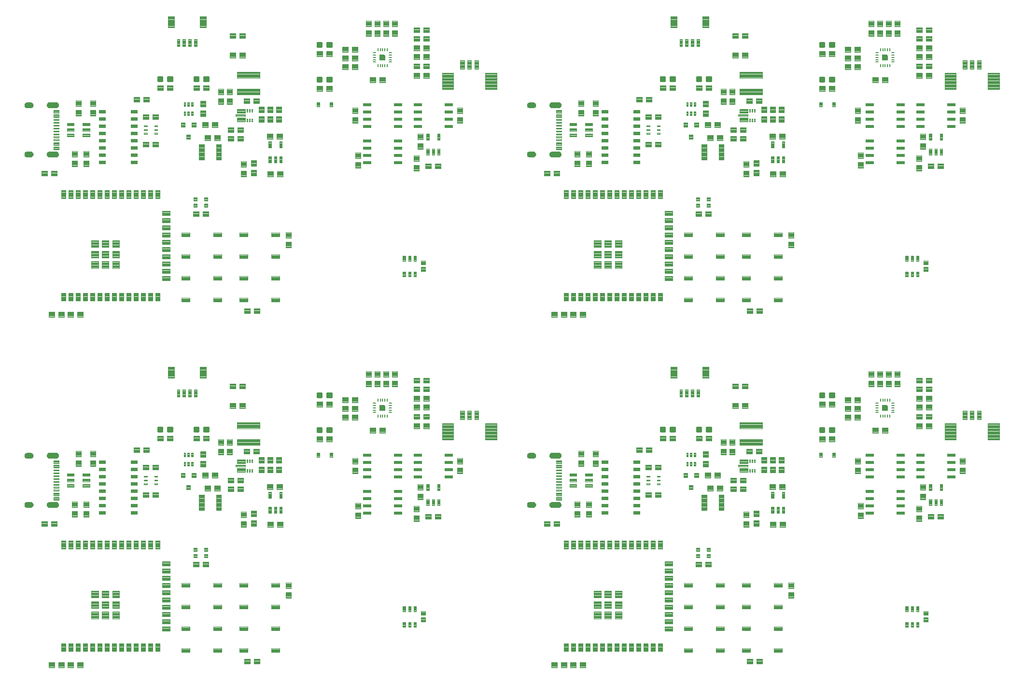
<source format=gtp>
G04 EAGLE Gerber RS-274X export*
G75*
%MOMM*%
%FSLAX34Y34*%
%LPD*%
%INSolderpaste Top*%
%IPPOS*%
%AMOC8*
5,1,8,0,0,1.08239X$1,22.5*%
G01*
%ADD10C,0.100000*%
%ADD11C,0.300000*%
%ADD12C,0.100800*%
%ADD13C,0.102000*%
%ADD14C,0.200000*%
%ADD15C,0.099000*%
%ADD16C,0.106400*%
%ADD17C,0.105000*%
%ADD18C,0.096000*%
%ADD19C,0.100581*%
%ADD20C,0.099059*%
%ADD21C,0.104000*%
%ADD22C,0.102869*%

G36*
X944225Y358154D02*
X944225Y358154D01*
X944228Y358151D01*
X945323Y358331D01*
X945329Y358337D01*
X945334Y358334D01*
X946362Y358753D01*
X946366Y358760D01*
X946371Y358758D01*
X947280Y359396D01*
X947283Y359403D01*
X947288Y359403D01*
X948032Y360226D01*
X948033Y360234D01*
X948039Y360235D01*
X948581Y361203D01*
X948580Y361212D01*
X948586Y361214D01*
X948899Y362278D01*
X948896Y362286D01*
X948901Y362289D01*
X948969Y363397D01*
X948965Y363404D01*
X948969Y363407D01*
X948799Y364515D01*
X948793Y364521D01*
X948796Y364526D01*
X948384Y365568D01*
X948377Y365572D01*
X948379Y365577D01*
X947745Y366502D01*
X947737Y366504D01*
X947738Y366510D01*
X946915Y367270D01*
X946906Y367271D01*
X946906Y367277D01*
X945934Y367834D01*
X945926Y367833D01*
X945924Y367839D01*
X944852Y368166D01*
X944844Y368163D01*
X944841Y368168D01*
X943724Y368249D01*
X943721Y368248D01*
X943720Y368249D01*
X931720Y368249D01*
X931717Y368247D01*
X931710Y368247D01*
X931709Y368248D01*
X930765Y368029D01*
X930759Y368023D01*
X930754Y368025D01*
X929882Y367602D01*
X929879Y367594D01*
X929873Y367596D01*
X929117Y366989D01*
X929115Y366981D01*
X929109Y366981D01*
X928508Y366221D01*
X928508Y366212D01*
X928502Y366211D01*
X928084Y365336D01*
X928086Y365328D01*
X928081Y365326D01*
X927869Y364380D01*
X927872Y364373D01*
X927867Y364369D01*
X927871Y363400D01*
X927871Y363399D01*
X927890Y362331D01*
X927895Y362324D01*
X927891Y362320D01*
X928147Y361283D01*
X928154Y361278D01*
X928151Y361272D01*
X928632Y360318D01*
X928639Y360315D01*
X928638Y360309D01*
X929319Y359486D01*
X929327Y359484D01*
X929327Y359478D01*
X930174Y358827D01*
X930182Y358827D01*
X930183Y358821D01*
X931154Y358374D01*
X931162Y358376D01*
X931164Y358371D01*
X932210Y358152D01*
X932217Y358155D01*
X932220Y358151D01*
X944220Y358151D01*
X944225Y358154D01*
G37*
G36*
X62845Y358154D02*
X62845Y358154D01*
X62848Y358151D01*
X63943Y358331D01*
X63949Y358337D01*
X63954Y358334D01*
X64982Y358753D01*
X64986Y358760D01*
X64991Y358758D01*
X65900Y359396D01*
X65903Y359403D01*
X65908Y359403D01*
X66652Y360226D01*
X66653Y360234D01*
X66659Y360235D01*
X67201Y361203D01*
X67200Y361212D01*
X67206Y361214D01*
X67519Y362278D01*
X67516Y362286D01*
X67521Y362289D01*
X67589Y363397D01*
X67585Y363404D01*
X67589Y363407D01*
X67419Y364515D01*
X67413Y364521D01*
X67416Y364526D01*
X67004Y365568D01*
X66997Y365572D01*
X66999Y365577D01*
X66365Y366502D01*
X66357Y366504D01*
X66358Y366510D01*
X65535Y367270D01*
X65526Y367271D01*
X65526Y367277D01*
X64554Y367834D01*
X64546Y367833D01*
X64544Y367839D01*
X63472Y368166D01*
X63464Y368163D01*
X63461Y368168D01*
X62344Y368249D01*
X62341Y368248D01*
X62340Y368249D01*
X50340Y368249D01*
X50337Y368247D01*
X50330Y368247D01*
X50329Y368248D01*
X49385Y368029D01*
X49379Y368023D01*
X49374Y368025D01*
X48502Y367602D01*
X48499Y367594D01*
X48493Y367596D01*
X47737Y366989D01*
X47735Y366981D01*
X47729Y366981D01*
X47128Y366221D01*
X47128Y366212D01*
X47122Y366211D01*
X46704Y365336D01*
X46706Y365328D01*
X46701Y365326D01*
X46489Y364380D01*
X46492Y364373D01*
X46487Y364369D01*
X46491Y363400D01*
X46491Y363399D01*
X46510Y362331D01*
X46515Y362324D01*
X46511Y362320D01*
X46767Y361283D01*
X46774Y361278D01*
X46771Y361272D01*
X47252Y360318D01*
X47259Y360315D01*
X47258Y360309D01*
X47939Y359486D01*
X47947Y359484D01*
X47947Y359478D01*
X48794Y358827D01*
X48802Y358827D01*
X48803Y358821D01*
X49774Y358374D01*
X49782Y358376D01*
X49784Y358371D01*
X50830Y358152D01*
X50837Y358155D01*
X50840Y358151D01*
X62840Y358151D01*
X62845Y358154D01*
G37*
G36*
X944225Y972834D02*
X944225Y972834D01*
X944228Y972831D01*
X945323Y973011D01*
X945329Y973017D01*
X945334Y973014D01*
X946362Y973433D01*
X946366Y973440D01*
X946371Y973438D01*
X947280Y974076D01*
X947283Y974083D01*
X947288Y974083D01*
X948032Y974906D01*
X948033Y974914D01*
X948039Y974915D01*
X948581Y975883D01*
X948580Y975892D01*
X948586Y975894D01*
X948899Y976958D01*
X948896Y976966D01*
X948901Y976969D01*
X948969Y978077D01*
X948965Y978084D01*
X948969Y978087D01*
X948799Y979195D01*
X948793Y979201D01*
X948796Y979206D01*
X948384Y980248D01*
X948377Y980252D01*
X948379Y980257D01*
X947745Y981182D01*
X947737Y981184D01*
X947738Y981190D01*
X946915Y981950D01*
X946906Y981951D01*
X946906Y981957D01*
X945934Y982514D01*
X945926Y982513D01*
X945924Y982519D01*
X944852Y982846D01*
X944844Y982843D01*
X944841Y982848D01*
X943724Y982929D01*
X943721Y982928D01*
X943720Y982929D01*
X931720Y982929D01*
X931717Y982927D01*
X931710Y982927D01*
X931709Y982928D01*
X930765Y982709D01*
X930759Y982703D01*
X930754Y982705D01*
X929882Y982282D01*
X929879Y982274D01*
X929873Y982276D01*
X929117Y981669D01*
X929115Y981661D01*
X929109Y981661D01*
X928508Y980901D01*
X928508Y980892D01*
X928502Y980891D01*
X928084Y980016D01*
X928086Y980008D01*
X928081Y980006D01*
X927869Y979060D01*
X927872Y979053D01*
X927867Y979049D01*
X927871Y978080D01*
X927871Y978079D01*
X927890Y977011D01*
X927895Y977004D01*
X927891Y977000D01*
X928147Y975963D01*
X928154Y975958D01*
X928151Y975952D01*
X928632Y974998D01*
X928639Y974995D01*
X928638Y974989D01*
X929319Y974166D01*
X929327Y974164D01*
X929327Y974158D01*
X930174Y973507D01*
X930182Y973507D01*
X930183Y973501D01*
X931154Y973054D01*
X931162Y973056D01*
X931164Y973051D01*
X932210Y972832D01*
X932217Y972835D01*
X932220Y972831D01*
X944220Y972831D01*
X944225Y972834D01*
G37*
G36*
X62845Y972834D02*
X62845Y972834D01*
X62848Y972831D01*
X63943Y973011D01*
X63949Y973017D01*
X63954Y973014D01*
X64982Y973433D01*
X64986Y973440D01*
X64991Y973438D01*
X65900Y974076D01*
X65903Y974083D01*
X65908Y974083D01*
X66652Y974906D01*
X66653Y974914D01*
X66659Y974915D01*
X67201Y975883D01*
X67200Y975892D01*
X67206Y975894D01*
X67519Y976958D01*
X67516Y976966D01*
X67521Y976969D01*
X67589Y978077D01*
X67585Y978084D01*
X67589Y978087D01*
X67419Y979195D01*
X67413Y979201D01*
X67416Y979206D01*
X67004Y980248D01*
X66997Y980252D01*
X66999Y980257D01*
X66365Y981182D01*
X66357Y981184D01*
X66358Y981190D01*
X65535Y981950D01*
X65526Y981951D01*
X65526Y981957D01*
X64554Y982514D01*
X64546Y982513D01*
X64544Y982519D01*
X63472Y982846D01*
X63464Y982843D01*
X63461Y982848D01*
X62344Y982929D01*
X62341Y982928D01*
X62340Y982929D01*
X50340Y982929D01*
X50337Y982927D01*
X50330Y982927D01*
X50329Y982928D01*
X49385Y982709D01*
X49379Y982703D01*
X49374Y982705D01*
X48502Y982282D01*
X48499Y982274D01*
X48493Y982276D01*
X47737Y981669D01*
X47735Y981661D01*
X47729Y981661D01*
X47128Y980901D01*
X47128Y980892D01*
X47122Y980891D01*
X46704Y980016D01*
X46706Y980008D01*
X46701Y980006D01*
X46489Y979060D01*
X46492Y979053D01*
X46487Y979049D01*
X46491Y978080D01*
X46491Y978079D01*
X46510Y977011D01*
X46515Y977004D01*
X46511Y977000D01*
X46767Y975963D01*
X46774Y975958D01*
X46771Y975952D01*
X47252Y974998D01*
X47259Y974995D01*
X47258Y974989D01*
X47939Y974166D01*
X47947Y974164D01*
X47947Y974158D01*
X48794Y973507D01*
X48802Y973507D01*
X48803Y973501D01*
X49774Y973054D01*
X49782Y973056D01*
X49784Y973051D01*
X50830Y972832D01*
X50837Y972835D01*
X50840Y972831D01*
X62840Y972831D01*
X62845Y972834D01*
G37*
G36*
X62845Y444555D02*
X62845Y444555D01*
X62848Y444551D01*
X63954Y444744D01*
X63959Y444750D01*
X63964Y444747D01*
X64999Y445180D01*
X65003Y445187D01*
X65008Y445185D01*
X65921Y445838D01*
X65923Y445846D01*
X65929Y445845D01*
X66673Y446684D01*
X66674Y446693D01*
X66679Y446693D01*
X67218Y447677D01*
X67217Y447685D01*
X67218Y447686D01*
X67222Y447687D01*
X67335Y448083D01*
X67489Y448625D01*
X67529Y448766D01*
X67527Y448771D01*
X67529Y448773D01*
X67527Y448775D01*
X67531Y448777D01*
X67589Y449897D01*
X67586Y449902D01*
X67589Y449906D01*
X67471Y450951D01*
X67465Y450957D01*
X67469Y450962D01*
X67121Y451956D01*
X67114Y451960D01*
X67116Y451965D01*
X66556Y452857D01*
X66549Y452860D01*
X66549Y452865D01*
X65805Y453609D01*
X65797Y453611D01*
X65797Y453616D01*
X64905Y454176D01*
X64897Y454176D01*
X64896Y454181D01*
X63902Y454529D01*
X63894Y454526D01*
X63891Y454531D01*
X62846Y454649D01*
X62842Y454647D01*
X62840Y454649D01*
X50840Y454649D01*
X50837Y454647D01*
X50834Y454647D01*
X50832Y454649D01*
X49836Y454491D01*
X49830Y454485D01*
X49825Y454488D01*
X48889Y454113D01*
X48885Y454106D01*
X48879Y454108D01*
X48050Y453534D01*
X48047Y453526D01*
X48042Y453527D01*
X47361Y452783D01*
X47360Y452774D01*
X47354Y452774D01*
X46856Y451897D01*
X46857Y451889D01*
X46852Y451886D01*
X46723Y451459D01*
X46561Y450921D01*
X46562Y450918D01*
X46561Y450917D01*
X46564Y450913D01*
X46559Y450910D01*
X46491Y449903D01*
X46492Y449901D01*
X46491Y449900D01*
X46500Y448819D01*
X46505Y448812D01*
X46501Y448808D01*
X46751Y447756D01*
X46757Y447751D01*
X46754Y447746D01*
X47231Y446776D01*
X47239Y446773D01*
X47237Y446767D01*
X47918Y445928D01*
X47926Y445926D01*
X47926Y445920D01*
X48777Y445254D01*
X48785Y445253D01*
X48786Y445248D01*
X49763Y444787D01*
X49771Y444789D01*
X49774Y444784D01*
X50829Y444552D01*
X50837Y444555D01*
X50840Y444551D01*
X62840Y444551D01*
X62845Y444555D01*
G37*
G36*
X944225Y444555D02*
X944225Y444555D01*
X944228Y444551D01*
X945334Y444744D01*
X945339Y444750D01*
X945344Y444747D01*
X946379Y445180D01*
X946383Y445187D01*
X946388Y445185D01*
X947301Y445838D01*
X947303Y445846D01*
X947309Y445845D01*
X948053Y446684D01*
X948054Y446693D01*
X948059Y446693D01*
X948598Y447677D01*
X948597Y447685D01*
X948598Y447686D01*
X948602Y447687D01*
X948715Y448083D01*
X948869Y448625D01*
X948909Y448766D01*
X948907Y448771D01*
X948909Y448773D01*
X948907Y448775D01*
X948911Y448777D01*
X948969Y449897D01*
X948966Y449902D01*
X948969Y449906D01*
X948851Y450951D01*
X948845Y450957D01*
X948849Y450962D01*
X948501Y451956D01*
X948494Y451960D01*
X948496Y451965D01*
X947936Y452857D01*
X947929Y452860D01*
X947929Y452865D01*
X947185Y453609D01*
X947177Y453611D01*
X947177Y453616D01*
X946285Y454176D01*
X946277Y454176D01*
X946276Y454181D01*
X945282Y454529D01*
X945274Y454526D01*
X945271Y454531D01*
X944226Y454649D01*
X944222Y454647D01*
X944220Y454649D01*
X932220Y454649D01*
X932217Y454647D01*
X932214Y454647D01*
X932212Y454649D01*
X931216Y454491D01*
X931210Y454485D01*
X931205Y454488D01*
X930269Y454113D01*
X930265Y454106D01*
X930259Y454108D01*
X929430Y453534D01*
X929427Y453526D01*
X929422Y453527D01*
X928741Y452783D01*
X928740Y452774D01*
X928734Y452774D01*
X928236Y451897D01*
X928237Y451889D01*
X928232Y451886D01*
X928103Y451459D01*
X927941Y450921D01*
X927942Y450918D01*
X927941Y450917D01*
X927944Y450913D01*
X927939Y450910D01*
X927871Y449903D01*
X927872Y449901D01*
X927871Y449900D01*
X927880Y448819D01*
X927885Y448812D01*
X927881Y448808D01*
X928131Y447756D01*
X928137Y447751D01*
X928134Y447746D01*
X928611Y446776D01*
X928619Y446773D01*
X928617Y446767D01*
X929298Y445928D01*
X929306Y445926D01*
X929306Y445920D01*
X930157Y445254D01*
X930165Y445253D01*
X930166Y445248D01*
X931143Y444787D01*
X931151Y444789D01*
X931154Y444784D01*
X932209Y444552D01*
X932217Y444555D01*
X932220Y444551D01*
X944220Y444551D01*
X944225Y444555D01*
G37*
G36*
X944225Y1059235D02*
X944225Y1059235D01*
X944228Y1059231D01*
X945334Y1059424D01*
X945339Y1059429D01*
X945339Y1059430D01*
X945344Y1059427D01*
X946379Y1059860D01*
X946383Y1059867D01*
X946388Y1059865D01*
X947301Y1060518D01*
X947303Y1060526D01*
X947309Y1060525D01*
X948053Y1061364D01*
X948054Y1061373D01*
X948059Y1061373D01*
X948598Y1062357D01*
X948597Y1062365D01*
X948598Y1062366D01*
X948602Y1062367D01*
X948603Y1062369D01*
X948785Y1063010D01*
X948909Y1063446D01*
X948907Y1063451D01*
X948909Y1063453D01*
X948907Y1063455D01*
X948911Y1063457D01*
X948969Y1064577D01*
X948966Y1064582D01*
X948969Y1064586D01*
X948851Y1065631D01*
X948845Y1065637D01*
X948849Y1065642D01*
X948501Y1066636D01*
X948494Y1066640D01*
X948496Y1066645D01*
X947936Y1067537D01*
X947929Y1067540D01*
X947929Y1067545D01*
X947185Y1068289D01*
X947177Y1068291D01*
X947177Y1068296D01*
X946285Y1068856D01*
X946277Y1068856D01*
X946276Y1068861D01*
X945282Y1069209D01*
X945274Y1069206D01*
X945271Y1069211D01*
X944226Y1069329D01*
X944222Y1069327D01*
X944220Y1069329D01*
X932220Y1069329D01*
X932217Y1069327D01*
X932214Y1069327D01*
X932212Y1069329D01*
X931216Y1069171D01*
X931210Y1069165D01*
X931205Y1069168D01*
X930269Y1068793D01*
X930265Y1068786D01*
X930259Y1068788D01*
X929430Y1068214D01*
X929427Y1068206D01*
X929422Y1068207D01*
X928741Y1067463D01*
X928740Y1067454D01*
X928734Y1067454D01*
X928236Y1066577D01*
X928237Y1066569D01*
X928232Y1066566D01*
X928044Y1065942D01*
X927941Y1065601D01*
X927942Y1065598D01*
X927941Y1065597D01*
X927944Y1065593D01*
X927939Y1065590D01*
X927871Y1064583D01*
X927872Y1064581D01*
X927871Y1064580D01*
X927880Y1063499D01*
X927885Y1063492D01*
X927881Y1063488D01*
X928131Y1062436D01*
X928137Y1062431D01*
X928134Y1062426D01*
X928611Y1061456D01*
X928619Y1061453D01*
X928617Y1061447D01*
X929298Y1060608D01*
X929306Y1060606D01*
X929306Y1060600D01*
X930157Y1059934D01*
X930165Y1059933D01*
X930166Y1059928D01*
X931143Y1059467D01*
X931151Y1059469D01*
X931154Y1059464D01*
X932209Y1059232D01*
X932217Y1059235D01*
X932220Y1059231D01*
X944220Y1059231D01*
X944225Y1059235D01*
G37*
G36*
X62845Y1059235D02*
X62845Y1059235D01*
X62848Y1059231D01*
X63954Y1059424D01*
X63959Y1059429D01*
X63959Y1059430D01*
X63964Y1059427D01*
X64999Y1059860D01*
X65003Y1059867D01*
X65008Y1059865D01*
X65921Y1060518D01*
X65923Y1060526D01*
X65929Y1060525D01*
X66673Y1061364D01*
X66674Y1061373D01*
X66679Y1061373D01*
X67218Y1062357D01*
X67217Y1062365D01*
X67218Y1062366D01*
X67222Y1062367D01*
X67223Y1062369D01*
X67405Y1063010D01*
X67529Y1063446D01*
X67527Y1063451D01*
X67529Y1063453D01*
X67527Y1063455D01*
X67531Y1063457D01*
X67589Y1064577D01*
X67586Y1064582D01*
X67589Y1064586D01*
X67471Y1065631D01*
X67465Y1065637D01*
X67469Y1065642D01*
X67121Y1066636D01*
X67114Y1066640D01*
X67116Y1066645D01*
X66556Y1067537D01*
X66549Y1067540D01*
X66549Y1067545D01*
X65805Y1068289D01*
X65797Y1068291D01*
X65797Y1068296D01*
X64905Y1068856D01*
X64897Y1068856D01*
X64896Y1068861D01*
X63902Y1069209D01*
X63894Y1069206D01*
X63891Y1069211D01*
X62846Y1069329D01*
X62842Y1069327D01*
X62840Y1069329D01*
X50840Y1069329D01*
X50837Y1069327D01*
X50834Y1069327D01*
X50832Y1069329D01*
X49836Y1069171D01*
X49830Y1069165D01*
X49825Y1069168D01*
X48889Y1068793D01*
X48885Y1068786D01*
X48879Y1068788D01*
X48050Y1068214D01*
X48047Y1068206D01*
X48042Y1068207D01*
X47361Y1067463D01*
X47360Y1067454D01*
X47354Y1067454D01*
X46856Y1066577D01*
X46857Y1066569D01*
X46852Y1066566D01*
X46664Y1065942D01*
X46561Y1065601D01*
X46562Y1065598D01*
X46561Y1065597D01*
X46564Y1065593D01*
X46559Y1065590D01*
X46491Y1064583D01*
X46492Y1064581D01*
X46491Y1064580D01*
X46500Y1063499D01*
X46505Y1063492D01*
X46501Y1063488D01*
X46751Y1062436D01*
X46757Y1062431D01*
X46754Y1062426D01*
X47231Y1061456D01*
X47239Y1061453D01*
X47237Y1061447D01*
X47918Y1060608D01*
X47926Y1060606D01*
X47926Y1060600D01*
X48777Y1059934D01*
X48785Y1059933D01*
X48786Y1059928D01*
X49763Y1059467D01*
X49771Y1059469D01*
X49774Y1059464D01*
X50829Y1059232D01*
X50837Y1059235D01*
X50840Y1059231D01*
X62840Y1059231D01*
X62845Y1059235D01*
G37*
G36*
X899424Y358154D02*
X899424Y358154D01*
X899426Y358151D01*
X900559Y358301D01*
X900565Y358307D01*
X900570Y358304D01*
X901640Y358702D01*
X901644Y358709D01*
X901650Y358707D01*
X902605Y359334D01*
X902608Y359342D01*
X902613Y359341D01*
X903405Y360164D01*
X903406Y360172D01*
X903412Y360173D01*
X904001Y361152D01*
X904000Y361160D01*
X904005Y361162D01*
X904361Y362247D01*
X904359Y362255D01*
X904363Y362258D01*
X904469Y363395D01*
X904464Y363404D01*
X904468Y363409D01*
X904261Y364546D01*
X904255Y364552D01*
X904258Y364557D01*
X903803Y365619D01*
X903796Y365623D01*
X903798Y365629D01*
X903118Y366564D01*
X903110Y366566D01*
X903111Y366572D01*
X902240Y367332D01*
X902232Y367332D01*
X902231Y367338D01*
X901212Y367885D01*
X901204Y367884D01*
X901202Y367889D01*
X900088Y368196D01*
X900080Y368193D01*
X900077Y368198D01*
X898922Y368249D01*
X898921Y368248D01*
X898920Y368249D01*
X892920Y368249D01*
X892917Y368247D01*
X892912Y368247D01*
X892911Y368248D01*
X891830Y368036D01*
X891825Y368030D01*
X891820Y368033D01*
X890814Y367586D01*
X890810Y367579D01*
X890804Y367581D01*
X889923Y366921D01*
X889920Y366913D01*
X889915Y366913D01*
X889202Y366074D01*
X889202Y366066D01*
X889196Y366065D01*
X888688Y365088D01*
X888689Y365080D01*
X888684Y365078D01*
X888406Y364013D01*
X888409Y364005D01*
X888405Y364002D01*
X888371Y362902D01*
X888375Y362896D01*
X888371Y362893D01*
X888526Y361818D01*
X888532Y361812D01*
X888529Y361807D01*
X888919Y360793D01*
X888926Y360789D01*
X888925Y360783D01*
X889531Y359881D01*
X889539Y359879D01*
X889538Y359873D01*
X890330Y359129D01*
X890338Y359128D01*
X890338Y359122D01*
X891276Y358573D01*
X891284Y358574D01*
X891286Y358568D01*
X892322Y358241D01*
X892330Y358244D01*
X892333Y358239D01*
X893416Y358151D01*
X893419Y358153D01*
X893420Y358151D01*
X899420Y358151D01*
X899424Y358154D01*
G37*
G36*
X18044Y358154D02*
X18044Y358154D01*
X18046Y358151D01*
X19179Y358301D01*
X19185Y358307D01*
X19190Y358304D01*
X20260Y358702D01*
X20264Y358709D01*
X20270Y358707D01*
X21225Y359334D01*
X21228Y359342D01*
X21233Y359341D01*
X22025Y360164D01*
X22026Y360172D01*
X22032Y360173D01*
X22621Y361152D01*
X22620Y361160D01*
X22625Y361162D01*
X22981Y362247D01*
X22979Y362255D01*
X22983Y362258D01*
X23089Y363395D01*
X23084Y363404D01*
X23088Y363409D01*
X22881Y364546D01*
X22875Y364552D01*
X22878Y364557D01*
X22423Y365619D01*
X22416Y365623D01*
X22418Y365629D01*
X21738Y366564D01*
X21730Y366566D01*
X21731Y366572D01*
X20860Y367332D01*
X20852Y367332D01*
X20851Y367338D01*
X19832Y367885D01*
X19824Y367884D01*
X19822Y367889D01*
X18708Y368196D01*
X18700Y368193D01*
X18697Y368198D01*
X17542Y368249D01*
X17541Y368248D01*
X17540Y368249D01*
X11540Y368249D01*
X11537Y368247D01*
X11532Y368247D01*
X11531Y368248D01*
X10450Y368036D01*
X10445Y368030D01*
X10440Y368033D01*
X9434Y367586D01*
X9430Y367579D01*
X9424Y367581D01*
X8543Y366921D01*
X8540Y366913D01*
X8535Y366913D01*
X7822Y366074D01*
X7822Y366066D01*
X7816Y366065D01*
X7308Y365088D01*
X7309Y365080D01*
X7304Y365078D01*
X7026Y364013D01*
X7029Y364005D01*
X7025Y364002D01*
X6991Y362902D01*
X6995Y362896D01*
X6991Y362893D01*
X7146Y361818D01*
X7152Y361812D01*
X7149Y361807D01*
X7539Y360793D01*
X7546Y360789D01*
X7545Y360783D01*
X8151Y359881D01*
X8159Y359879D01*
X8158Y359873D01*
X8950Y359129D01*
X8958Y359128D01*
X8958Y359122D01*
X9896Y358573D01*
X9904Y358574D01*
X9906Y358568D01*
X10942Y358241D01*
X10950Y358244D01*
X10953Y358239D01*
X12036Y358151D01*
X12039Y358153D01*
X12040Y358151D01*
X18040Y358151D01*
X18044Y358154D01*
G37*
G36*
X899424Y972834D02*
X899424Y972834D01*
X899426Y972831D01*
X900559Y972981D01*
X900565Y972987D01*
X900570Y972984D01*
X901640Y973382D01*
X901644Y973389D01*
X901650Y973387D01*
X902605Y974014D01*
X902608Y974022D01*
X902613Y974021D01*
X903405Y974844D01*
X903406Y974852D01*
X903412Y974853D01*
X904001Y975832D01*
X904000Y975840D01*
X904005Y975842D01*
X904361Y976927D01*
X904359Y976935D01*
X904363Y976938D01*
X904469Y978075D01*
X904464Y978084D01*
X904468Y978089D01*
X904261Y979226D01*
X904255Y979232D01*
X904258Y979237D01*
X903803Y980299D01*
X903796Y980303D01*
X903798Y980309D01*
X903118Y981244D01*
X903110Y981246D01*
X903111Y981252D01*
X902240Y982012D01*
X902232Y982012D01*
X902231Y982018D01*
X901212Y982565D01*
X901204Y982564D01*
X901202Y982569D01*
X900088Y982876D01*
X900080Y982873D01*
X900077Y982878D01*
X898922Y982929D01*
X898921Y982928D01*
X898920Y982929D01*
X892920Y982929D01*
X892917Y982927D01*
X892912Y982927D01*
X892911Y982928D01*
X891830Y982716D01*
X891825Y982710D01*
X891820Y982713D01*
X890814Y982266D01*
X890810Y982259D01*
X890804Y982261D01*
X889923Y981601D01*
X889920Y981593D01*
X889915Y981593D01*
X889202Y980754D01*
X889202Y980746D01*
X889196Y980745D01*
X888688Y979768D01*
X888689Y979760D01*
X888684Y979758D01*
X888406Y978693D01*
X888409Y978685D01*
X888405Y978682D01*
X888371Y977582D01*
X888375Y977576D01*
X888371Y977573D01*
X888526Y976498D01*
X888532Y976492D01*
X888529Y976487D01*
X888919Y975473D01*
X888926Y975469D01*
X888925Y975463D01*
X889531Y974561D01*
X889539Y974559D01*
X889538Y974553D01*
X890330Y973809D01*
X890338Y973808D01*
X890338Y973802D01*
X891276Y973253D01*
X891284Y973254D01*
X891286Y973248D01*
X892322Y972921D01*
X892330Y972924D01*
X892333Y972919D01*
X893416Y972831D01*
X893419Y972833D01*
X893420Y972831D01*
X899420Y972831D01*
X899424Y972834D01*
G37*
G36*
X18044Y972834D02*
X18044Y972834D01*
X18046Y972831D01*
X19179Y972981D01*
X19185Y972987D01*
X19190Y972984D01*
X20260Y973382D01*
X20264Y973389D01*
X20270Y973387D01*
X21225Y974014D01*
X21228Y974022D01*
X21233Y974021D01*
X22025Y974844D01*
X22026Y974852D01*
X22032Y974853D01*
X22621Y975832D01*
X22620Y975840D01*
X22625Y975842D01*
X22981Y976927D01*
X22979Y976935D01*
X22983Y976938D01*
X23089Y978075D01*
X23084Y978084D01*
X23088Y978089D01*
X22881Y979226D01*
X22875Y979232D01*
X22878Y979237D01*
X22423Y980299D01*
X22416Y980303D01*
X22418Y980309D01*
X21738Y981244D01*
X21730Y981246D01*
X21731Y981252D01*
X20860Y982012D01*
X20852Y982012D01*
X20851Y982018D01*
X19832Y982565D01*
X19824Y982564D01*
X19822Y982569D01*
X18708Y982876D01*
X18700Y982873D01*
X18697Y982878D01*
X17542Y982929D01*
X17541Y982928D01*
X17540Y982929D01*
X11540Y982929D01*
X11537Y982927D01*
X11532Y982927D01*
X11531Y982928D01*
X10450Y982716D01*
X10445Y982710D01*
X10440Y982713D01*
X9434Y982266D01*
X9430Y982259D01*
X9424Y982261D01*
X8543Y981601D01*
X8540Y981593D01*
X8535Y981593D01*
X7822Y980754D01*
X7822Y980746D01*
X7816Y980745D01*
X7308Y979768D01*
X7309Y979760D01*
X7304Y979758D01*
X7026Y978693D01*
X7029Y978685D01*
X7025Y978682D01*
X6991Y977582D01*
X6995Y977576D01*
X6991Y977573D01*
X7146Y976498D01*
X7152Y976492D01*
X7149Y976487D01*
X7539Y975473D01*
X7546Y975469D01*
X7545Y975463D01*
X8151Y974561D01*
X8159Y974559D01*
X8158Y974553D01*
X8950Y973809D01*
X8958Y973808D01*
X8958Y973802D01*
X9896Y973253D01*
X9904Y973254D01*
X9906Y973248D01*
X10942Y972921D01*
X10950Y972924D01*
X10953Y972919D01*
X12036Y972831D01*
X12039Y972833D01*
X12040Y972831D01*
X18040Y972831D01*
X18044Y972834D01*
G37*
G36*
X18043Y1059233D02*
X18043Y1059233D01*
X18045Y1059231D01*
X19137Y1059332D01*
X19143Y1059337D01*
X19148Y1059334D01*
X20191Y1059675D01*
X20196Y1059682D01*
X20201Y1059680D01*
X21142Y1060244D01*
X21145Y1060252D01*
X21151Y1060251D01*
X21943Y1061011D01*
X21944Y1061019D01*
X21950Y1061020D01*
X22553Y1061937D01*
X22552Y1061945D01*
X22558Y1061947D01*
X22941Y1062975D01*
X22939Y1062983D01*
X22944Y1062986D01*
X23089Y1064074D01*
X23085Y1064081D01*
X23089Y1064085D01*
X22983Y1065222D01*
X22978Y1065228D01*
X22981Y1065233D01*
X22625Y1066318D01*
X22618Y1066323D01*
X22621Y1066328D01*
X22032Y1067307D01*
X22024Y1067310D01*
X22025Y1067316D01*
X21233Y1068139D01*
X21225Y1068140D01*
X21225Y1068146D01*
X20270Y1068773D01*
X20262Y1068772D01*
X20260Y1068778D01*
X19190Y1069176D01*
X19182Y1069174D01*
X19179Y1069179D01*
X18046Y1069329D01*
X18043Y1069327D01*
X18042Y1069327D01*
X18040Y1069329D01*
X12040Y1069329D01*
X12037Y1069327D01*
X12035Y1069327D01*
X12034Y1069329D01*
X10901Y1069179D01*
X10895Y1069173D01*
X10890Y1069176D01*
X9820Y1068778D01*
X9816Y1068771D01*
X9810Y1068773D01*
X8855Y1068146D01*
X8852Y1068138D01*
X8847Y1068139D01*
X8055Y1067316D01*
X8054Y1067308D01*
X8048Y1067307D01*
X7459Y1066328D01*
X7460Y1066320D01*
X7455Y1066318D01*
X7099Y1065233D01*
X7102Y1065225D01*
X7097Y1065222D01*
X6991Y1064085D01*
X6995Y1064078D01*
X6991Y1064074D01*
X7136Y1062986D01*
X7142Y1062980D01*
X7139Y1062975D01*
X7523Y1061947D01*
X7529Y1061942D01*
X7528Y1061937D01*
X8130Y1061020D01*
X8138Y1061017D01*
X8137Y1061011D01*
X8929Y1060251D01*
X8937Y1060250D01*
X8938Y1060244D01*
X9879Y1059680D01*
X9887Y1059681D01*
X9889Y1059675D01*
X10932Y1059334D01*
X10940Y1059336D01*
X10943Y1059332D01*
X12036Y1059231D01*
X12038Y1059233D01*
X12040Y1059231D01*
X18040Y1059231D01*
X18043Y1059233D01*
G37*
G36*
X899423Y1059233D02*
X899423Y1059233D01*
X899425Y1059231D01*
X900517Y1059332D01*
X900523Y1059337D01*
X900528Y1059334D01*
X901571Y1059675D01*
X901576Y1059682D01*
X901581Y1059680D01*
X902522Y1060244D01*
X902525Y1060252D01*
X902531Y1060251D01*
X903323Y1061011D01*
X903324Y1061019D01*
X903330Y1061020D01*
X903933Y1061937D01*
X903932Y1061945D01*
X903938Y1061947D01*
X904321Y1062975D01*
X904319Y1062983D01*
X904324Y1062986D01*
X904469Y1064074D01*
X904465Y1064081D01*
X904469Y1064085D01*
X904363Y1065222D01*
X904358Y1065228D01*
X904361Y1065233D01*
X904005Y1066318D01*
X903998Y1066323D01*
X904001Y1066328D01*
X903412Y1067307D01*
X903404Y1067310D01*
X903405Y1067316D01*
X902613Y1068139D01*
X902605Y1068140D01*
X902605Y1068146D01*
X901650Y1068773D01*
X901642Y1068772D01*
X901640Y1068778D01*
X900570Y1069176D01*
X900562Y1069174D01*
X900559Y1069179D01*
X899426Y1069329D01*
X899423Y1069327D01*
X899422Y1069327D01*
X899420Y1069329D01*
X893420Y1069329D01*
X893417Y1069327D01*
X893415Y1069327D01*
X893414Y1069329D01*
X892281Y1069179D01*
X892275Y1069173D01*
X892270Y1069176D01*
X891200Y1068778D01*
X891196Y1068771D01*
X891190Y1068773D01*
X890235Y1068146D01*
X890232Y1068138D01*
X890227Y1068139D01*
X889435Y1067316D01*
X889434Y1067308D01*
X889428Y1067307D01*
X888839Y1066328D01*
X888840Y1066320D01*
X888835Y1066318D01*
X888479Y1065233D01*
X888482Y1065225D01*
X888477Y1065222D01*
X888371Y1064085D01*
X888375Y1064078D01*
X888371Y1064074D01*
X888516Y1062986D01*
X888522Y1062980D01*
X888519Y1062975D01*
X888903Y1061947D01*
X888909Y1061942D01*
X888908Y1061937D01*
X889510Y1061020D01*
X889518Y1061017D01*
X889517Y1061011D01*
X890309Y1060251D01*
X890317Y1060250D01*
X890318Y1060244D01*
X891259Y1059680D01*
X891267Y1059681D01*
X891269Y1059675D01*
X892312Y1059334D01*
X892320Y1059336D01*
X892323Y1059332D01*
X893416Y1059231D01*
X893418Y1059233D01*
X893420Y1059231D01*
X899420Y1059231D01*
X899423Y1059233D01*
G37*
G36*
X18043Y444553D02*
X18043Y444553D01*
X18045Y444551D01*
X19137Y444652D01*
X19143Y444657D01*
X19148Y444654D01*
X20191Y444995D01*
X20196Y445002D01*
X20201Y445000D01*
X21142Y445564D01*
X21145Y445572D01*
X21151Y445571D01*
X21943Y446331D01*
X21944Y446339D01*
X21950Y446340D01*
X22553Y447257D01*
X22552Y447265D01*
X22558Y447267D01*
X22941Y448295D01*
X22939Y448303D01*
X22944Y448306D01*
X23089Y449394D01*
X23085Y449401D01*
X23089Y449405D01*
X22983Y450542D01*
X22978Y450548D01*
X22981Y450553D01*
X22625Y451638D01*
X22618Y451643D01*
X22621Y451648D01*
X22032Y452627D01*
X22024Y452630D01*
X22025Y452636D01*
X21233Y453459D01*
X21225Y453460D01*
X21225Y453466D01*
X20270Y454093D01*
X20262Y454092D01*
X20260Y454098D01*
X19190Y454496D01*
X19182Y454494D01*
X19179Y454499D01*
X18046Y454649D01*
X18043Y454647D01*
X18042Y454647D01*
X18040Y454649D01*
X12040Y454649D01*
X12037Y454647D01*
X12035Y454647D01*
X12034Y454649D01*
X10901Y454499D01*
X10895Y454493D01*
X10890Y454496D01*
X9820Y454098D01*
X9816Y454091D01*
X9810Y454093D01*
X8855Y453466D01*
X8852Y453458D01*
X8847Y453459D01*
X8055Y452636D01*
X8054Y452628D01*
X8048Y452627D01*
X7459Y451648D01*
X7460Y451640D01*
X7455Y451638D01*
X7099Y450553D01*
X7102Y450545D01*
X7097Y450542D01*
X6991Y449405D01*
X6995Y449398D01*
X6991Y449394D01*
X7136Y448306D01*
X7142Y448300D01*
X7139Y448295D01*
X7523Y447267D01*
X7529Y447262D01*
X7528Y447257D01*
X8130Y446340D01*
X8138Y446337D01*
X8137Y446331D01*
X8929Y445571D01*
X8937Y445570D01*
X8938Y445564D01*
X9879Y445000D01*
X9887Y445001D01*
X9889Y444995D01*
X10932Y444654D01*
X10940Y444656D01*
X10943Y444652D01*
X12036Y444551D01*
X12038Y444553D01*
X12040Y444551D01*
X18040Y444551D01*
X18043Y444553D01*
G37*
G36*
X899423Y444553D02*
X899423Y444553D01*
X899425Y444551D01*
X900517Y444652D01*
X900523Y444657D01*
X900528Y444654D01*
X901571Y444995D01*
X901576Y445002D01*
X901581Y445000D01*
X902522Y445564D01*
X902525Y445572D01*
X902531Y445571D01*
X903323Y446331D01*
X903324Y446339D01*
X903330Y446340D01*
X903933Y447257D01*
X903932Y447265D01*
X903938Y447267D01*
X904321Y448295D01*
X904319Y448303D01*
X904324Y448306D01*
X904469Y449394D01*
X904465Y449401D01*
X904469Y449405D01*
X904363Y450542D01*
X904358Y450548D01*
X904361Y450553D01*
X904005Y451638D01*
X903998Y451643D01*
X904001Y451648D01*
X903412Y452627D01*
X903404Y452630D01*
X903405Y452636D01*
X902613Y453459D01*
X902605Y453460D01*
X902605Y453466D01*
X901650Y454093D01*
X901642Y454092D01*
X901640Y454098D01*
X900570Y454496D01*
X900562Y454494D01*
X900559Y454499D01*
X899426Y454649D01*
X899423Y454647D01*
X899422Y454647D01*
X899420Y454649D01*
X893420Y454649D01*
X893417Y454647D01*
X893415Y454647D01*
X893414Y454649D01*
X892281Y454499D01*
X892275Y454493D01*
X892270Y454496D01*
X891200Y454098D01*
X891196Y454091D01*
X891190Y454093D01*
X890235Y453466D01*
X890232Y453458D01*
X890227Y453459D01*
X889435Y452636D01*
X889434Y452628D01*
X889428Y452627D01*
X888839Y451648D01*
X888840Y451640D01*
X888835Y451638D01*
X888479Y450553D01*
X888482Y450545D01*
X888477Y450542D01*
X888371Y449405D01*
X888375Y449398D01*
X888371Y449394D01*
X888516Y448306D01*
X888522Y448300D01*
X888519Y448295D01*
X888903Y447267D01*
X888909Y447262D01*
X888908Y447257D01*
X889510Y446340D01*
X889518Y446337D01*
X889517Y446331D01*
X890309Y445571D01*
X890317Y445570D01*
X890318Y445564D01*
X891259Y445000D01*
X891267Y445001D01*
X891269Y444995D01*
X892312Y444654D01*
X892320Y444656D01*
X892323Y444652D01*
X893416Y444551D01*
X893418Y444553D01*
X893420Y444551D01*
X899420Y444551D01*
X899423Y444553D01*
G37*
G36*
X639746Y1143106D02*
X639746Y1143106D01*
X639763Y1143103D01*
X639813Y1143125D01*
X639864Y1143140D01*
X639875Y1143153D01*
X639891Y1143160D01*
X639921Y1143205D01*
X639956Y1143245D01*
X639959Y1143262D01*
X639968Y1143277D01*
X639979Y1143350D01*
X639979Y1151080D01*
X639975Y1151095D01*
X639977Y1151110D01*
X639960Y1151148D01*
X639950Y1151196D01*
X639942Y1151208D01*
X639940Y1151214D01*
X639932Y1151221D01*
X639921Y1151237D01*
X639920Y1151238D01*
X639919Y1151238D01*
X639906Y1151256D01*
X638176Y1152986D01*
X638124Y1153015D01*
X638074Y1153048D01*
X638059Y1153050D01*
X638054Y1153053D01*
X638043Y1153053D01*
X638000Y1153059D01*
X630270Y1153059D01*
X630254Y1153054D01*
X630237Y1153057D01*
X630187Y1153035D01*
X630136Y1153020D01*
X630125Y1153007D01*
X630109Y1153000D01*
X630079Y1152955D01*
X630044Y1152915D01*
X630041Y1152898D01*
X630032Y1152884D01*
X630021Y1152810D01*
X630021Y1143350D01*
X630026Y1143334D01*
X630023Y1143317D01*
X630045Y1143267D01*
X630060Y1143216D01*
X630073Y1143205D01*
X630080Y1143189D01*
X630125Y1143159D01*
X630165Y1143124D01*
X630182Y1143121D01*
X630197Y1143112D01*
X630270Y1143101D01*
X639730Y1143101D01*
X639746Y1143106D01*
G37*
G36*
X1521126Y1143106D02*
X1521126Y1143106D01*
X1521143Y1143103D01*
X1521193Y1143125D01*
X1521244Y1143140D01*
X1521255Y1143153D01*
X1521271Y1143160D01*
X1521301Y1143205D01*
X1521336Y1143245D01*
X1521339Y1143262D01*
X1521348Y1143277D01*
X1521359Y1143350D01*
X1521359Y1151080D01*
X1521355Y1151095D01*
X1521357Y1151110D01*
X1521340Y1151148D01*
X1521330Y1151196D01*
X1521322Y1151208D01*
X1521320Y1151214D01*
X1521312Y1151221D01*
X1521301Y1151237D01*
X1521300Y1151238D01*
X1521299Y1151238D01*
X1521286Y1151256D01*
X1519556Y1152986D01*
X1519504Y1153015D01*
X1519454Y1153048D01*
X1519439Y1153050D01*
X1519434Y1153053D01*
X1519423Y1153053D01*
X1519380Y1153059D01*
X1511650Y1153059D01*
X1511634Y1153054D01*
X1511617Y1153057D01*
X1511567Y1153035D01*
X1511516Y1153020D01*
X1511505Y1153007D01*
X1511489Y1153000D01*
X1511459Y1152955D01*
X1511424Y1152915D01*
X1511421Y1152898D01*
X1511412Y1152884D01*
X1511401Y1152810D01*
X1511401Y1143350D01*
X1511406Y1143334D01*
X1511403Y1143317D01*
X1511425Y1143267D01*
X1511440Y1143216D01*
X1511453Y1143205D01*
X1511460Y1143189D01*
X1511505Y1143159D01*
X1511545Y1143124D01*
X1511562Y1143121D01*
X1511577Y1143112D01*
X1511650Y1143101D01*
X1521110Y1143101D01*
X1521126Y1143106D01*
G37*
G36*
X1521126Y528426D02*
X1521126Y528426D01*
X1521143Y528423D01*
X1521193Y528445D01*
X1521244Y528460D01*
X1521255Y528473D01*
X1521271Y528480D01*
X1521301Y528525D01*
X1521336Y528565D01*
X1521339Y528582D01*
X1521348Y528597D01*
X1521359Y528670D01*
X1521359Y536400D01*
X1521355Y536415D01*
X1521357Y536430D01*
X1521340Y536468D01*
X1521330Y536516D01*
X1521322Y536528D01*
X1521320Y536534D01*
X1521312Y536541D01*
X1521301Y536557D01*
X1521300Y536558D01*
X1521299Y536558D01*
X1521286Y536576D01*
X1519556Y538306D01*
X1519504Y538335D01*
X1519454Y538368D01*
X1519439Y538370D01*
X1519434Y538373D01*
X1519423Y538373D01*
X1519380Y538379D01*
X1511650Y538379D01*
X1511634Y538374D01*
X1511617Y538377D01*
X1511567Y538355D01*
X1511516Y538340D01*
X1511505Y538327D01*
X1511489Y538320D01*
X1511459Y538275D01*
X1511424Y538235D01*
X1511421Y538218D01*
X1511412Y538204D01*
X1511401Y538130D01*
X1511401Y528670D01*
X1511406Y528654D01*
X1511403Y528637D01*
X1511425Y528587D01*
X1511440Y528536D01*
X1511453Y528525D01*
X1511460Y528509D01*
X1511505Y528479D01*
X1511545Y528444D01*
X1511562Y528441D01*
X1511577Y528432D01*
X1511650Y528421D01*
X1521110Y528421D01*
X1521126Y528426D01*
G37*
G36*
X639746Y528426D02*
X639746Y528426D01*
X639763Y528423D01*
X639813Y528445D01*
X639864Y528460D01*
X639875Y528473D01*
X639891Y528480D01*
X639921Y528525D01*
X639956Y528565D01*
X639959Y528582D01*
X639968Y528597D01*
X639979Y528670D01*
X639979Y536400D01*
X639975Y536415D01*
X639977Y536430D01*
X639960Y536468D01*
X639950Y536516D01*
X639942Y536528D01*
X639940Y536534D01*
X639932Y536541D01*
X639921Y536557D01*
X639920Y536558D01*
X639919Y536558D01*
X639906Y536576D01*
X638176Y538306D01*
X638124Y538335D01*
X638074Y538368D01*
X638059Y538370D01*
X638054Y538373D01*
X638043Y538373D01*
X638000Y538379D01*
X630270Y538379D01*
X630254Y538374D01*
X630237Y538377D01*
X630187Y538355D01*
X630136Y538340D01*
X630125Y538327D01*
X630109Y538320D01*
X630079Y538275D01*
X630044Y538235D01*
X630041Y538218D01*
X630032Y538204D01*
X630021Y538130D01*
X630021Y528670D01*
X630026Y528654D01*
X630023Y528637D01*
X630045Y528587D01*
X630060Y528536D01*
X630073Y528525D01*
X630080Y528509D01*
X630125Y528479D01*
X630165Y528444D01*
X630182Y528441D01*
X630197Y528432D01*
X630270Y528421D01*
X639730Y528421D01*
X639746Y528426D01*
G37*
D10*
X208590Y455240D02*
X198590Y455240D01*
X198590Y464240D01*
X208590Y464240D01*
X208590Y455240D01*
X208590Y456190D02*
X198590Y456190D01*
X198590Y457140D02*
X208590Y457140D01*
X208590Y458090D02*
X198590Y458090D01*
X198590Y459040D02*
X208590Y459040D01*
X208590Y459990D02*
X198590Y459990D01*
X198590Y460940D02*
X208590Y460940D01*
X208590Y461890D02*
X198590Y461890D01*
X198590Y462840D02*
X208590Y462840D01*
X208590Y463790D02*
X198590Y463790D01*
X215590Y455240D02*
X225590Y455240D01*
X215590Y455240D02*
X215590Y464240D01*
X225590Y464240D01*
X225590Y455240D01*
X225590Y456190D02*
X215590Y456190D01*
X215590Y457140D02*
X225590Y457140D01*
X225590Y458090D02*
X215590Y458090D01*
X215590Y459040D02*
X225590Y459040D01*
X225590Y459990D02*
X215590Y459990D01*
X215590Y460940D02*
X225590Y460940D01*
X225590Y461890D02*
X215590Y461890D01*
X215590Y462840D02*
X225590Y462840D01*
X225590Y463790D02*
X215590Y463790D01*
X690080Y530170D02*
X700080Y530170D01*
X690080Y530170D02*
X690080Y539170D01*
X700080Y539170D01*
X700080Y530170D01*
X700080Y531120D02*
X690080Y531120D01*
X690080Y532070D02*
X700080Y532070D01*
X700080Y533020D02*
X690080Y533020D01*
X690080Y533970D02*
X700080Y533970D01*
X700080Y534920D02*
X690080Y534920D01*
X690080Y535870D02*
X700080Y535870D01*
X700080Y536820D02*
X690080Y536820D01*
X690080Y537770D02*
X700080Y537770D01*
X700080Y538720D02*
X690080Y538720D01*
X707080Y530170D02*
X717080Y530170D01*
X707080Y530170D02*
X707080Y539170D01*
X717080Y539170D01*
X717080Y530170D01*
X717080Y531120D02*
X707080Y531120D01*
X707080Y532070D02*
X717080Y532070D01*
X717080Y533020D02*
X707080Y533020D01*
X707080Y533970D02*
X717080Y533970D01*
X717080Y534920D02*
X707080Y534920D01*
X707080Y535870D02*
X717080Y535870D01*
X717080Y536820D02*
X707080Y536820D01*
X707080Y537770D02*
X717080Y537770D01*
X717080Y538720D02*
X707080Y538720D01*
X700080Y545410D02*
X690080Y545410D01*
X690080Y554410D01*
X700080Y554410D01*
X700080Y545410D01*
X700080Y546360D02*
X690080Y546360D01*
X690080Y547310D02*
X700080Y547310D01*
X700080Y548260D02*
X690080Y548260D01*
X690080Y549210D02*
X700080Y549210D01*
X700080Y550160D02*
X690080Y550160D01*
X690080Y551110D02*
X700080Y551110D01*
X700080Y552060D02*
X690080Y552060D01*
X690080Y553010D02*
X700080Y553010D01*
X700080Y553960D02*
X690080Y553960D01*
X707080Y545410D02*
X717080Y545410D01*
X707080Y545410D02*
X707080Y554410D01*
X717080Y554410D01*
X717080Y545410D01*
X717080Y546360D02*
X707080Y546360D01*
X707080Y547310D02*
X717080Y547310D01*
X717080Y548260D02*
X707080Y548260D01*
X707080Y549210D02*
X717080Y549210D01*
X717080Y550160D02*
X707080Y550160D01*
X707080Y551110D02*
X717080Y551110D01*
X717080Y552060D02*
X707080Y552060D01*
X707080Y553010D02*
X717080Y553010D01*
X717080Y553960D02*
X707080Y553960D01*
X652090Y587700D02*
X652090Y597700D01*
X661090Y597700D01*
X661090Y587700D01*
X652090Y587700D01*
X652090Y588650D02*
X661090Y588650D01*
X661090Y589600D02*
X652090Y589600D01*
X652090Y590550D02*
X661090Y590550D01*
X661090Y591500D02*
X652090Y591500D01*
X652090Y592450D02*
X661090Y592450D01*
X661090Y593400D02*
X652090Y593400D01*
X652090Y594350D02*
X661090Y594350D01*
X661090Y595300D02*
X652090Y595300D01*
X652090Y596250D02*
X661090Y596250D01*
X661090Y597200D02*
X652090Y597200D01*
X652090Y580700D02*
X652090Y570700D01*
X652090Y580700D02*
X661090Y580700D01*
X661090Y570700D01*
X652090Y570700D01*
X652090Y571650D02*
X661090Y571650D01*
X661090Y572600D02*
X652090Y572600D01*
X652090Y573550D02*
X661090Y573550D01*
X661090Y574500D02*
X652090Y574500D01*
X652090Y575450D02*
X661090Y575450D01*
X661090Y576400D02*
X652090Y576400D01*
X652090Y577350D02*
X661090Y577350D01*
X661090Y578300D02*
X652090Y578300D01*
X652090Y579250D02*
X661090Y579250D01*
X661090Y580200D02*
X652090Y580200D01*
X639610Y498530D02*
X629610Y498530D01*
X639610Y498530D02*
X639610Y489530D01*
X629610Y489530D01*
X629610Y498530D01*
X629610Y490480D02*
X639610Y490480D01*
X639610Y491430D02*
X629610Y491430D01*
X629610Y492380D02*
X639610Y492380D01*
X639610Y493330D02*
X629610Y493330D01*
X629610Y494280D02*
X639610Y494280D01*
X639610Y495230D02*
X629610Y495230D01*
X629610Y496180D02*
X639610Y496180D01*
X639610Y497130D02*
X629610Y497130D01*
X629610Y498080D02*
X639610Y498080D01*
X622610Y498530D02*
X612610Y498530D01*
X622610Y498530D02*
X622610Y489530D01*
X612610Y489530D01*
X612610Y498530D01*
X612610Y490480D02*
X622610Y490480D01*
X622610Y491430D02*
X612610Y491430D01*
X612610Y492380D02*
X622610Y492380D01*
X622610Y493330D02*
X612610Y493330D01*
X612610Y494280D02*
X622610Y494280D01*
X622610Y495230D02*
X612610Y495230D01*
X612610Y496180D02*
X622610Y496180D01*
X622610Y497130D02*
X612610Y497130D01*
X612610Y498080D02*
X622610Y498080D01*
D11*
X528130Y551490D02*
X528130Y558490D01*
X528130Y551490D02*
X521130Y551490D01*
X521130Y558490D01*
X528130Y558490D01*
X528130Y554340D02*
X521130Y554340D01*
X521130Y557190D02*
X528130Y557190D01*
X545670Y558490D02*
X545670Y551490D01*
X538670Y551490D01*
X538670Y558490D01*
X545670Y558490D01*
X545670Y554340D02*
X538670Y554340D01*
X538670Y557190D02*
X545670Y557190D01*
D12*
X547546Y454496D02*
X542254Y454496D01*
X547546Y454496D02*
X547546Y447204D01*
X542254Y447204D01*
X542254Y454496D01*
X542254Y448162D02*
X547546Y448162D01*
X547546Y449120D02*
X542254Y449120D01*
X542254Y450078D02*
X547546Y450078D01*
X547546Y451036D02*
X542254Y451036D01*
X542254Y451994D02*
X547546Y451994D01*
X547546Y452952D02*
X542254Y452952D01*
X542254Y453910D02*
X547546Y453910D01*
X524546Y454496D02*
X519254Y454496D01*
X524546Y454496D02*
X524546Y447204D01*
X519254Y447204D01*
X519254Y454496D01*
X519254Y448162D02*
X524546Y448162D01*
X524546Y449120D02*
X519254Y449120D01*
X519254Y450078D02*
X524546Y450078D01*
X524546Y451036D02*
X519254Y451036D01*
X519254Y451994D02*
X524546Y451994D01*
X524546Y452952D02*
X519254Y452952D01*
X519254Y453910D02*
X524546Y453910D01*
D13*
X58150Y399890D02*
X58150Y397910D01*
X58150Y399890D02*
X67130Y399890D01*
X67130Y397910D01*
X58150Y397910D01*
X58150Y398879D02*
X67130Y398879D01*
X67130Y399848D02*
X58150Y399848D01*
X58150Y402910D02*
X58150Y404890D01*
X67130Y404890D01*
X67130Y402910D01*
X58150Y402910D01*
X58150Y403879D02*
X67130Y403879D01*
X67130Y404848D02*
X58150Y404848D01*
X58150Y376640D02*
X58150Y371660D01*
X58150Y376640D02*
X67130Y376640D01*
X67130Y371660D01*
X58150Y371660D01*
X58150Y372629D02*
X67130Y372629D01*
X67130Y373598D02*
X58150Y373598D01*
X58150Y374567D02*
X67130Y374567D01*
X67130Y375536D02*
X58150Y375536D01*
X58150Y376505D02*
X67130Y376505D01*
X58150Y379410D02*
X58150Y384390D01*
X67130Y384390D01*
X67130Y379410D01*
X58150Y379410D01*
X58150Y380379D02*
X67130Y380379D01*
X67130Y381348D02*
X58150Y381348D01*
X58150Y382317D02*
X67130Y382317D01*
X67130Y383286D02*
X58150Y383286D01*
X58150Y384255D02*
X67130Y384255D01*
X58150Y387910D02*
X58150Y389890D01*
X67130Y389890D01*
X67130Y387910D01*
X58150Y387910D01*
X58150Y388879D02*
X67130Y388879D01*
X67130Y389848D02*
X58150Y389848D01*
X58150Y392910D02*
X58150Y394890D01*
X67130Y394890D01*
X67130Y392910D01*
X58150Y392910D01*
X58150Y393879D02*
X67130Y393879D01*
X67130Y394848D02*
X58150Y394848D01*
X67130Y412910D02*
X67130Y414890D01*
X67130Y412910D02*
X58150Y412910D01*
X58150Y414890D01*
X67130Y414890D01*
X67130Y413879D02*
X58150Y413879D01*
X58150Y414848D02*
X67130Y414848D01*
X67130Y409890D02*
X67130Y407910D01*
X58150Y407910D01*
X58150Y409890D01*
X67130Y409890D01*
X67130Y408879D02*
X58150Y408879D01*
X58150Y409848D02*
X67130Y409848D01*
X67130Y436160D02*
X67130Y441140D01*
X67130Y436160D02*
X58150Y436160D01*
X58150Y441140D01*
X67130Y441140D01*
X67130Y437129D02*
X58150Y437129D01*
X58150Y438098D02*
X67130Y438098D01*
X67130Y439067D02*
X58150Y439067D01*
X58150Y440036D02*
X67130Y440036D01*
X67130Y441005D02*
X58150Y441005D01*
X67130Y433390D02*
X67130Y428410D01*
X58150Y428410D01*
X58150Y433390D01*
X67130Y433390D01*
X67130Y429379D02*
X58150Y429379D01*
X58150Y430348D02*
X67130Y430348D01*
X67130Y431317D02*
X58150Y431317D01*
X58150Y432286D02*
X67130Y432286D01*
X67130Y433255D02*
X58150Y433255D01*
X67130Y424890D02*
X67130Y422910D01*
X58150Y422910D01*
X58150Y424890D01*
X67130Y424890D01*
X67130Y423879D02*
X58150Y423879D01*
X58150Y424848D02*
X67130Y424848D01*
X67130Y419890D02*
X67130Y417910D01*
X58150Y417910D01*
X58150Y419890D01*
X67130Y419890D01*
X67130Y418879D02*
X58150Y418879D01*
X58150Y419848D02*
X67130Y419848D01*
D10*
X621610Y587700D02*
X621610Y597700D01*
X630610Y597700D01*
X630610Y587700D01*
X621610Y587700D01*
X621610Y588650D02*
X630610Y588650D01*
X630610Y589600D02*
X621610Y589600D01*
X621610Y590550D02*
X630610Y590550D01*
X630610Y591500D02*
X621610Y591500D01*
X621610Y592450D02*
X630610Y592450D01*
X630610Y593400D02*
X621610Y593400D01*
X621610Y594350D02*
X630610Y594350D01*
X630610Y595300D02*
X621610Y595300D01*
X621610Y596250D02*
X630610Y596250D01*
X630610Y597200D02*
X621610Y597200D01*
X621610Y580700D02*
X621610Y570700D01*
X621610Y580700D02*
X630610Y580700D01*
X630610Y570700D01*
X621610Y570700D01*
X621610Y571650D02*
X630610Y571650D01*
X630610Y572600D02*
X621610Y572600D01*
X621610Y573550D02*
X630610Y573550D01*
X630610Y574500D02*
X621610Y574500D01*
X621610Y575450D02*
X630610Y575450D01*
X630610Y576400D02*
X621610Y576400D01*
X621610Y577350D02*
X630610Y577350D01*
X630610Y578300D02*
X621610Y578300D01*
X621610Y579250D02*
X630610Y579250D01*
X630610Y580200D02*
X621610Y580200D01*
X574350Y542870D02*
X564350Y542870D01*
X564350Y551870D01*
X574350Y551870D01*
X574350Y542870D01*
X574350Y543820D02*
X564350Y543820D01*
X564350Y544770D02*
X574350Y544770D01*
X574350Y545720D02*
X564350Y545720D01*
X564350Y546670D02*
X574350Y546670D01*
X574350Y547620D02*
X564350Y547620D01*
X564350Y548570D02*
X574350Y548570D01*
X574350Y549520D02*
X564350Y549520D01*
X564350Y550470D02*
X574350Y550470D01*
X574350Y551420D02*
X564350Y551420D01*
X581350Y542870D02*
X591350Y542870D01*
X581350Y542870D02*
X581350Y551870D01*
X591350Y551870D01*
X591350Y542870D01*
X591350Y543820D02*
X581350Y543820D01*
X581350Y544770D02*
X591350Y544770D01*
X591350Y545720D02*
X581350Y545720D01*
X581350Y546670D02*
X591350Y546670D01*
X591350Y547620D02*
X581350Y547620D01*
X581350Y548570D02*
X591350Y548570D01*
X591350Y549520D02*
X581350Y549520D01*
X581350Y550470D02*
X591350Y550470D01*
X591350Y551420D02*
X581350Y551420D01*
X636850Y587700D02*
X636850Y597700D01*
X645850Y597700D01*
X645850Y587700D01*
X636850Y587700D01*
X636850Y588650D02*
X645850Y588650D01*
X645850Y589600D02*
X636850Y589600D01*
X636850Y590550D02*
X645850Y590550D01*
X645850Y591500D02*
X636850Y591500D01*
X636850Y592450D02*
X645850Y592450D01*
X645850Y593400D02*
X636850Y593400D01*
X636850Y594350D02*
X645850Y594350D01*
X645850Y595300D02*
X636850Y595300D01*
X636850Y596250D02*
X645850Y596250D01*
X645850Y597200D02*
X636850Y597200D01*
X636850Y580700D02*
X636850Y570700D01*
X636850Y580700D02*
X645850Y580700D01*
X645850Y570700D01*
X636850Y570700D01*
X636850Y571650D02*
X645850Y571650D01*
X645850Y572600D02*
X636850Y572600D01*
X636850Y573550D02*
X645850Y573550D01*
X645850Y574500D02*
X636850Y574500D01*
X636850Y575450D02*
X645850Y575450D01*
X645850Y576400D02*
X636850Y576400D01*
X636850Y577350D02*
X645850Y577350D01*
X645850Y578300D02*
X636850Y578300D01*
X636850Y579250D02*
X645850Y579250D01*
X645850Y580200D02*
X636850Y580200D01*
X529900Y474290D02*
X519900Y474290D01*
X519900Y483290D01*
X529900Y483290D01*
X529900Y474290D01*
X529900Y475240D02*
X519900Y475240D01*
X519900Y476190D02*
X529900Y476190D01*
X529900Y477140D02*
X519900Y477140D01*
X519900Y478090D02*
X529900Y478090D01*
X529900Y479040D02*
X519900Y479040D01*
X519900Y479990D02*
X529900Y479990D01*
X529900Y480940D02*
X519900Y480940D01*
X519900Y481890D02*
X529900Y481890D01*
X529900Y482840D02*
X519900Y482840D01*
X536900Y474290D02*
X546900Y474290D01*
X536900Y474290D02*
X536900Y483290D01*
X546900Y483290D01*
X546900Y474290D01*
X546900Y475240D02*
X536900Y475240D01*
X536900Y476190D02*
X546900Y476190D01*
X546900Y477140D02*
X536900Y477140D01*
X536900Y478090D02*
X546900Y478090D01*
X546900Y479040D02*
X536900Y479040D01*
X536900Y479990D02*
X546900Y479990D01*
X546900Y480940D02*
X536900Y480940D01*
X536900Y481890D02*
X546900Y481890D01*
X546900Y482840D02*
X536900Y482840D01*
X707080Y586160D02*
X717080Y586160D01*
X717080Y577160D01*
X707080Y577160D01*
X707080Y586160D01*
X707080Y578110D02*
X717080Y578110D01*
X717080Y579060D02*
X707080Y579060D01*
X707080Y580010D02*
X717080Y580010D01*
X717080Y580960D02*
X707080Y580960D01*
X707080Y581910D02*
X717080Y581910D01*
X717080Y582860D02*
X707080Y582860D01*
X707080Y583810D02*
X717080Y583810D01*
X717080Y584760D02*
X707080Y584760D01*
X707080Y585710D02*
X717080Y585710D01*
X700080Y586160D02*
X690080Y586160D01*
X700080Y586160D02*
X700080Y577160D01*
X690080Y577160D01*
X690080Y586160D01*
X690080Y578110D02*
X700080Y578110D01*
X700080Y579060D02*
X690080Y579060D01*
X690080Y580010D02*
X700080Y580010D01*
X700080Y580960D02*
X690080Y580960D01*
X690080Y581910D02*
X700080Y581910D01*
X700080Y582860D02*
X690080Y582860D01*
X690080Y583810D02*
X700080Y583810D01*
X700080Y584760D02*
X690080Y584760D01*
X690080Y585710D02*
X700080Y585710D01*
X546900Y544250D02*
X536900Y544250D01*
X546900Y544250D02*
X546900Y535250D01*
X536900Y535250D01*
X536900Y544250D01*
X536900Y536200D02*
X546900Y536200D01*
X546900Y537150D02*
X536900Y537150D01*
X536900Y538100D02*
X546900Y538100D01*
X546900Y539050D02*
X536900Y539050D01*
X536900Y540000D02*
X546900Y540000D01*
X546900Y540950D02*
X536900Y540950D01*
X536900Y541900D02*
X546900Y541900D01*
X546900Y542850D02*
X536900Y542850D01*
X536900Y543800D02*
X546900Y543800D01*
X529900Y544250D02*
X519900Y544250D01*
X529900Y544250D02*
X529900Y535250D01*
X519900Y535250D01*
X519900Y544250D01*
X519900Y536200D02*
X529900Y536200D01*
X529900Y537150D02*
X519900Y537150D01*
X519900Y538100D02*
X529900Y538100D01*
X529900Y539050D02*
X519900Y539050D01*
X519900Y540000D02*
X529900Y540000D01*
X529900Y540950D02*
X519900Y540950D01*
X519900Y541900D02*
X529900Y541900D01*
X529900Y542850D02*
X519900Y542850D01*
X519900Y543800D02*
X529900Y543800D01*
X47300Y325700D02*
X37300Y325700D01*
X37300Y334700D01*
X47300Y334700D01*
X47300Y325700D01*
X47300Y326650D02*
X37300Y326650D01*
X37300Y327600D02*
X47300Y327600D01*
X47300Y328550D02*
X37300Y328550D01*
X37300Y329500D02*
X47300Y329500D01*
X47300Y330450D02*
X37300Y330450D01*
X37300Y331400D02*
X47300Y331400D01*
X47300Y332350D02*
X37300Y332350D01*
X37300Y333300D02*
X47300Y333300D01*
X47300Y334250D02*
X37300Y334250D01*
X54300Y325700D02*
X64300Y325700D01*
X54300Y325700D02*
X54300Y334700D01*
X64300Y334700D01*
X64300Y325700D01*
X64300Y326650D02*
X54300Y326650D01*
X54300Y327600D02*
X64300Y327600D01*
X64300Y328550D02*
X54300Y328550D01*
X54300Y329500D02*
X64300Y329500D01*
X64300Y330450D02*
X54300Y330450D01*
X54300Y331400D02*
X64300Y331400D01*
X64300Y332350D02*
X54300Y332350D01*
X54300Y333300D02*
X64300Y333300D01*
X64300Y334250D02*
X54300Y334250D01*
X97100Y448000D02*
X97100Y458000D01*
X106100Y458000D01*
X106100Y448000D01*
X97100Y448000D01*
X97100Y448950D02*
X106100Y448950D01*
X106100Y449900D02*
X97100Y449900D01*
X97100Y450850D02*
X106100Y450850D01*
X106100Y451800D02*
X97100Y451800D01*
X97100Y452750D02*
X106100Y452750D01*
X106100Y453700D02*
X97100Y453700D01*
X97100Y454650D02*
X106100Y454650D01*
X106100Y455600D02*
X97100Y455600D01*
X97100Y456550D02*
X106100Y456550D01*
X106100Y457500D02*
X97100Y457500D01*
X97100Y441000D02*
X97100Y431000D01*
X97100Y441000D02*
X106100Y441000D01*
X106100Y431000D01*
X97100Y431000D01*
X97100Y431950D02*
X106100Y431950D01*
X106100Y432900D02*
X97100Y432900D01*
X97100Y433850D02*
X106100Y433850D01*
X106100Y434800D02*
X97100Y434800D01*
X97100Y435750D02*
X106100Y435750D01*
X106100Y436700D02*
X97100Y436700D01*
X97100Y437650D02*
X106100Y437650D01*
X106100Y438600D02*
X97100Y438600D01*
X97100Y439550D02*
X106100Y439550D01*
X106100Y440500D02*
X97100Y440500D01*
X564350Y527630D02*
X574350Y527630D01*
X564350Y527630D02*
X564350Y536630D01*
X574350Y536630D01*
X574350Y527630D01*
X574350Y528580D02*
X564350Y528580D01*
X564350Y529530D02*
X574350Y529530D01*
X574350Y530480D02*
X564350Y530480D01*
X564350Y531430D02*
X574350Y531430D01*
X574350Y532380D02*
X564350Y532380D01*
X564350Y533330D02*
X574350Y533330D01*
X574350Y534280D02*
X564350Y534280D01*
X564350Y535230D02*
X574350Y535230D01*
X574350Y536180D02*
X564350Y536180D01*
X581350Y527630D02*
X591350Y527630D01*
X581350Y527630D02*
X581350Y536630D01*
X591350Y536630D01*
X591350Y527630D01*
X591350Y528580D02*
X581350Y528580D01*
X581350Y529530D02*
X591350Y529530D01*
X591350Y530480D02*
X581350Y530480D01*
X581350Y531430D02*
X591350Y531430D01*
X591350Y532380D02*
X581350Y532380D01*
X581350Y533330D02*
X591350Y533330D01*
X591350Y534280D02*
X581350Y534280D01*
X581350Y535230D02*
X591350Y535230D01*
X591350Y536180D02*
X581350Y536180D01*
X606370Y587700D02*
X606370Y597700D01*
X615370Y597700D01*
X615370Y587700D01*
X606370Y587700D01*
X606370Y588650D02*
X615370Y588650D01*
X615370Y589600D02*
X606370Y589600D01*
X606370Y590550D02*
X615370Y590550D01*
X615370Y591500D02*
X606370Y591500D01*
X606370Y592450D02*
X615370Y592450D01*
X615370Y593400D02*
X606370Y593400D01*
X606370Y594350D02*
X615370Y594350D01*
X615370Y595300D02*
X606370Y595300D01*
X606370Y596250D02*
X615370Y596250D01*
X615370Y597200D02*
X606370Y597200D01*
X606370Y580700D02*
X606370Y570700D01*
X606370Y580700D02*
X615370Y580700D01*
X615370Y570700D01*
X606370Y570700D01*
X606370Y571650D02*
X615370Y571650D01*
X615370Y572600D02*
X606370Y572600D01*
X606370Y573550D02*
X615370Y573550D01*
X615370Y574500D02*
X606370Y574500D01*
X606370Y575450D02*
X615370Y575450D01*
X615370Y576400D02*
X606370Y576400D01*
X606370Y577350D02*
X615370Y577350D01*
X615370Y578300D02*
X606370Y578300D01*
X606370Y579250D02*
X615370Y579250D01*
X615370Y580200D02*
X606370Y580200D01*
X574350Y512390D02*
X564350Y512390D01*
X564350Y521390D01*
X574350Y521390D01*
X574350Y512390D01*
X574350Y513340D02*
X564350Y513340D01*
X564350Y514290D02*
X574350Y514290D01*
X574350Y515240D02*
X564350Y515240D01*
X564350Y516190D02*
X574350Y516190D01*
X574350Y517140D02*
X564350Y517140D01*
X564350Y518090D02*
X574350Y518090D01*
X574350Y519040D02*
X564350Y519040D01*
X564350Y519990D02*
X574350Y519990D01*
X574350Y520940D02*
X564350Y520940D01*
X581350Y512390D02*
X591350Y512390D01*
X581350Y512390D02*
X581350Y521390D01*
X591350Y521390D01*
X591350Y512390D01*
X591350Y513340D02*
X581350Y513340D01*
X581350Y514290D02*
X591350Y514290D01*
X591350Y515240D02*
X581350Y515240D01*
X581350Y516190D02*
X591350Y516190D01*
X591350Y517140D02*
X581350Y517140D01*
X581350Y518090D02*
X591350Y518090D01*
X591350Y519040D02*
X581350Y519040D01*
X581350Y519990D02*
X591350Y519990D01*
X591350Y520940D02*
X581350Y520940D01*
D14*
X647000Y533400D02*
X651000Y533400D01*
X651000Y541400D02*
X647000Y541400D01*
X647000Y525400D02*
X651000Y525400D01*
X651000Y537400D02*
X647000Y537400D01*
X647000Y529400D02*
X651000Y529400D01*
X635000Y545400D02*
X635000Y549400D01*
X627000Y549400D02*
X627000Y545400D01*
X643000Y545400D02*
X643000Y549400D01*
X631000Y549400D02*
X631000Y545400D01*
X639000Y545400D02*
X639000Y549400D01*
X635000Y521400D02*
X635000Y517400D01*
X643000Y517400D02*
X643000Y521400D01*
X627000Y521400D02*
X627000Y517400D01*
X639000Y517400D02*
X639000Y521400D01*
X631000Y521400D02*
X631000Y517400D01*
X623000Y533400D02*
X619000Y533400D01*
X619000Y525400D02*
X623000Y525400D01*
X623000Y541400D02*
X619000Y541400D01*
X619000Y529400D02*
X623000Y529400D01*
X623000Y537400D02*
X619000Y537400D01*
D15*
X79405Y120205D02*
X71395Y120205D01*
X79405Y120205D02*
X79405Y106195D01*
X71395Y106195D01*
X71395Y120205D01*
X71395Y107135D02*
X79405Y107135D01*
X79405Y108075D02*
X71395Y108075D01*
X71395Y109015D02*
X79405Y109015D01*
X79405Y109955D02*
X71395Y109955D01*
X71395Y110895D02*
X79405Y110895D01*
X79405Y111835D02*
X71395Y111835D01*
X71395Y112775D02*
X79405Y112775D01*
X79405Y113715D02*
X71395Y113715D01*
X71395Y114655D02*
X79405Y114655D01*
X79405Y115595D02*
X71395Y115595D01*
X71395Y116535D02*
X79405Y116535D01*
X79405Y117475D02*
X71395Y117475D01*
X71395Y118415D02*
X79405Y118415D01*
X79405Y119355D02*
X71395Y119355D01*
X84095Y120205D02*
X92105Y120205D01*
X92105Y106195D01*
X84095Y106195D01*
X84095Y120205D01*
X84095Y107135D02*
X92105Y107135D01*
X92105Y108075D02*
X84095Y108075D01*
X84095Y109015D02*
X92105Y109015D01*
X92105Y109955D02*
X84095Y109955D01*
X84095Y110895D02*
X92105Y110895D01*
X92105Y111835D02*
X84095Y111835D01*
X84095Y112775D02*
X92105Y112775D01*
X92105Y113715D02*
X84095Y113715D01*
X84095Y114655D02*
X92105Y114655D01*
X92105Y115595D02*
X84095Y115595D01*
X84095Y116535D02*
X92105Y116535D01*
X92105Y117475D02*
X84095Y117475D01*
X84095Y118415D02*
X92105Y118415D01*
X92105Y119355D02*
X84095Y119355D01*
X96795Y120205D02*
X104805Y120205D01*
X104805Y106195D01*
X96795Y106195D01*
X96795Y120205D01*
X96795Y107135D02*
X104805Y107135D01*
X104805Y108075D02*
X96795Y108075D01*
X96795Y109015D02*
X104805Y109015D01*
X104805Y109955D02*
X96795Y109955D01*
X96795Y110895D02*
X104805Y110895D01*
X104805Y111835D02*
X96795Y111835D01*
X96795Y112775D02*
X104805Y112775D01*
X104805Y113715D02*
X96795Y113715D01*
X96795Y114655D02*
X104805Y114655D01*
X104805Y115595D02*
X96795Y115595D01*
X96795Y116535D02*
X104805Y116535D01*
X104805Y117475D02*
X96795Y117475D01*
X96795Y118415D02*
X104805Y118415D01*
X104805Y119355D02*
X96795Y119355D01*
X109495Y120205D02*
X117505Y120205D01*
X117505Y106195D01*
X109495Y106195D01*
X109495Y120205D01*
X109495Y107135D02*
X117505Y107135D01*
X117505Y108075D02*
X109495Y108075D01*
X109495Y109015D02*
X117505Y109015D01*
X117505Y109955D02*
X109495Y109955D01*
X109495Y110895D02*
X117505Y110895D01*
X117505Y111835D02*
X109495Y111835D01*
X109495Y112775D02*
X117505Y112775D01*
X117505Y113715D02*
X109495Y113715D01*
X109495Y114655D02*
X117505Y114655D01*
X117505Y115595D02*
X109495Y115595D01*
X109495Y116535D02*
X117505Y116535D01*
X117505Y117475D02*
X109495Y117475D01*
X109495Y118415D02*
X117505Y118415D01*
X117505Y119355D02*
X109495Y119355D01*
X122195Y120205D02*
X130205Y120205D01*
X130205Y106195D01*
X122195Y106195D01*
X122195Y120205D01*
X122195Y107135D02*
X130205Y107135D01*
X130205Y108075D02*
X122195Y108075D01*
X122195Y109015D02*
X130205Y109015D01*
X130205Y109955D02*
X122195Y109955D01*
X122195Y110895D02*
X130205Y110895D01*
X130205Y111835D02*
X122195Y111835D01*
X122195Y112775D02*
X130205Y112775D01*
X130205Y113715D02*
X122195Y113715D01*
X122195Y114655D02*
X130205Y114655D01*
X130205Y115595D02*
X122195Y115595D01*
X122195Y116535D02*
X130205Y116535D01*
X130205Y117475D02*
X122195Y117475D01*
X122195Y118415D02*
X130205Y118415D01*
X130205Y119355D02*
X122195Y119355D01*
X134895Y120205D02*
X142905Y120205D01*
X142905Y106195D01*
X134895Y106195D01*
X134895Y120205D01*
X134895Y107135D02*
X142905Y107135D01*
X142905Y108075D02*
X134895Y108075D01*
X134895Y109015D02*
X142905Y109015D01*
X142905Y109955D02*
X134895Y109955D01*
X134895Y110895D02*
X142905Y110895D01*
X142905Y111835D02*
X134895Y111835D01*
X134895Y112775D02*
X142905Y112775D01*
X142905Y113715D02*
X134895Y113715D01*
X134895Y114655D02*
X142905Y114655D01*
X142905Y115595D02*
X134895Y115595D01*
X134895Y116535D02*
X142905Y116535D01*
X142905Y117475D02*
X134895Y117475D01*
X134895Y118415D02*
X142905Y118415D01*
X142905Y119355D02*
X134895Y119355D01*
X147595Y120205D02*
X155605Y120205D01*
X155605Y106195D01*
X147595Y106195D01*
X147595Y120205D01*
X147595Y107135D02*
X155605Y107135D01*
X155605Y108075D02*
X147595Y108075D01*
X147595Y109015D02*
X155605Y109015D01*
X155605Y109955D02*
X147595Y109955D01*
X147595Y110895D02*
X155605Y110895D01*
X155605Y111835D02*
X147595Y111835D01*
X147595Y112775D02*
X155605Y112775D01*
X155605Y113715D02*
X147595Y113715D01*
X147595Y114655D02*
X155605Y114655D01*
X155605Y115595D02*
X147595Y115595D01*
X147595Y116535D02*
X155605Y116535D01*
X155605Y117475D02*
X147595Y117475D01*
X147595Y118415D02*
X155605Y118415D01*
X155605Y119355D02*
X147595Y119355D01*
X160295Y120205D02*
X168305Y120205D01*
X168305Y106195D01*
X160295Y106195D01*
X160295Y120205D01*
X160295Y107135D02*
X168305Y107135D01*
X168305Y108075D02*
X160295Y108075D01*
X160295Y109015D02*
X168305Y109015D01*
X168305Y109955D02*
X160295Y109955D01*
X160295Y110895D02*
X168305Y110895D01*
X168305Y111835D02*
X160295Y111835D01*
X160295Y112775D02*
X168305Y112775D01*
X168305Y113715D02*
X160295Y113715D01*
X160295Y114655D02*
X168305Y114655D01*
X168305Y115595D02*
X160295Y115595D01*
X160295Y116535D02*
X168305Y116535D01*
X168305Y117475D02*
X160295Y117475D01*
X160295Y118415D02*
X168305Y118415D01*
X168305Y119355D02*
X160295Y119355D01*
X172995Y120205D02*
X181005Y120205D01*
X181005Y106195D01*
X172995Y106195D01*
X172995Y120205D01*
X172995Y107135D02*
X181005Y107135D01*
X181005Y108075D02*
X172995Y108075D01*
X172995Y109015D02*
X181005Y109015D01*
X181005Y109955D02*
X172995Y109955D01*
X172995Y110895D02*
X181005Y110895D01*
X181005Y111835D02*
X172995Y111835D01*
X172995Y112775D02*
X181005Y112775D01*
X181005Y113715D02*
X172995Y113715D01*
X172995Y114655D02*
X181005Y114655D01*
X181005Y115595D02*
X172995Y115595D01*
X172995Y116535D02*
X181005Y116535D01*
X181005Y117475D02*
X172995Y117475D01*
X172995Y118415D02*
X181005Y118415D01*
X181005Y119355D02*
X172995Y119355D01*
X185695Y120205D02*
X193705Y120205D01*
X193705Y106195D01*
X185695Y106195D01*
X185695Y120205D01*
X185695Y107135D02*
X193705Y107135D01*
X193705Y108075D02*
X185695Y108075D01*
X185695Y109015D02*
X193705Y109015D01*
X193705Y109955D02*
X185695Y109955D01*
X185695Y110895D02*
X193705Y110895D01*
X193705Y111835D02*
X185695Y111835D01*
X185695Y112775D02*
X193705Y112775D01*
X193705Y113715D02*
X185695Y113715D01*
X185695Y114655D02*
X193705Y114655D01*
X193705Y115595D02*
X185695Y115595D01*
X185695Y116535D02*
X193705Y116535D01*
X193705Y117475D02*
X185695Y117475D01*
X185695Y118415D02*
X193705Y118415D01*
X193705Y119355D02*
X185695Y119355D01*
X198395Y120205D02*
X206405Y120205D01*
X206405Y106195D01*
X198395Y106195D01*
X198395Y120205D01*
X198395Y107135D02*
X206405Y107135D01*
X206405Y108075D02*
X198395Y108075D01*
X198395Y109015D02*
X206405Y109015D01*
X206405Y109955D02*
X198395Y109955D01*
X198395Y110895D02*
X206405Y110895D01*
X206405Y111835D02*
X198395Y111835D01*
X198395Y112775D02*
X206405Y112775D01*
X206405Y113715D02*
X198395Y113715D01*
X198395Y114655D02*
X206405Y114655D01*
X206405Y115595D02*
X198395Y115595D01*
X198395Y116535D02*
X206405Y116535D01*
X206405Y117475D02*
X198395Y117475D01*
X198395Y118415D02*
X206405Y118415D01*
X206405Y119355D02*
X198395Y119355D01*
X211095Y120205D02*
X219105Y120205D01*
X219105Y106195D01*
X211095Y106195D01*
X211095Y120205D01*
X211095Y107135D02*
X219105Y107135D01*
X219105Y108075D02*
X211095Y108075D01*
X211095Y109015D02*
X219105Y109015D01*
X219105Y109955D02*
X211095Y109955D01*
X211095Y110895D02*
X219105Y110895D01*
X219105Y111835D02*
X211095Y111835D01*
X211095Y112775D02*
X219105Y112775D01*
X219105Y113715D02*
X211095Y113715D01*
X211095Y114655D02*
X219105Y114655D01*
X219105Y115595D02*
X211095Y115595D01*
X211095Y116535D02*
X219105Y116535D01*
X219105Y117475D02*
X211095Y117475D01*
X211095Y118415D02*
X219105Y118415D01*
X219105Y119355D02*
X211095Y119355D01*
X223795Y120205D02*
X231805Y120205D01*
X231805Y106195D01*
X223795Y106195D01*
X223795Y120205D01*
X223795Y107135D02*
X231805Y107135D01*
X231805Y108075D02*
X223795Y108075D01*
X223795Y109015D02*
X231805Y109015D01*
X231805Y109955D02*
X223795Y109955D01*
X223795Y110895D02*
X231805Y110895D01*
X231805Y111835D02*
X223795Y111835D01*
X223795Y112775D02*
X231805Y112775D01*
X231805Y113715D02*
X223795Y113715D01*
X223795Y114655D02*
X231805Y114655D01*
X231805Y115595D02*
X223795Y115595D01*
X223795Y116535D02*
X231805Y116535D01*
X231805Y117475D02*
X223795Y117475D01*
X223795Y118415D02*
X231805Y118415D01*
X231805Y119355D02*
X223795Y119355D01*
X236495Y120205D02*
X244505Y120205D01*
X244505Y106195D01*
X236495Y106195D01*
X236495Y120205D01*
X236495Y107135D02*
X244505Y107135D01*
X244505Y108075D02*
X236495Y108075D01*
X236495Y109015D02*
X244505Y109015D01*
X244505Y109955D02*
X236495Y109955D01*
X236495Y110895D02*
X244505Y110895D01*
X244505Y111835D02*
X236495Y111835D01*
X236495Y112775D02*
X244505Y112775D01*
X244505Y113715D02*
X236495Y113715D01*
X236495Y114655D02*
X244505Y114655D01*
X244505Y115595D02*
X236495Y115595D01*
X236495Y116535D02*
X244505Y116535D01*
X244505Y117475D02*
X236495Y117475D01*
X236495Y118415D02*
X244505Y118415D01*
X244505Y119355D02*
X236495Y119355D01*
X248395Y142045D02*
X248395Y150055D01*
X262405Y150055D01*
X262405Y142045D01*
X248395Y142045D01*
X248395Y142985D02*
X262405Y142985D01*
X262405Y143925D02*
X248395Y143925D01*
X248395Y144865D02*
X262405Y144865D01*
X262405Y145805D02*
X248395Y145805D01*
X248395Y146745D02*
X262405Y146745D01*
X262405Y147685D02*
X248395Y147685D01*
X248395Y148625D02*
X262405Y148625D01*
X262405Y149565D02*
X248395Y149565D01*
X248395Y154745D02*
X248395Y162755D01*
X262405Y162755D01*
X262405Y154745D01*
X248395Y154745D01*
X248395Y155685D02*
X262405Y155685D01*
X262405Y156625D02*
X248395Y156625D01*
X248395Y157565D02*
X262405Y157565D01*
X262405Y158505D02*
X248395Y158505D01*
X248395Y159445D02*
X262405Y159445D01*
X262405Y160385D02*
X248395Y160385D01*
X248395Y161325D02*
X262405Y161325D01*
X262405Y162265D02*
X248395Y162265D01*
X248395Y167445D02*
X248395Y175455D01*
X262405Y175455D01*
X262405Y167445D01*
X248395Y167445D01*
X248395Y168385D02*
X262405Y168385D01*
X262405Y169325D02*
X248395Y169325D01*
X248395Y170265D02*
X262405Y170265D01*
X262405Y171205D02*
X248395Y171205D01*
X248395Y172145D02*
X262405Y172145D01*
X262405Y173085D02*
X248395Y173085D01*
X248395Y174025D02*
X262405Y174025D01*
X262405Y174965D02*
X248395Y174965D01*
X248395Y180145D02*
X248395Y188155D01*
X262405Y188155D01*
X262405Y180145D01*
X248395Y180145D01*
X248395Y181085D02*
X262405Y181085D01*
X262405Y182025D02*
X248395Y182025D01*
X248395Y182965D02*
X262405Y182965D01*
X262405Y183905D02*
X248395Y183905D01*
X248395Y184845D02*
X262405Y184845D01*
X262405Y185785D02*
X248395Y185785D01*
X248395Y186725D02*
X262405Y186725D01*
X262405Y187665D02*
X248395Y187665D01*
X248395Y192845D02*
X248395Y200855D01*
X262405Y200855D01*
X262405Y192845D01*
X248395Y192845D01*
X248395Y193785D02*
X262405Y193785D01*
X262405Y194725D02*
X248395Y194725D01*
X248395Y195665D02*
X262405Y195665D01*
X262405Y196605D02*
X248395Y196605D01*
X248395Y197545D02*
X262405Y197545D01*
X262405Y198485D02*
X248395Y198485D01*
X248395Y199425D02*
X262405Y199425D01*
X262405Y200365D02*
X248395Y200365D01*
X248395Y205545D02*
X248395Y213555D01*
X262405Y213555D01*
X262405Y205545D01*
X248395Y205545D01*
X248395Y206485D02*
X262405Y206485D01*
X262405Y207425D02*
X248395Y207425D01*
X248395Y208365D02*
X262405Y208365D01*
X262405Y209305D02*
X248395Y209305D01*
X248395Y210245D02*
X262405Y210245D01*
X262405Y211185D02*
X248395Y211185D01*
X248395Y212125D02*
X262405Y212125D01*
X262405Y213065D02*
X248395Y213065D01*
X248395Y218245D02*
X248395Y226255D01*
X262405Y226255D01*
X262405Y218245D01*
X248395Y218245D01*
X248395Y219185D02*
X262405Y219185D01*
X262405Y220125D02*
X248395Y220125D01*
X248395Y221065D02*
X262405Y221065D01*
X262405Y222005D02*
X248395Y222005D01*
X248395Y222945D02*
X262405Y222945D01*
X262405Y223885D02*
X248395Y223885D01*
X248395Y224825D02*
X262405Y224825D01*
X262405Y225765D02*
X248395Y225765D01*
X248395Y230945D02*
X248395Y238955D01*
X262405Y238955D01*
X262405Y230945D01*
X248395Y230945D01*
X248395Y231885D02*
X262405Y231885D01*
X262405Y232825D02*
X248395Y232825D01*
X248395Y233765D02*
X262405Y233765D01*
X262405Y234705D02*
X248395Y234705D01*
X248395Y235645D02*
X262405Y235645D01*
X262405Y236585D02*
X248395Y236585D01*
X248395Y237525D02*
X262405Y237525D01*
X262405Y238465D02*
X248395Y238465D01*
X248395Y243645D02*
X248395Y251655D01*
X262405Y251655D01*
X262405Y243645D01*
X248395Y243645D01*
X248395Y244585D02*
X262405Y244585D01*
X262405Y245525D02*
X248395Y245525D01*
X248395Y246465D02*
X262405Y246465D01*
X262405Y247405D02*
X248395Y247405D01*
X248395Y248345D02*
X262405Y248345D01*
X262405Y249285D02*
X248395Y249285D01*
X248395Y250225D02*
X262405Y250225D01*
X262405Y251165D02*
X248395Y251165D01*
X248395Y256345D02*
X248395Y264355D01*
X262405Y264355D01*
X262405Y256345D01*
X248395Y256345D01*
X248395Y257285D02*
X262405Y257285D01*
X262405Y258225D02*
X248395Y258225D01*
X248395Y259165D02*
X262405Y259165D01*
X262405Y260105D02*
X248395Y260105D01*
X248395Y261045D02*
X262405Y261045D01*
X262405Y261985D02*
X248395Y261985D01*
X248395Y262925D02*
X262405Y262925D01*
X262405Y263865D02*
X248395Y263865D01*
X244505Y300205D02*
X236495Y300205D01*
X244505Y300205D02*
X244505Y286195D01*
X236495Y286195D01*
X236495Y300205D01*
X236495Y287135D02*
X244505Y287135D01*
X244505Y288075D02*
X236495Y288075D01*
X236495Y289015D02*
X244505Y289015D01*
X244505Y289955D02*
X236495Y289955D01*
X236495Y290895D02*
X244505Y290895D01*
X244505Y291835D02*
X236495Y291835D01*
X236495Y292775D02*
X244505Y292775D01*
X244505Y293715D02*
X236495Y293715D01*
X236495Y294655D02*
X244505Y294655D01*
X244505Y295595D02*
X236495Y295595D01*
X236495Y296535D02*
X244505Y296535D01*
X244505Y297475D02*
X236495Y297475D01*
X236495Y298415D02*
X244505Y298415D01*
X244505Y299355D02*
X236495Y299355D01*
X231805Y300205D02*
X223795Y300205D01*
X231805Y300205D02*
X231805Y286195D01*
X223795Y286195D01*
X223795Y300205D01*
X223795Y287135D02*
X231805Y287135D01*
X231805Y288075D02*
X223795Y288075D01*
X223795Y289015D02*
X231805Y289015D01*
X231805Y289955D02*
X223795Y289955D01*
X223795Y290895D02*
X231805Y290895D01*
X231805Y291835D02*
X223795Y291835D01*
X223795Y292775D02*
X231805Y292775D01*
X231805Y293715D02*
X223795Y293715D01*
X223795Y294655D02*
X231805Y294655D01*
X231805Y295595D02*
X223795Y295595D01*
X223795Y296535D02*
X231805Y296535D01*
X231805Y297475D02*
X223795Y297475D01*
X223795Y298415D02*
X231805Y298415D01*
X231805Y299355D02*
X223795Y299355D01*
X219105Y300205D02*
X211095Y300205D01*
X219105Y300205D02*
X219105Y286195D01*
X211095Y286195D01*
X211095Y300205D01*
X211095Y287135D02*
X219105Y287135D01*
X219105Y288075D02*
X211095Y288075D01*
X211095Y289015D02*
X219105Y289015D01*
X219105Y289955D02*
X211095Y289955D01*
X211095Y290895D02*
X219105Y290895D01*
X219105Y291835D02*
X211095Y291835D01*
X211095Y292775D02*
X219105Y292775D01*
X219105Y293715D02*
X211095Y293715D01*
X211095Y294655D02*
X219105Y294655D01*
X219105Y295595D02*
X211095Y295595D01*
X211095Y296535D02*
X219105Y296535D01*
X219105Y297475D02*
X211095Y297475D01*
X211095Y298415D02*
X219105Y298415D01*
X219105Y299355D02*
X211095Y299355D01*
X206405Y300205D02*
X198395Y300205D01*
X206405Y300205D02*
X206405Y286195D01*
X198395Y286195D01*
X198395Y300205D01*
X198395Y287135D02*
X206405Y287135D01*
X206405Y288075D02*
X198395Y288075D01*
X198395Y289015D02*
X206405Y289015D01*
X206405Y289955D02*
X198395Y289955D01*
X198395Y290895D02*
X206405Y290895D01*
X206405Y291835D02*
X198395Y291835D01*
X198395Y292775D02*
X206405Y292775D01*
X206405Y293715D02*
X198395Y293715D01*
X198395Y294655D02*
X206405Y294655D01*
X206405Y295595D02*
X198395Y295595D01*
X198395Y296535D02*
X206405Y296535D01*
X206405Y297475D02*
X198395Y297475D01*
X198395Y298415D02*
X206405Y298415D01*
X206405Y299355D02*
X198395Y299355D01*
X193705Y300205D02*
X185695Y300205D01*
X193705Y300205D02*
X193705Y286195D01*
X185695Y286195D01*
X185695Y300205D01*
X185695Y287135D02*
X193705Y287135D01*
X193705Y288075D02*
X185695Y288075D01*
X185695Y289015D02*
X193705Y289015D01*
X193705Y289955D02*
X185695Y289955D01*
X185695Y290895D02*
X193705Y290895D01*
X193705Y291835D02*
X185695Y291835D01*
X185695Y292775D02*
X193705Y292775D01*
X193705Y293715D02*
X185695Y293715D01*
X185695Y294655D02*
X193705Y294655D01*
X193705Y295595D02*
X185695Y295595D01*
X185695Y296535D02*
X193705Y296535D01*
X193705Y297475D02*
X185695Y297475D01*
X185695Y298415D02*
X193705Y298415D01*
X193705Y299355D02*
X185695Y299355D01*
X181005Y300205D02*
X172995Y300205D01*
X181005Y300205D02*
X181005Y286195D01*
X172995Y286195D01*
X172995Y300205D01*
X172995Y287135D02*
X181005Y287135D01*
X181005Y288075D02*
X172995Y288075D01*
X172995Y289015D02*
X181005Y289015D01*
X181005Y289955D02*
X172995Y289955D01*
X172995Y290895D02*
X181005Y290895D01*
X181005Y291835D02*
X172995Y291835D01*
X172995Y292775D02*
X181005Y292775D01*
X181005Y293715D02*
X172995Y293715D01*
X172995Y294655D02*
X181005Y294655D01*
X181005Y295595D02*
X172995Y295595D01*
X172995Y296535D02*
X181005Y296535D01*
X181005Y297475D02*
X172995Y297475D01*
X172995Y298415D02*
X181005Y298415D01*
X181005Y299355D02*
X172995Y299355D01*
X168305Y300205D02*
X160295Y300205D01*
X168305Y300205D02*
X168305Y286195D01*
X160295Y286195D01*
X160295Y300205D01*
X160295Y287135D02*
X168305Y287135D01*
X168305Y288075D02*
X160295Y288075D01*
X160295Y289015D02*
X168305Y289015D01*
X168305Y289955D02*
X160295Y289955D01*
X160295Y290895D02*
X168305Y290895D01*
X168305Y291835D02*
X160295Y291835D01*
X160295Y292775D02*
X168305Y292775D01*
X168305Y293715D02*
X160295Y293715D01*
X160295Y294655D02*
X168305Y294655D01*
X168305Y295595D02*
X160295Y295595D01*
X160295Y296535D02*
X168305Y296535D01*
X168305Y297475D02*
X160295Y297475D01*
X160295Y298415D02*
X168305Y298415D01*
X168305Y299355D02*
X160295Y299355D01*
X155605Y300205D02*
X147595Y300205D01*
X155605Y300205D02*
X155605Y286195D01*
X147595Y286195D01*
X147595Y300205D01*
X147595Y287135D02*
X155605Y287135D01*
X155605Y288075D02*
X147595Y288075D01*
X147595Y289015D02*
X155605Y289015D01*
X155605Y289955D02*
X147595Y289955D01*
X147595Y290895D02*
X155605Y290895D01*
X155605Y291835D02*
X147595Y291835D01*
X147595Y292775D02*
X155605Y292775D01*
X155605Y293715D02*
X147595Y293715D01*
X147595Y294655D02*
X155605Y294655D01*
X155605Y295595D02*
X147595Y295595D01*
X147595Y296535D02*
X155605Y296535D01*
X155605Y297475D02*
X147595Y297475D01*
X147595Y298415D02*
X155605Y298415D01*
X155605Y299355D02*
X147595Y299355D01*
X142905Y300205D02*
X134895Y300205D01*
X142905Y300205D02*
X142905Y286195D01*
X134895Y286195D01*
X134895Y300205D01*
X134895Y287135D02*
X142905Y287135D01*
X142905Y288075D02*
X134895Y288075D01*
X134895Y289015D02*
X142905Y289015D01*
X142905Y289955D02*
X134895Y289955D01*
X134895Y290895D02*
X142905Y290895D01*
X142905Y291835D02*
X134895Y291835D01*
X134895Y292775D02*
X142905Y292775D01*
X142905Y293715D02*
X134895Y293715D01*
X134895Y294655D02*
X142905Y294655D01*
X142905Y295595D02*
X134895Y295595D01*
X134895Y296535D02*
X142905Y296535D01*
X142905Y297475D02*
X134895Y297475D01*
X134895Y298415D02*
X142905Y298415D01*
X142905Y299355D02*
X134895Y299355D01*
X130205Y300205D02*
X122195Y300205D01*
X130205Y300205D02*
X130205Y286195D01*
X122195Y286195D01*
X122195Y300205D01*
X122195Y287135D02*
X130205Y287135D01*
X130205Y288075D02*
X122195Y288075D01*
X122195Y289015D02*
X130205Y289015D01*
X130205Y289955D02*
X122195Y289955D01*
X122195Y290895D02*
X130205Y290895D01*
X130205Y291835D02*
X122195Y291835D01*
X122195Y292775D02*
X130205Y292775D01*
X130205Y293715D02*
X122195Y293715D01*
X122195Y294655D02*
X130205Y294655D01*
X130205Y295595D02*
X122195Y295595D01*
X122195Y296535D02*
X130205Y296535D01*
X130205Y297475D02*
X122195Y297475D01*
X122195Y298415D02*
X130205Y298415D01*
X130205Y299355D02*
X122195Y299355D01*
X117505Y300205D02*
X109495Y300205D01*
X117505Y300205D02*
X117505Y286195D01*
X109495Y286195D01*
X109495Y300205D01*
X109495Y287135D02*
X117505Y287135D01*
X117505Y288075D02*
X109495Y288075D01*
X109495Y289015D02*
X117505Y289015D01*
X117505Y289955D02*
X109495Y289955D01*
X109495Y290895D02*
X117505Y290895D01*
X117505Y291835D02*
X109495Y291835D01*
X109495Y292775D02*
X117505Y292775D01*
X117505Y293715D02*
X109495Y293715D01*
X109495Y294655D02*
X117505Y294655D01*
X117505Y295595D02*
X109495Y295595D01*
X109495Y296535D02*
X117505Y296535D01*
X117505Y297475D02*
X109495Y297475D01*
X109495Y298415D02*
X117505Y298415D01*
X117505Y299355D02*
X109495Y299355D01*
X104805Y300205D02*
X96795Y300205D01*
X104805Y300205D02*
X104805Y286195D01*
X96795Y286195D01*
X96795Y300205D01*
X96795Y287135D02*
X104805Y287135D01*
X104805Y288075D02*
X96795Y288075D01*
X96795Y289015D02*
X104805Y289015D01*
X104805Y289955D02*
X96795Y289955D01*
X96795Y290895D02*
X104805Y290895D01*
X104805Y291835D02*
X96795Y291835D01*
X96795Y292775D02*
X104805Y292775D01*
X104805Y293715D02*
X96795Y293715D01*
X96795Y294655D02*
X104805Y294655D01*
X104805Y295595D02*
X96795Y295595D01*
X96795Y296535D02*
X104805Y296535D01*
X104805Y297475D02*
X96795Y297475D01*
X96795Y298415D02*
X104805Y298415D01*
X104805Y299355D02*
X96795Y299355D01*
X92105Y300205D02*
X84095Y300205D01*
X92105Y300205D02*
X92105Y286195D01*
X84095Y286195D01*
X84095Y300205D01*
X84095Y287135D02*
X92105Y287135D01*
X92105Y288075D02*
X84095Y288075D01*
X84095Y289015D02*
X92105Y289015D01*
X92105Y289955D02*
X84095Y289955D01*
X84095Y290895D02*
X92105Y290895D01*
X92105Y291835D02*
X84095Y291835D01*
X84095Y292775D02*
X92105Y292775D01*
X92105Y293715D02*
X84095Y293715D01*
X84095Y294655D02*
X92105Y294655D01*
X92105Y295595D02*
X84095Y295595D01*
X84095Y296535D02*
X92105Y296535D01*
X92105Y297475D02*
X84095Y297475D01*
X84095Y298415D02*
X92105Y298415D01*
X92105Y299355D02*
X84095Y299355D01*
X79405Y300205D02*
X71395Y300205D01*
X79405Y300205D02*
X79405Y286195D01*
X71395Y286195D01*
X71395Y300205D01*
X71395Y287135D02*
X79405Y287135D01*
X79405Y288075D02*
X71395Y288075D01*
X71395Y289015D02*
X79405Y289015D01*
X79405Y289955D02*
X71395Y289955D01*
X71395Y290895D02*
X79405Y290895D01*
X79405Y291835D02*
X71395Y291835D01*
X71395Y292775D02*
X79405Y292775D01*
X79405Y293715D02*
X71395Y293715D01*
X71395Y294655D02*
X79405Y294655D01*
X79405Y295595D02*
X71395Y295595D01*
X71395Y296535D02*
X79405Y296535D01*
X79405Y297475D02*
X71395Y297475D01*
X71395Y298415D02*
X79405Y298415D01*
X79405Y299355D02*
X71395Y299355D01*
D16*
X142702Y194008D02*
X154938Y194008D01*
X154938Y181772D01*
X142702Y181772D01*
X142702Y194008D01*
X142702Y182783D02*
X154938Y182783D01*
X154938Y183794D02*
X142702Y183794D01*
X142702Y184805D02*
X154938Y184805D01*
X154938Y185816D02*
X142702Y185816D01*
X142702Y186827D02*
X154938Y186827D01*
X154938Y187838D02*
X142702Y187838D01*
X142702Y188849D02*
X154938Y188849D01*
X154938Y189860D02*
X142702Y189860D01*
X142702Y190871D02*
X154938Y190871D01*
X154938Y191882D02*
X142702Y191882D01*
X142702Y192893D02*
X154938Y192893D01*
X154938Y193904D02*
X142702Y193904D01*
X136728Y212458D02*
X124492Y212458D01*
X136728Y212458D02*
X136728Y200222D01*
X124492Y200222D01*
X124492Y212458D01*
X124492Y201233D02*
X136728Y201233D01*
X136728Y202244D02*
X124492Y202244D01*
X124492Y203255D02*
X136728Y203255D01*
X136728Y204266D02*
X124492Y204266D01*
X124492Y205277D02*
X136728Y205277D01*
X136728Y206288D02*
X124492Y206288D01*
X124492Y207299D02*
X136728Y207299D01*
X136728Y208310D02*
X124492Y208310D01*
X124492Y209321D02*
X136728Y209321D01*
X136728Y210332D02*
X124492Y210332D01*
X124492Y211343D02*
X136728Y211343D01*
X136728Y212354D02*
X124492Y212354D01*
X124492Y194158D02*
X136728Y194158D01*
X136728Y181922D01*
X124492Y181922D01*
X124492Y194158D01*
X124492Y182933D02*
X136728Y182933D01*
X136728Y183944D02*
X124492Y183944D01*
X124492Y184955D02*
X136728Y184955D01*
X136728Y185966D02*
X124492Y185966D01*
X124492Y186977D02*
X136728Y186977D01*
X136728Y187988D02*
X124492Y187988D01*
X124492Y188999D02*
X136728Y188999D01*
X136728Y190010D02*
X124492Y190010D01*
X124492Y191021D02*
X136728Y191021D01*
X136728Y192032D02*
X124492Y192032D01*
X124492Y193043D02*
X136728Y193043D01*
X136728Y194054D02*
X124492Y194054D01*
X124492Y175858D02*
X136728Y175858D01*
X136728Y163622D01*
X124492Y163622D01*
X124492Y175858D01*
X124492Y164633D02*
X136728Y164633D01*
X136728Y165644D02*
X124492Y165644D01*
X124492Y166655D02*
X136728Y166655D01*
X136728Y167666D02*
X124492Y167666D01*
X124492Y168677D02*
X136728Y168677D01*
X136728Y169688D02*
X124492Y169688D01*
X124492Y170699D02*
X136728Y170699D01*
X136728Y171710D02*
X124492Y171710D01*
X124492Y172721D02*
X136728Y172721D01*
X136728Y173732D02*
X124492Y173732D01*
X124492Y174743D02*
X136728Y174743D01*
X136728Y175754D02*
X124492Y175754D01*
X142792Y175858D02*
X155028Y175858D01*
X155028Y163622D01*
X142792Y163622D01*
X142792Y175858D01*
X142792Y164633D02*
X155028Y164633D01*
X155028Y165644D02*
X142792Y165644D01*
X142792Y166655D02*
X155028Y166655D01*
X155028Y167666D02*
X142792Y167666D01*
X142792Y168677D02*
X155028Y168677D01*
X155028Y169688D02*
X142792Y169688D01*
X142792Y170699D02*
X155028Y170699D01*
X155028Y171710D02*
X142792Y171710D01*
X142792Y172721D02*
X155028Y172721D01*
X155028Y173732D02*
X142792Y173732D01*
X142792Y174743D02*
X155028Y174743D01*
X155028Y175754D02*
X142792Y175754D01*
X142492Y212558D02*
X154728Y212558D01*
X154728Y200322D01*
X142492Y200322D01*
X142492Y212558D01*
X142492Y201333D02*
X154728Y201333D01*
X154728Y202344D02*
X142492Y202344D01*
X142492Y203355D02*
X154728Y203355D01*
X154728Y204366D02*
X142492Y204366D01*
X142492Y205377D02*
X154728Y205377D01*
X154728Y206388D02*
X142492Y206388D01*
X142492Y207399D02*
X154728Y207399D01*
X154728Y208410D02*
X142492Y208410D01*
X142492Y209421D02*
X154728Y209421D01*
X154728Y210432D02*
X142492Y210432D01*
X142492Y211443D02*
X154728Y211443D01*
X154728Y212454D02*
X142492Y212454D01*
X161092Y212458D02*
X173328Y212458D01*
X173328Y200222D01*
X161092Y200222D01*
X161092Y212458D01*
X161092Y201233D02*
X173328Y201233D01*
X173328Y202244D02*
X161092Y202244D01*
X161092Y203255D02*
X173328Y203255D01*
X173328Y204266D02*
X161092Y204266D01*
X161092Y205277D02*
X173328Y205277D01*
X173328Y206288D02*
X161092Y206288D01*
X161092Y207299D02*
X173328Y207299D01*
X173328Y208310D02*
X161092Y208310D01*
X161092Y209321D02*
X173328Y209321D01*
X173328Y210332D02*
X161092Y210332D01*
X161092Y211343D02*
X173328Y211343D01*
X173328Y212354D02*
X161092Y212354D01*
X161192Y194158D02*
X173428Y194158D01*
X173428Y181922D01*
X161192Y181922D01*
X161192Y194158D01*
X161192Y182933D02*
X173428Y182933D01*
X173428Y183944D02*
X161192Y183944D01*
X161192Y184955D02*
X173428Y184955D01*
X173428Y185966D02*
X161192Y185966D01*
X161192Y186977D02*
X173428Y186977D01*
X173428Y187988D02*
X161192Y187988D01*
X161192Y188999D02*
X173428Y188999D01*
X173428Y190010D02*
X161192Y190010D01*
X161192Y191021D02*
X173428Y191021D01*
X173428Y192032D02*
X161192Y192032D01*
X161192Y193043D02*
X173428Y193043D01*
X173428Y194054D02*
X161192Y194054D01*
X161092Y175858D02*
X173328Y175858D01*
X173328Y163622D01*
X161092Y163622D01*
X161092Y175858D01*
X161092Y164633D02*
X173328Y164633D01*
X173328Y165644D02*
X161092Y165644D01*
X161092Y166655D02*
X173328Y166655D01*
X173328Y167666D02*
X161092Y167666D01*
X161092Y168677D02*
X173328Y168677D01*
X173328Y169688D02*
X161092Y169688D01*
X161092Y170699D02*
X173328Y170699D01*
X173328Y171710D02*
X161092Y171710D01*
X161092Y172721D02*
X173328Y172721D01*
X173328Y173732D02*
X161092Y173732D01*
X161092Y174743D02*
X173328Y174743D01*
X173328Y175754D02*
X161092Y175754D01*
D10*
X232100Y433760D02*
X242100Y433760D01*
X242100Y424760D01*
X232100Y424760D01*
X232100Y433760D01*
X232100Y425710D02*
X242100Y425710D01*
X242100Y426660D02*
X232100Y426660D01*
X232100Y427610D02*
X242100Y427610D01*
X242100Y428560D02*
X232100Y428560D01*
X232100Y429510D02*
X242100Y429510D01*
X242100Y430460D02*
X232100Y430460D01*
X232100Y431410D02*
X242100Y431410D01*
X242100Y432360D02*
X232100Y432360D01*
X232100Y433310D02*
X242100Y433310D01*
X225100Y433760D02*
X215100Y433760D01*
X225100Y433760D02*
X225100Y424760D01*
X215100Y424760D01*
X215100Y433760D01*
X215100Y425710D02*
X225100Y425710D01*
X225100Y426660D02*
X215100Y426660D01*
X215100Y427610D02*
X225100Y427610D01*
X225100Y428560D02*
X215100Y428560D01*
X215100Y429510D02*
X225100Y429510D01*
X225100Y430460D02*
X215100Y430460D01*
X215100Y431410D02*
X225100Y431410D01*
X225100Y432360D02*
X215100Y432360D01*
X215100Y433310D02*
X225100Y433310D01*
X232100Y385500D02*
X242100Y385500D01*
X242100Y376500D01*
X232100Y376500D01*
X232100Y385500D01*
X232100Y377450D02*
X242100Y377450D01*
X242100Y378400D02*
X232100Y378400D01*
X232100Y379350D02*
X242100Y379350D01*
X242100Y380300D02*
X232100Y380300D01*
X232100Y381250D02*
X242100Y381250D01*
X242100Y382200D02*
X232100Y382200D01*
X232100Y383150D02*
X242100Y383150D01*
X242100Y384100D02*
X232100Y384100D01*
X232100Y385050D02*
X242100Y385050D01*
X225100Y385500D02*
X215100Y385500D01*
X225100Y385500D02*
X225100Y376500D01*
X215100Y376500D01*
X215100Y385500D01*
X215100Y377450D02*
X225100Y377450D01*
X225100Y378400D02*
X215100Y378400D01*
X215100Y379350D02*
X225100Y379350D01*
X225100Y380300D02*
X215100Y380300D01*
X215100Y381250D02*
X225100Y381250D01*
X225100Y382200D02*
X215100Y382200D01*
X215100Y383150D02*
X225100Y383150D01*
X225100Y384100D02*
X215100Y384100D01*
X215100Y385050D02*
X225100Y385050D01*
D13*
X235010Y398910D02*
X235010Y400890D01*
X240590Y400890D01*
X240590Y398910D01*
X235010Y398910D01*
X235010Y399879D02*
X240590Y399879D01*
X240590Y400848D02*
X235010Y400848D01*
X222190Y405410D02*
X222190Y407390D01*
X222190Y405410D02*
X216610Y405410D01*
X216610Y407390D01*
X222190Y407390D01*
X222190Y406379D02*
X216610Y406379D01*
X216610Y407348D02*
X222190Y407348D01*
X222190Y411910D02*
X222190Y413890D01*
X222190Y411910D02*
X216610Y411910D01*
X216610Y413890D01*
X222190Y413890D01*
X222190Y412879D02*
X216610Y412879D01*
X216610Y413848D02*
X222190Y413848D01*
X222190Y400890D02*
X222190Y398910D01*
X216610Y398910D01*
X216610Y400890D01*
X222190Y400890D01*
X222190Y399879D02*
X216610Y399879D01*
X216610Y400848D02*
X222190Y400848D01*
X235010Y405410D02*
X235010Y407390D01*
X240590Y407390D01*
X240590Y405410D01*
X235010Y405410D01*
X235010Y406379D02*
X240590Y406379D01*
X240590Y407348D02*
X235010Y407348D01*
X235010Y411910D02*
X235010Y413890D01*
X240590Y413890D01*
X240590Y411910D01*
X235010Y411910D01*
X235010Y412879D02*
X240590Y412879D01*
X240590Y413848D02*
X235010Y413848D01*
D10*
X465400Y226860D02*
X465400Y216860D01*
X465400Y226860D02*
X474400Y226860D01*
X474400Y216860D01*
X465400Y216860D01*
X465400Y217810D02*
X474400Y217810D01*
X474400Y218760D02*
X465400Y218760D01*
X465400Y219710D02*
X474400Y219710D01*
X474400Y220660D02*
X465400Y220660D01*
X465400Y221610D02*
X474400Y221610D01*
X474400Y222560D02*
X465400Y222560D01*
X465400Y223510D02*
X474400Y223510D01*
X474400Y224460D02*
X465400Y224460D01*
X465400Y225410D02*
X474400Y225410D01*
X474400Y226360D02*
X465400Y226360D01*
X465400Y209860D02*
X465400Y199860D01*
X465400Y209860D02*
X474400Y209860D01*
X474400Y199860D01*
X465400Y199860D01*
X465400Y200810D02*
X474400Y200810D01*
X474400Y201760D02*
X465400Y201760D01*
X465400Y202710D02*
X474400Y202710D01*
X474400Y203660D02*
X465400Y203660D01*
X465400Y204610D02*
X474400Y204610D01*
X474400Y205560D02*
X465400Y205560D01*
X465400Y206510D02*
X474400Y206510D01*
X474400Y207460D02*
X465400Y207460D01*
X465400Y208410D02*
X474400Y208410D01*
X474400Y209360D02*
X465400Y209360D01*
D13*
X137960Y435660D02*
X137960Y440640D01*
X148940Y440640D01*
X148940Y435660D01*
X137960Y435660D01*
X137960Y436629D02*
X148940Y436629D01*
X148940Y437598D02*
X137960Y437598D01*
X137960Y438567D02*
X148940Y438567D01*
X148940Y439536D02*
X137960Y439536D01*
X137960Y440505D02*
X148940Y440505D01*
X137960Y427940D02*
X137960Y422960D01*
X137960Y427940D02*
X148940Y427940D01*
X148940Y422960D01*
X137960Y422960D01*
X137960Y423929D02*
X148940Y423929D01*
X148940Y424898D02*
X137960Y424898D01*
X137960Y425867D02*
X148940Y425867D01*
X148940Y426836D02*
X137960Y426836D01*
X137960Y427805D02*
X148940Y427805D01*
X137960Y415240D02*
X137960Y410260D01*
X137960Y415240D02*
X148940Y415240D01*
X148940Y410260D01*
X137960Y410260D01*
X137960Y411229D02*
X148940Y411229D01*
X148940Y412198D02*
X137960Y412198D01*
X137960Y413167D02*
X148940Y413167D01*
X148940Y414136D02*
X137960Y414136D01*
X137960Y415105D02*
X148940Y415105D01*
X137960Y402540D02*
X137960Y397560D01*
X137960Y402540D02*
X148940Y402540D01*
X148940Y397560D01*
X137960Y397560D01*
X137960Y398529D02*
X148940Y398529D01*
X148940Y399498D02*
X137960Y399498D01*
X137960Y400467D02*
X148940Y400467D01*
X148940Y401436D02*
X137960Y401436D01*
X137960Y402405D02*
X148940Y402405D01*
X137960Y389840D02*
X137960Y384860D01*
X137960Y389840D02*
X148940Y389840D01*
X148940Y384860D01*
X137960Y384860D01*
X137960Y385829D02*
X148940Y385829D01*
X148940Y386798D02*
X137960Y386798D01*
X137960Y387767D02*
X148940Y387767D01*
X148940Y388736D02*
X137960Y388736D01*
X137960Y389705D02*
X148940Y389705D01*
X137960Y377140D02*
X137960Y372160D01*
X137960Y377140D02*
X148940Y377140D01*
X148940Y372160D01*
X137960Y372160D01*
X137960Y373129D02*
X148940Y373129D01*
X148940Y374098D02*
X137960Y374098D01*
X137960Y375067D02*
X148940Y375067D01*
X148940Y376036D02*
X137960Y376036D01*
X137960Y377005D02*
X148940Y377005D01*
X137960Y364440D02*
X137960Y359460D01*
X137960Y364440D02*
X148940Y364440D01*
X148940Y359460D01*
X137960Y359460D01*
X137960Y360429D02*
X148940Y360429D01*
X148940Y361398D02*
X137960Y361398D01*
X137960Y362367D02*
X148940Y362367D01*
X148940Y363336D02*
X137960Y363336D01*
X137960Y364305D02*
X148940Y364305D01*
X137960Y351740D02*
X137960Y346760D01*
X137960Y351740D02*
X148940Y351740D01*
X148940Y346760D01*
X137960Y346760D01*
X137960Y347729D02*
X148940Y347729D01*
X148940Y348698D02*
X137960Y348698D01*
X137960Y349667D02*
X148940Y349667D01*
X148940Y350636D02*
X137960Y350636D01*
X137960Y351605D02*
X148940Y351605D01*
X193960Y351740D02*
X193960Y346760D01*
X193960Y351740D02*
X204940Y351740D01*
X204940Y346760D01*
X193960Y346760D01*
X193960Y347729D02*
X204940Y347729D01*
X204940Y348698D02*
X193960Y348698D01*
X193960Y349667D02*
X204940Y349667D01*
X204940Y350636D02*
X193960Y350636D01*
X193960Y351605D02*
X204940Y351605D01*
X193960Y359460D02*
X193960Y364440D01*
X204940Y364440D01*
X204940Y359460D01*
X193960Y359460D01*
X193960Y360429D02*
X204940Y360429D01*
X204940Y361398D02*
X193960Y361398D01*
X193960Y362367D02*
X204940Y362367D01*
X204940Y363336D02*
X193960Y363336D01*
X193960Y364305D02*
X204940Y364305D01*
X193960Y372160D02*
X193960Y377140D01*
X204940Y377140D01*
X204940Y372160D01*
X193960Y372160D01*
X193960Y373129D02*
X204940Y373129D01*
X204940Y374098D02*
X193960Y374098D01*
X193960Y375067D02*
X204940Y375067D01*
X204940Y376036D02*
X193960Y376036D01*
X193960Y377005D02*
X204940Y377005D01*
X193960Y384860D02*
X193960Y389840D01*
X204940Y389840D01*
X204940Y384860D01*
X193960Y384860D01*
X193960Y385829D02*
X204940Y385829D01*
X204940Y386798D02*
X193960Y386798D01*
X193960Y387767D02*
X204940Y387767D01*
X204940Y388736D02*
X193960Y388736D01*
X193960Y389705D02*
X204940Y389705D01*
X193960Y397560D02*
X193960Y402540D01*
X204940Y402540D01*
X204940Y397560D01*
X193960Y397560D01*
X193960Y398529D02*
X204940Y398529D01*
X204940Y399498D02*
X193960Y399498D01*
X193960Y400467D02*
X204940Y400467D01*
X204940Y401436D02*
X193960Y401436D01*
X193960Y402405D02*
X204940Y402405D01*
X193960Y410260D02*
X193960Y415240D01*
X204940Y415240D01*
X204940Y410260D01*
X193960Y410260D01*
X193960Y411229D02*
X204940Y411229D01*
X204940Y412198D02*
X193960Y412198D01*
X193960Y413167D02*
X204940Y413167D01*
X204940Y414136D02*
X193960Y414136D01*
X193960Y415105D02*
X204940Y415105D01*
X193960Y422960D02*
X193960Y427940D01*
X204940Y427940D01*
X204940Y422960D01*
X193960Y422960D01*
X193960Y423929D02*
X204940Y423929D01*
X204940Y424898D02*
X193960Y424898D01*
X193960Y425867D02*
X204940Y425867D01*
X204940Y426836D02*
X193960Y426836D01*
X193960Y427805D02*
X204940Y427805D01*
X193960Y435660D02*
X193960Y440640D01*
X204940Y440640D01*
X204940Y435660D01*
X193960Y435660D01*
X193960Y436629D02*
X204940Y436629D01*
X204940Y437598D02*
X193960Y437598D01*
X193960Y438567D02*
X204940Y438567D01*
X204940Y439536D02*
X193960Y439536D01*
X193960Y440505D02*
X204940Y440505D01*
D15*
X121606Y399155D02*
X121606Y394645D01*
X109096Y394645D01*
X109096Y399155D01*
X121606Y399155D01*
X121606Y395585D02*
X109096Y395585D01*
X109096Y396525D02*
X121606Y396525D01*
X121606Y397465D02*
X109096Y397465D01*
X109096Y398405D02*
X121606Y398405D01*
X121606Y404145D02*
X121606Y408655D01*
X121606Y404145D02*
X109096Y404145D01*
X109096Y408655D01*
X121606Y408655D01*
X121606Y405085D02*
X109096Y405085D01*
X109096Y406025D02*
X121606Y406025D01*
X121606Y406965D02*
X109096Y406965D01*
X109096Y407905D02*
X121606Y407905D01*
X121606Y413645D02*
X121606Y418155D01*
X121606Y413645D02*
X109096Y413645D01*
X109096Y418155D01*
X121606Y418155D01*
X121606Y414585D02*
X109096Y414585D01*
X109096Y415525D02*
X121606Y415525D01*
X121606Y416465D02*
X109096Y416465D01*
X109096Y417405D02*
X121606Y417405D01*
X94104Y418155D02*
X94104Y413645D01*
X81594Y413645D01*
X81594Y418155D01*
X94104Y418155D01*
X94104Y414585D02*
X81594Y414585D01*
X81594Y415525D02*
X94104Y415525D01*
X94104Y416465D02*
X81594Y416465D01*
X81594Y417405D02*
X94104Y417405D01*
X94104Y408655D02*
X94104Y404145D01*
X81594Y404145D01*
X81594Y408655D01*
X94104Y408655D01*
X94104Y405085D02*
X81594Y405085D01*
X81594Y406025D02*
X94104Y406025D01*
X94104Y406965D02*
X81594Y406965D01*
X81594Y407905D02*
X94104Y407905D01*
X94104Y399155D02*
X94104Y394645D01*
X81594Y394645D01*
X81594Y399155D01*
X94104Y399155D01*
X94104Y395585D02*
X81594Y395585D01*
X81594Y396525D02*
X94104Y396525D01*
X94104Y397465D02*
X81594Y397465D01*
X81594Y398405D02*
X94104Y398405D01*
D17*
X322405Y281925D02*
X328355Y281925D01*
X322405Y281925D02*
X322405Y287875D01*
X328355Y287875D01*
X328355Y281925D01*
X328355Y282922D02*
X322405Y282922D01*
X322405Y283919D02*
X328355Y283919D01*
X328355Y284916D02*
X322405Y284916D01*
X322405Y285913D02*
X328355Y285913D01*
X328355Y286910D02*
X322405Y286910D01*
X322405Y270925D02*
X328355Y270925D01*
X322405Y270925D02*
X322405Y276875D01*
X328355Y276875D01*
X328355Y270925D01*
X328355Y271922D02*
X322405Y271922D01*
X322405Y272919D02*
X328355Y272919D01*
X328355Y273916D02*
X322405Y273916D01*
X322405Y274913D02*
X328355Y274913D01*
X328355Y275910D02*
X322405Y275910D01*
X310055Y270925D02*
X304105Y270925D01*
X304105Y276875D01*
X310055Y276875D01*
X310055Y270925D01*
X310055Y271922D02*
X304105Y271922D01*
X304105Y272919D02*
X310055Y272919D01*
X310055Y273916D02*
X304105Y273916D01*
X304105Y274913D02*
X310055Y274913D01*
X310055Y275910D02*
X304105Y275910D01*
X304105Y281925D02*
X310055Y281925D01*
X304105Y281925D02*
X304105Y287875D01*
X310055Y287875D01*
X310055Y281925D01*
X310055Y282922D02*
X304105Y282922D01*
X304105Y283919D02*
X310055Y283919D01*
X310055Y284916D02*
X304105Y284916D01*
X304105Y285913D02*
X310055Y285913D01*
X310055Y286910D02*
X304105Y286910D01*
D18*
X314580Y605070D02*
X325620Y605070D01*
X325620Y586030D01*
X314580Y586030D01*
X314580Y605070D01*
X314580Y586942D02*
X325620Y586942D01*
X325620Y587854D02*
X314580Y587854D01*
X314580Y588766D02*
X325620Y588766D01*
X325620Y589678D02*
X314580Y589678D01*
X314580Y590590D02*
X325620Y590590D01*
X325620Y591502D02*
X314580Y591502D01*
X314580Y592414D02*
X325620Y592414D01*
X325620Y593326D02*
X314580Y593326D01*
X314580Y594238D02*
X325620Y594238D01*
X325620Y595150D02*
X314580Y595150D01*
X314580Y596062D02*
X325620Y596062D01*
X325620Y596974D02*
X314580Y596974D01*
X314580Y597886D02*
X325620Y597886D01*
X325620Y598798D02*
X314580Y598798D01*
X314580Y599710D02*
X325620Y599710D01*
X325620Y600622D02*
X314580Y600622D01*
X314580Y601534D02*
X325620Y601534D01*
X325620Y602446D02*
X314580Y602446D01*
X314580Y603358D02*
X325620Y603358D01*
X325620Y604270D02*
X314580Y604270D01*
X269620Y605070D02*
X258580Y605070D01*
X269620Y605070D02*
X269620Y586030D01*
X258580Y586030D01*
X258580Y605070D01*
X258580Y586942D02*
X269620Y586942D01*
X269620Y587854D02*
X258580Y587854D01*
X258580Y588766D02*
X269620Y588766D01*
X269620Y589678D02*
X258580Y589678D01*
X258580Y590590D02*
X269620Y590590D01*
X269620Y591502D02*
X258580Y591502D01*
X258580Y592414D02*
X269620Y592414D01*
X269620Y593326D02*
X258580Y593326D01*
X258580Y594238D02*
X269620Y594238D01*
X269620Y595150D02*
X258580Y595150D01*
X258580Y596062D02*
X269620Y596062D01*
X269620Y596974D02*
X258580Y596974D01*
X258580Y597886D02*
X269620Y597886D01*
X269620Y598798D02*
X258580Y598798D01*
X258580Y599710D02*
X269620Y599710D01*
X269620Y600622D02*
X258580Y600622D01*
X258580Y601534D02*
X269620Y601534D01*
X269620Y602446D02*
X258580Y602446D01*
X258580Y603358D02*
X269620Y603358D01*
X269620Y604270D02*
X258580Y604270D01*
D13*
X304610Y565040D02*
X309590Y565040D01*
X309590Y552560D01*
X304610Y552560D01*
X304610Y565040D01*
X304610Y553529D02*
X309590Y553529D01*
X309590Y554498D02*
X304610Y554498D01*
X304610Y555467D02*
X309590Y555467D01*
X309590Y556436D02*
X304610Y556436D01*
X304610Y557405D02*
X309590Y557405D01*
X309590Y558374D02*
X304610Y558374D01*
X304610Y559343D02*
X309590Y559343D01*
X309590Y560312D02*
X304610Y560312D01*
X304610Y561281D02*
X309590Y561281D01*
X309590Y562250D02*
X304610Y562250D01*
X304610Y563219D02*
X309590Y563219D01*
X309590Y564188D02*
X304610Y564188D01*
X299590Y565040D02*
X294610Y565040D01*
X299590Y565040D02*
X299590Y552560D01*
X294610Y552560D01*
X294610Y565040D01*
X294610Y553529D02*
X299590Y553529D01*
X299590Y554498D02*
X294610Y554498D01*
X294610Y555467D02*
X299590Y555467D01*
X299590Y556436D02*
X294610Y556436D01*
X294610Y557405D02*
X299590Y557405D01*
X299590Y558374D02*
X294610Y558374D01*
X294610Y559343D02*
X299590Y559343D01*
X299590Y560312D02*
X294610Y560312D01*
X294610Y561281D02*
X299590Y561281D01*
X299590Y562250D02*
X294610Y562250D01*
X294610Y563219D02*
X299590Y563219D01*
X299590Y564188D02*
X294610Y564188D01*
X289590Y565040D02*
X284610Y565040D01*
X289590Y565040D02*
X289590Y552560D01*
X284610Y552560D01*
X284610Y565040D01*
X284610Y553529D02*
X289590Y553529D01*
X289590Y554498D02*
X284610Y554498D01*
X284610Y555467D02*
X289590Y555467D01*
X289590Y556436D02*
X284610Y556436D01*
X284610Y557405D02*
X289590Y557405D01*
X289590Y558374D02*
X284610Y558374D01*
X284610Y559343D02*
X289590Y559343D01*
X289590Y560312D02*
X284610Y560312D01*
X284610Y561281D02*
X289590Y561281D01*
X289590Y562250D02*
X284610Y562250D01*
X284610Y563219D02*
X289590Y563219D01*
X289590Y564188D02*
X284610Y564188D01*
X279590Y565040D02*
X274610Y565040D01*
X279590Y565040D02*
X279590Y552560D01*
X274610Y552560D01*
X274610Y565040D01*
X274610Y553529D02*
X279590Y553529D01*
X279590Y554498D02*
X274610Y554498D01*
X274610Y555467D02*
X279590Y555467D01*
X279590Y556436D02*
X274610Y556436D01*
X274610Y557405D02*
X279590Y557405D01*
X279590Y558374D02*
X274610Y558374D01*
X274610Y559343D02*
X279590Y559343D01*
X279590Y560312D02*
X274610Y560312D01*
X274610Y561281D02*
X279590Y561281D01*
X279590Y562250D02*
X274610Y562250D01*
X274610Y563219D02*
X279590Y563219D01*
X279590Y564188D02*
X274610Y564188D01*
D10*
X432270Y390470D02*
X442270Y390470D01*
X432270Y390470D02*
X432270Y399470D01*
X442270Y399470D01*
X442270Y390470D01*
X442270Y391420D02*
X432270Y391420D01*
X432270Y392370D02*
X442270Y392370D01*
X442270Y393320D02*
X432270Y393320D01*
X432270Y394270D02*
X442270Y394270D01*
X442270Y395220D02*
X432270Y395220D01*
X432270Y396170D02*
X442270Y396170D01*
X442270Y397120D02*
X432270Y397120D01*
X432270Y398070D02*
X442270Y398070D01*
X442270Y399020D02*
X432270Y399020D01*
X449270Y390470D02*
X459270Y390470D01*
X449270Y390470D02*
X449270Y399470D01*
X459270Y399470D01*
X459270Y390470D01*
X459270Y391420D02*
X449270Y391420D01*
X449270Y392370D02*
X459270Y392370D01*
X459270Y393320D02*
X449270Y393320D01*
X449270Y394270D02*
X459270Y394270D01*
X459270Y395220D02*
X449270Y395220D01*
X449270Y396170D02*
X459270Y396170D01*
X459270Y397120D02*
X449270Y397120D01*
X449270Y398070D02*
X459270Y398070D01*
X459270Y399020D02*
X449270Y399020D01*
X404440Y352590D02*
X404440Y342590D01*
X404440Y352590D02*
X413440Y352590D01*
X413440Y342590D01*
X404440Y342590D01*
X404440Y343540D02*
X413440Y343540D01*
X413440Y344490D02*
X404440Y344490D01*
X404440Y345440D02*
X413440Y345440D01*
X413440Y346390D02*
X404440Y346390D01*
X404440Y347340D02*
X413440Y347340D01*
X413440Y348290D02*
X404440Y348290D01*
X404440Y349240D02*
X413440Y349240D01*
X413440Y350190D02*
X404440Y350190D01*
X404440Y351140D02*
X413440Y351140D01*
X413440Y352090D02*
X404440Y352090D01*
X404440Y335590D02*
X404440Y325590D01*
X404440Y335590D02*
X413440Y335590D01*
X413440Y325590D01*
X404440Y325590D01*
X404440Y326540D02*
X413440Y326540D01*
X413440Y327490D02*
X404440Y327490D01*
X404440Y328440D02*
X413440Y328440D01*
X413440Y329390D02*
X404440Y329390D01*
X404440Y330340D02*
X413440Y330340D01*
X413440Y331290D02*
X404440Y331290D01*
X404440Y332240D02*
X413440Y332240D01*
X413440Y333190D02*
X404440Y333190D01*
X404440Y334140D02*
X413440Y334140D01*
X413440Y335090D02*
X404440Y335090D01*
X450540Y333430D02*
X460540Y333430D01*
X460540Y324430D01*
X450540Y324430D01*
X450540Y333430D01*
X450540Y325380D02*
X460540Y325380D01*
X460540Y326330D02*
X450540Y326330D01*
X450540Y327280D02*
X460540Y327280D01*
X460540Y328230D02*
X450540Y328230D01*
X450540Y329180D02*
X460540Y329180D01*
X460540Y330130D02*
X450540Y330130D01*
X450540Y331080D02*
X460540Y331080D01*
X460540Y332030D02*
X450540Y332030D01*
X450540Y332980D02*
X460540Y332980D01*
X443540Y333430D02*
X433540Y333430D01*
X443540Y333430D02*
X443540Y324430D01*
X433540Y324430D01*
X433540Y333430D01*
X433540Y325380D02*
X443540Y325380D01*
X443540Y326330D02*
X433540Y326330D01*
X433540Y327280D02*
X443540Y327280D01*
X443540Y328230D02*
X433540Y328230D01*
X433540Y329180D02*
X443540Y329180D01*
X443540Y330130D02*
X433540Y330130D01*
X433540Y331080D02*
X443540Y331080D01*
X443540Y332030D02*
X433540Y332030D01*
X433540Y332980D02*
X443540Y332980D01*
D19*
X675341Y157683D02*
X675341Y148911D01*
X670759Y148911D01*
X670759Y157683D01*
X675341Y157683D01*
X675341Y149867D02*
X670759Y149867D01*
X670759Y150823D02*
X675341Y150823D01*
X675341Y151779D02*
X670759Y151779D01*
X670759Y152735D02*
X675341Y152735D01*
X675341Y153691D02*
X670759Y153691D01*
X670759Y154647D02*
X675341Y154647D01*
X675341Y155603D02*
X670759Y155603D01*
X670759Y156559D02*
X675341Y156559D01*
X675341Y157515D02*
X670759Y157515D01*
X684841Y157683D02*
X684841Y148911D01*
X680259Y148911D01*
X680259Y157683D01*
X684841Y157683D01*
X684841Y149867D02*
X680259Y149867D01*
X680259Y150823D02*
X684841Y150823D01*
X684841Y151779D02*
X680259Y151779D01*
X680259Y152735D02*
X684841Y152735D01*
X684841Y153691D02*
X680259Y153691D01*
X680259Y154647D02*
X684841Y154647D01*
X684841Y155603D02*
X680259Y155603D01*
X680259Y156559D02*
X684841Y156559D01*
X684841Y157515D02*
X680259Y157515D01*
X694341Y157683D02*
X694341Y148911D01*
X689759Y148911D01*
X689759Y157683D01*
X694341Y157683D01*
X694341Y149867D02*
X689759Y149867D01*
X689759Y150823D02*
X694341Y150823D01*
X694341Y151779D02*
X689759Y151779D01*
X689759Y152735D02*
X694341Y152735D01*
X694341Y153691D02*
X689759Y153691D01*
X689759Y154647D02*
X694341Y154647D01*
X694341Y155603D02*
X689759Y155603D01*
X689759Y156559D02*
X694341Y156559D01*
X694341Y157515D02*
X689759Y157515D01*
X694341Y176216D02*
X694341Y184988D01*
X694341Y176216D02*
X689759Y176216D01*
X689759Y184988D01*
X694341Y184988D01*
X694341Y177172D02*
X689759Y177172D01*
X689759Y178128D02*
X694341Y178128D01*
X694341Y179084D02*
X689759Y179084D01*
X689759Y180040D02*
X694341Y180040D01*
X694341Y180996D02*
X689759Y180996D01*
X689759Y181952D02*
X694341Y181952D01*
X694341Y182908D02*
X689759Y182908D01*
X689759Y183864D02*
X694341Y183864D01*
X694341Y184820D02*
X689759Y184820D01*
X684841Y184988D02*
X684841Y176216D01*
X680259Y176216D01*
X680259Y184988D01*
X684841Y184988D01*
X684841Y177172D02*
X680259Y177172D01*
X680259Y178128D02*
X684841Y178128D01*
X684841Y179084D02*
X680259Y179084D01*
X680259Y180040D02*
X684841Y180040D01*
X684841Y180996D02*
X680259Y180996D01*
X680259Y181952D02*
X684841Y181952D01*
X684841Y182908D02*
X680259Y182908D01*
X680259Y183864D02*
X684841Y183864D01*
X684841Y184820D02*
X680259Y184820D01*
X675341Y184988D02*
X675341Y176216D01*
X670759Y176216D01*
X670759Y184988D01*
X675341Y184988D01*
X675341Y177172D02*
X670759Y177172D01*
X670759Y178128D02*
X675341Y178128D01*
X675341Y179084D02*
X670759Y179084D01*
X670759Y180040D02*
X675341Y180040D01*
X675341Y180996D02*
X670759Y180996D01*
X670759Y181952D02*
X675341Y181952D01*
X675341Y182908D02*
X670759Y182908D01*
X670759Y183864D02*
X675341Y183864D01*
X675341Y184820D02*
X670759Y184820D01*
D10*
X419900Y93400D02*
X409900Y93400D01*
X419900Y93400D02*
X419900Y84400D01*
X409900Y84400D01*
X409900Y93400D01*
X409900Y85350D02*
X419900Y85350D01*
X419900Y86300D02*
X409900Y86300D01*
X409900Y87250D02*
X419900Y87250D01*
X419900Y88200D02*
X409900Y88200D01*
X409900Y89150D02*
X419900Y89150D01*
X419900Y90100D02*
X409900Y90100D01*
X409900Y91050D02*
X419900Y91050D01*
X419900Y92000D02*
X409900Y92000D01*
X409900Y92950D02*
X419900Y92950D01*
X402900Y93400D02*
X392900Y93400D01*
X402900Y93400D02*
X402900Y84400D01*
X392900Y84400D01*
X392900Y93400D01*
X392900Y85350D02*
X402900Y85350D01*
X402900Y86300D02*
X392900Y86300D01*
X392900Y87250D02*
X402900Y87250D01*
X402900Y88200D02*
X392900Y88200D01*
X392900Y89150D02*
X402900Y89150D01*
X402900Y90100D02*
X392900Y90100D01*
X392900Y91050D02*
X402900Y91050D01*
X402900Y92000D02*
X392900Y92000D01*
X392900Y92950D02*
X402900Y92950D01*
X93020Y78050D02*
X83020Y78050D01*
X83020Y87050D01*
X93020Y87050D01*
X93020Y78050D01*
X93020Y79000D02*
X83020Y79000D01*
X83020Y79950D02*
X93020Y79950D01*
X93020Y80900D02*
X83020Y80900D01*
X83020Y81850D02*
X93020Y81850D01*
X93020Y82800D02*
X83020Y82800D01*
X83020Y83750D02*
X93020Y83750D01*
X93020Y84700D02*
X83020Y84700D01*
X83020Y85650D02*
X93020Y85650D01*
X93020Y86600D02*
X83020Y86600D01*
X100020Y78050D02*
X110020Y78050D01*
X100020Y78050D02*
X100020Y87050D01*
X110020Y87050D01*
X110020Y78050D01*
X110020Y79000D02*
X100020Y79000D01*
X100020Y79950D02*
X110020Y79950D01*
X110020Y80900D02*
X100020Y80900D01*
X100020Y81850D02*
X110020Y81850D01*
X110020Y82800D02*
X100020Y82800D01*
X100020Y83750D02*
X110020Y83750D01*
X110020Y84700D02*
X100020Y84700D01*
X100020Y85650D02*
X110020Y85650D01*
X110020Y86600D02*
X100020Y86600D01*
X77000Y87050D02*
X67000Y87050D01*
X77000Y87050D02*
X77000Y78050D01*
X67000Y78050D01*
X67000Y87050D01*
X67000Y79000D02*
X77000Y79000D01*
X77000Y79950D02*
X67000Y79950D01*
X67000Y80900D02*
X77000Y80900D01*
X77000Y81850D02*
X67000Y81850D01*
X67000Y82800D02*
X77000Y82800D01*
X77000Y83750D02*
X67000Y83750D01*
X67000Y84700D02*
X77000Y84700D01*
X77000Y85650D02*
X67000Y85650D01*
X67000Y86600D02*
X77000Y86600D01*
X60000Y87050D02*
X50000Y87050D01*
X60000Y87050D02*
X60000Y78050D01*
X50000Y78050D01*
X50000Y87050D01*
X50000Y79000D02*
X60000Y79000D01*
X60000Y79950D02*
X50000Y79950D01*
X50000Y80900D02*
X60000Y80900D01*
X60000Y81850D02*
X50000Y81850D01*
X50000Y82800D02*
X60000Y82800D01*
X60000Y83750D02*
X50000Y83750D01*
X50000Y84700D02*
X60000Y84700D01*
X60000Y85650D02*
X50000Y85650D01*
X50000Y86600D02*
X60000Y86600D01*
D13*
X702130Y169700D02*
X702130Y177180D01*
X710110Y177180D01*
X710110Y169700D01*
X702130Y169700D01*
X702130Y170669D02*
X710110Y170669D01*
X710110Y171638D02*
X702130Y171638D01*
X702130Y172607D02*
X710110Y172607D01*
X710110Y173576D02*
X702130Y173576D01*
X702130Y174545D02*
X710110Y174545D01*
X710110Y175514D02*
X702130Y175514D01*
X702130Y176483D02*
X710110Y176483D01*
X702130Y165580D02*
X702130Y158100D01*
X702130Y165580D02*
X710110Y165580D01*
X710110Y158100D01*
X702130Y158100D01*
X702130Y159069D02*
X710110Y159069D01*
X710110Y160038D02*
X702130Y160038D01*
X702130Y161007D02*
X710110Y161007D01*
X710110Y161976D02*
X702130Y161976D01*
X702130Y162945D02*
X710110Y162945D01*
X710110Y163914D02*
X702130Y163914D01*
X702130Y164883D02*
X710110Y164883D01*
D11*
X538670Y490530D02*
X538670Y497530D01*
X545670Y497530D01*
X545670Y490530D01*
X538670Y490530D01*
X538670Y493380D02*
X545670Y493380D01*
X545670Y496230D02*
X538670Y496230D01*
X521130Y497530D02*
X521130Y490530D01*
X521130Y497530D02*
X528130Y497530D01*
X528130Y490530D01*
X521130Y490530D01*
X521130Y493380D02*
X528130Y493380D01*
X528130Y496230D02*
X521130Y496230D01*
D10*
X312730Y254580D02*
X302730Y254580D01*
X302730Y263580D01*
X312730Y263580D01*
X312730Y254580D01*
X312730Y255530D02*
X302730Y255530D01*
X302730Y256480D02*
X312730Y256480D01*
X312730Y257430D02*
X302730Y257430D01*
X302730Y258380D02*
X312730Y258380D01*
X312730Y259330D02*
X302730Y259330D01*
X302730Y260280D02*
X312730Y260280D01*
X312730Y261230D02*
X302730Y261230D01*
X302730Y262180D02*
X312730Y262180D01*
X312730Y263130D02*
X302730Y263130D01*
X319730Y254580D02*
X329730Y254580D01*
X319730Y254580D02*
X319730Y263580D01*
X329730Y263580D01*
X329730Y254580D01*
X329730Y255530D02*
X319730Y255530D01*
X319730Y256480D02*
X329730Y256480D01*
X329730Y257430D02*
X319730Y257430D01*
X319730Y258380D02*
X329730Y258380D01*
X329730Y259330D02*
X319730Y259330D01*
X319730Y260280D02*
X329730Y260280D01*
X329730Y261230D02*
X319730Y261230D01*
X319730Y262180D02*
X329730Y262180D01*
X329730Y263130D02*
X319730Y263130D01*
X690080Y497150D02*
X700080Y497150D01*
X690080Y497150D02*
X690080Y506150D01*
X700080Y506150D01*
X700080Y497150D01*
X700080Y498100D02*
X690080Y498100D01*
X690080Y499050D02*
X700080Y499050D01*
X700080Y500000D02*
X690080Y500000D01*
X690080Y500950D02*
X700080Y500950D01*
X700080Y501900D02*
X690080Y501900D01*
X690080Y502850D02*
X700080Y502850D01*
X700080Y503800D02*
X690080Y503800D01*
X690080Y504750D02*
X700080Y504750D01*
X700080Y505700D02*
X690080Y505700D01*
X707080Y497150D02*
X717080Y497150D01*
X707080Y497150D02*
X707080Y506150D01*
X717080Y506150D01*
X717080Y497150D01*
X717080Y498100D02*
X707080Y498100D01*
X707080Y499050D02*
X717080Y499050D01*
X717080Y500000D02*
X707080Y500000D01*
X707080Y500950D02*
X717080Y500950D01*
X717080Y501900D02*
X707080Y501900D01*
X707080Y502850D02*
X717080Y502850D01*
X717080Y503800D02*
X707080Y503800D01*
X707080Y504750D02*
X717080Y504750D01*
X717080Y505700D02*
X707080Y505700D01*
X700080Y513660D02*
X690080Y513660D01*
X690080Y522660D01*
X700080Y522660D01*
X700080Y513660D01*
X700080Y514610D02*
X690080Y514610D01*
X690080Y515560D02*
X700080Y515560D01*
X700080Y516510D02*
X690080Y516510D01*
X690080Y517460D02*
X700080Y517460D01*
X700080Y518410D02*
X690080Y518410D01*
X690080Y519360D02*
X700080Y519360D01*
X700080Y520310D02*
X690080Y520310D01*
X690080Y521260D02*
X700080Y521260D01*
X700080Y522210D02*
X690080Y522210D01*
X707080Y513660D02*
X717080Y513660D01*
X707080Y513660D02*
X707080Y522660D01*
X717080Y522660D01*
X717080Y513660D01*
X717080Y514610D02*
X707080Y514610D01*
X707080Y515560D02*
X717080Y515560D01*
X717080Y516510D02*
X707080Y516510D01*
X707080Y517460D02*
X717080Y517460D01*
X717080Y518410D02*
X707080Y518410D01*
X707080Y519360D02*
X717080Y519360D01*
X717080Y520310D02*
X707080Y520310D01*
X707080Y521260D02*
X717080Y521260D01*
X717080Y522210D02*
X707080Y522210D01*
X700080Y561920D02*
X690080Y561920D01*
X690080Y570920D01*
X700080Y570920D01*
X700080Y561920D01*
X700080Y562870D02*
X690080Y562870D01*
X690080Y563820D02*
X700080Y563820D01*
X700080Y564770D02*
X690080Y564770D01*
X690080Y565720D02*
X700080Y565720D01*
X700080Y566670D02*
X690080Y566670D01*
X690080Y567620D02*
X700080Y567620D01*
X700080Y568570D02*
X690080Y568570D01*
X690080Y569520D02*
X700080Y569520D01*
X700080Y570470D02*
X690080Y570470D01*
X707080Y561920D02*
X717080Y561920D01*
X707080Y561920D02*
X707080Y570920D01*
X717080Y570920D01*
X717080Y561920D01*
X717080Y562870D02*
X707080Y562870D01*
X707080Y563820D02*
X717080Y563820D01*
X717080Y564770D02*
X707080Y564770D01*
X707080Y565720D02*
X717080Y565720D01*
X717080Y566670D02*
X707080Y566670D01*
X707080Y567620D02*
X717080Y567620D01*
X717080Y568570D02*
X707080Y568570D01*
X707080Y569520D02*
X717080Y569520D01*
X717080Y570470D02*
X707080Y570470D01*
X250500Y475560D02*
X240500Y475560D01*
X240500Y484560D01*
X250500Y484560D01*
X250500Y475560D01*
X250500Y476510D02*
X240500Y476510D01*
X240500Y477460D02*
X250500Y477460D01*
X250500Y478410D02*
X240500Y478410D01*
X240500Y479360D02*
X250500Y479360D01*
X250500Y480310D02*
X240500Y480310D01*
X240500Y481260D02*
X250500Y481260D01*
X250500Y482210D02*
X240500Y482210D01*
X240500Y483160D02*
X250500Y483160D01*
X250500Y484110D02*
X240500Y484110D01*
X257500Y475560D02*
X267500Y475560D01*
X257500Y475560D02*
X257500Y484560D01*
X267500Y484560D01*
X267500Y475560D01*
X267500Y476510D02*
X257500Y476510D01*
X257500Y477460D02*
X267500Y477460D01*
X267500Y478410D02*
X257500Y478410D01*
X257500Y479360D02*
X267500Y479360D01*
X267500Y480310D02*
X257500Y480310D01*
X257500Y481260D02*
X267500Y481260D01*
X267500Y482210D02*
X257500Y482210D01*
X257500Y483160D02*
X267500Y483160D01*
X267500Y484110D02*
X257500Y484110D01*
D20*
X296685Y149365D02*
X296685Y142735D01*
X282435Y142735D01*
X282435Y149365D01*
X296685Y149365D01*
X296685Y143676D02*
X282435Y143676D01*
X282435Y144617D02*
X296685Y144617D01*
X296685Y145558D02*
X282435Y145558D01*
X282435Y146499D02*
X296685Y146499D01*
X296685Y147440D02*
X282435Y147440D01*
X282435Y148381D02*
X296685Y148381D01*
X296685Y149322D02*
X282435Y149322D01*
X352565Y149365D02*
X352565Y142735D01*
X338315Y142735D01*
X338315Y149365D01*
X352565Y149365D01*
X352565Y143676D02*
X338315Y143676D01*
X338315Y144617D02*
X352565Y144617D01*
X352565Y145558D02*
X338315Y145558D01*
X338315Y146499D02*
X352565Y146499D01*
X352565Y147440D02*
X338315Y147440D01*
X338315Y148381D02*
X352565Y148381D01*
X352565Y149322D02*
X338315Y149322D01*
X296685Y111265D02*
X296685Y104635D01*
X282435Y104635D01*
X282435Y111265D01*
X296685Y111265D01*
X296685Y105576D02*
X282435Y105576D01*
X282435Y106517D02*
X296685Y106517D01*
X296685Y107458D02*
X282435Y107458D01*
X282435Y108399D02*
X296685Y108399D01*
X296685Y109340D02*
X282435Y109340D01*
X282435Y110281D02*
X296685Y110281D01*
X296685Y111222D02*
X282435Y111222D01*
X352565Y111265D02*
X352565Y104635D01*
X338315Y104635D01*
X338315Y111265D01*
X352565Y111265D01*
X352565Y105576D02*
X338315Y105576D01*
X338315Y106517D02*
X352565Y106517D01*
X352565Y107458D02*
X338315Y107458D01*
X338315Y108399D02*
X352565Y108399D01*
X352565Y109340D02*
X338315Y109340D01*
X338315Y110281D02*
X352565Y110281D01*
X352565Y111222D02*
X338315Y111222D01*
X398285Y142735D02*
X398285Y149365D01*
X398285Y142735D02*
X384035Y142735D01*
X384035Y149365D01*
X398285Y149365D01*
X398285Y143676D02*
X384035Y143676D01*
X384035Y144617D02*
X398285Y144617D01*
X398285Y145558D02*
X384035Y145558D01*
X384035Y146499D02*
X398285Y146499D01*
X398285Y147440D02*
X384035Y147440D01*
X384035Y148381D02*
X398285Y148381D01*
X398285Y149322D02*
X384035Y149322D01*
X454165Y149365D02*
X454165Y142735D01*
X439915Y142735D01*
X439915Y149365D01*
X454165Y149365D01*
X454165Y143676D02*
X439915Y143676D01*
X439915Y144617D02*
X454165Y144617D01*
X454165Y145558D02*
X439915Y145558D01*
X439915Y146499D02*
X454165Y146499D01*
X454165Y147440D02*
X439915Y147440D01*
X439915Y148381D02*
X454165Y148381D01*
X454165Y149322D02*
X439915Y149322D01*
X398285Y111265D02*
X398285Y104635D01*
X384035Y104635D01*
X384035Y111265D01*
X398285Y111265D01*
X398285Y105576D02*
X384035Y105576D01*
X384035Y106517D02*
X398285Y106517D01*
X398285Y107458D02*
X384035Y107458D01*
X384035Y108399D02*
X398285Y108399D01*
X398285Y109340D02*
X384035Y109340D01*
X384035Y110281D02*
X398285Y110281D01*
X398285Y111222D02*
X384035Y111222D01*
X454165Y111265D02*
X454165Y104635D01*
X439915Y104635D01*
X439915Y111265D01*
X454165Y111265D01*
X454165Y105576D02*
X439915Y105576D01*
X439915Y106517D02*
X454165Y106517D01*
X454165Y107458D02*
X439915Y107458D01*
X439915Y108399D02*
X454165Y108399D01*
X454165Y109340D02*
X439915Y109340D01*
X439915Y110281D02*
X454165Y110281D01*
X454165Y111222D02*
X439915Y111222D01*
X296685Y218935D02*
X296685Y225565D01*
X296685Y218935D02*
X282435Y218935D01*
X282435Y225565D01*
X296685Y225565D01*
X296685Y219876D02*
X282435Y219876D01*
X282435Y220817D02*
X296685Y220817D01*
X296685Y221758D02*
X282435Y221758D01*
X282435Y222699D02*
X296685Y222699D01*
X296685Y223640D02*
X282435Y223640D01*
X282435Y224581D02*
X296685Y224581D01*
X296685Y225522D02*
X282435Y225522D01*
X352565Y225565D02*
X352565Y218935D01*
X338315Y218935D01*
X338315Y225565D01*
X352565Y225565D01*
X352565Y219876D02*
X338315Y219876D01*
X338315Y220817D02*
X352565Y220817D01*
X352565Y221758D02*
X338315Y221758D01*
X338315Y222699D02*
X352565Y222699D01*
X352565Y223640D02*
X338315Y223640D01*
X338315Y224581D02*
X352565Y224581D01*
X352565Y225522D02*
X338315Y225522D01*
X296685Y187465D02*
X296685Y180835D01*
X282435Y180835D01*
X282435Y187465D01*
X296685Y187465D01*
X296685Y181776D02*
X282435Y181776D01*
X282435Y182717D02*
X296685Y182717D01*
X296685Y183658D02*
X282435Y183658D01*
X282435Y184599D02*
X296685Y184599D01*
X296685Y185540D02*
X282435Y185540D01*
X282435Y186481D02*
X296685Y186481D01*
X296685Y187422D02*
X282435Y187422D01*
X352565Y187465D02*
X352565Y180835D01*
X338315Y180835D01*
X338315Y187465D01*
X352565Y187465D01*
X352565Y181776D02*
X338315Y181776D01*
X338315Y182717D02*
X352565Y182717D01*
X352565Y183658D02*
X338315Y183658D01*
X338315Y184599D02*
X352565Y184599D01*
X352565Y185540D02*
X338315Y185540D01*
X338315Y186481D02*
X352565Y186481D01*
X352565Y187422D02*
X338315Y187422D01*
X398285Y218935D02*
X398285Y225565D01*
X398285Y218935D02*
X384035Y218935D01*
X384035Y225565D01*
X398285Y225565D01*
X398285Y219876D02*
X384035Y219876D01*
X384035Y220817D02*
X398285Y220817D01*
X398285Y221758D02*
X384035Y221758D01*
X384035Y222699D02*
X398285Y222699D01*
X398285Y223640D02*
X384035Y223640D01*
X384035Y224581D02*
X398285Y224581D01*
X398285Y225522D02*
X384035Y225522D01*
X454165Y225565D02*
X454165Y218935D01*
X439915Y218935D01*
X439915Y225565D01*
X454165Y225565D01*
X454165Y219876D02*
X439915Y219876D01*
X439915Y220817D02*
X454165Y220817D01*
X454165Y221758D02*
X439915Y221758D01*
X439915Y222699D02*
X454165Y222699D01*
X454165Y223640D02*
X439915Y223640D01*
X439915Y224581D02*
X454165Y224581D01*
X454165Y225522D02*
X439915Y225522D01*
X398285Y187465D02*
X398285Y180835D01*
X384035Y180835D01*
X384035Y187465D01*
X398285Y187465D01*
X398285Y181776D02*
X384035Y181776D01*
X384035Y182717D02*
X398285Y182717D01*
X398285Y183658D02*
X384035Y183658D01*
X384035Y184599D02*
X398285Y184599D01*
X398285Y185540D02*
X384035Y185540D01*
X384035Y186481D02*
X398285Y186481D01*
X398285Y187422D02*
X384035Y187422D01*
X454165Y187465D02*
X454165Y180835D01*
X439915Y180835D01*
X439915Y187465D01*
X454165Y187465D01*
X454165Y181776D02*
X439915Y181776D01*
X439915Y182717D02*
X454165Y182717D01*
X454165Y183658D02*
X439915Y183658D01*
X439915Y184599D02*
X454165Y184599D01*
X454165Y185540D02*
X439915Y185540D01*
X439915Y186481D02*
X454165Y186481D01*
X454165Y187422D02*
X439915Y187422D01*
D11*
X259270Y491800D02*
X259270Y498800D01*
X266270Y498800D01*
X266270Y491800D01*
X259270Y491800D01*
X259270Y494650D02*
X266270Y494650D01*
X266270Y497500D02*
X259270Y497500D01*
X241730Y498800D02*
X241730Y491800D01*
X241730Y498800D02*
X248730Y498800D01*
X248730Y491800D01*
X241730Y491800D01*
X241730Y494650D02*
X248730Y494650D01*
X248730Y497500D02*
X241730Y497500D01*
D15*
X435285Y348524D02*
X439795Y348524D01*
X435285Y348524D02*
X435285Y359534D01*
X439795Y359534D01*
X439795Y348524D01*
X439795Y349464D02*
X435285Y349464D01*
X435285Y350404D02*
X439795Y350404D01*
X439795Y351344D02*
X435285Y351344D01*
X435285Y352284D02*
X439795Y352284D01*
X439795Y353224D02*
X435285Y353224D01*
X435285Y354164D02*
X439795Y354164D01*
X439795Y355104D02*
X435285Y355104D01*
X435285Y356044D02*
X439795Y356044D01*
X439795Y356984D02*
X435285Y356984D01*
X435285Y357924D02*
X439795Y357924D01*
X439795Y358864D02*
X435285Y358864D01*
X444785Y348524D02*
X449295Y348524D01*
X444785Y348524D02*
X444785Y359534D01*
X449295Y359534D01*
X449295Y348524D01*
X449295Y349464D02*
X444785Y349464D01*
X444785Y350404D02*
X449295Y350404D01*
X449295Y351344D02*
X444785Y351344D01*
X444785Y352284D02*
X449295Y352284D01*
X449295Y353224D02*
X444785Y353224D01*
X444785Y354164D02*
X449295Y354164D01*
X449295Y355104D02*
X444785Y355104D01*
X444785Y356044D02*
X449295Y356044D01*
X449295Y356984D02*
X444785Y356984D01*
X444785Y357924D02*
X449295Y357924D01*
X449295Y358864D02*
X444785Y358864D01*
X454285Y348524D02*
X458795Y348524D01*
X454285Y348524D02*
X454285Y359534D01*
X458795Y359534D01*
X458795Y348524D01*
X458795Y349464D02*
X454285Y349464D01*
X454285Y350404D02*
X458795Y350404D01*
X458795Y351344D02*
X454285Y351344D01*
X454285Y352284D02*
X458795Y352284D01*
X458795Y353224D02*
X454285Y353224D01*
X454285Y354164D02*
X458795Y354164D01*
X458795Y355104D02*
X454285Y355104D01*
X454285Y356044D02*
X458795Y356044D01*
X458795Y356984D02*
X454285Y356984D01*
X454285Y357924D02*
X458795Y357924D01*
X458795Y358864D02*
X454285Y358864D01*
X454285Y374526D02*
X458795Y374526D01*
X454285Y374526D02*
X454285Y385536D01*
X458795Y385536D01*
X458795Y374526D01*
X458795Y375466D02*
X454285Y375466D01*
X454285Y376406D02*
X458795Y376406D01*
X458795Y377346D02*
X454285Y377346D01*
X454285Y378286D02*
X458795Y378286D01*
X458795Y379226D02*
X454285Y379226D01*
X454285Y380166D02*
X458795Y380166D01*
X458795Y381106D02*
X454285Y381106D01*
X454285Y382046D02*
X458795Y382046D01*
X458795Y382986D02*
X454285Y382986D01*
X454285Y383926D02*
X458795Y383926D01*
X458795Y384866D02*
X454285Y384866D01*
X439795Y374526D02*
X435285Y374526D01*
X435285Y385536D01*
X439795Y385536D01*
X439795Y374526D01*
X439795Y375466D02*
X435285Y375466D01*
X435285Y376406D02*
X439795Y376406D01*
X439795Y377346D02*
X435285Y377346D01*
X435285Y378286D02*
X439795Y378286D01*
X439795Y379226D02*
X435285Y379226D01*
X435285Y380166D02*
X439795Y380166D01*
X439795Y381106D02*
X435285Y381106D01*
X435285Y382046D02*
X439795Y382046D01*
X439795Y382986D02*
X435285Y382986D01*
X435285Y383926D02*
X439795Y383926D01*
X439795Y384866D02*
X435285Y384866D01*
D10*
X99750Y352100D02*
X99750Y342100D01*
X90750Y342100D01*
X90750Y352100D01*
X99750Y352100D01*
X99750Y343050D02*
X90750Y343050D01*
X90750Y344000D02*
X99750Y344000D01*
X99750Y344950D02*
X90750Y344950D01*
X90750Y345900D02*
X99750Y345900D01*
X99750Y346850D02*
X90750Y346850D01*
X90750Y347800D02*
X99750Y347800D01*
X99750Y348750D02*
X90750Y348750D01*
X90750Y349700D02*
X99750Y349700D01*
X99750Y350650D02*
X90750Y350650D01*
X90750Y351600D02*
X99750Y351600D01*
X99750Y359100D02*
X99750Y369100D01*
X99750Y359100D02*
X90750Y359100D01*
X90750Y369100D01*
X99750Y369100D01*
X99750Y360050D02*
X90750Y360050D01*
X90750Y361000D02*
X99750Y361000D01*
X99750Y361950D02*
X90750Y361950D01*
X90750Y362900D02*
X99750Y362900D01*
X99750Y363850D02*
X90750Y363850D01*
X90750Y364800D02*
X99750Y364800D01*
X99750Y365750D02*
X90750Y365750D01*
X90750Y366700D02*
X99750Y366700D01*
X99750Y367650D02*
X90750Y367650D01*
X90750Y368600D02*
X99750Y368600D01*
D21*
X796420Y513220D02*
X803380Y513220D01*
X796420Y513220D02*
X796420Y528180D01*
X803380Y528180D01*
X803380Y513220D01*
X803380Y514208D02*
X796420Y514208D01*
X796420Y515196D02*
X803380Y515196D01*
X803380Y516184D02*
X796420Y516184D01*
X796420Y517172D02*
X803380Y517172D01*
X803380Y518160D02*
X796420Y518160D01*
X796420Y519148D02*
X803380Y519148D01*
X803380Y520136D02*
X796420Y520136D01*
X796420Y521124D02*
X803380Y521124D01*
X803380Y522112D02*
X796420Y522112D01*
X796420Y523100D02*
X803380Y523100D01*
X803380Y524088D02*
X796420Y524088D01*
X796420Y525076D02*
X803380Y525076D01*
X803380Y526064D02*
X796420Y526064D01*
X796420Y527052D02*
X803380Y527052D01*
X803380Y528040D02*
X796420Y528040D01*
X790880Y513220D02*
X783920Y513220D01*
X783920Y528180D01*
X790880Y528180D01*
X790880Y513220D01*
X790880Y514208D02*
X783920Y514208D01*
X783920Y515196D02*
X790880Y515196D01*
X790880Y516184D02*
X783920Y516184D01*
X783920Y517172D02*
X790880Y517172D01*
X790880Y518160D02*
X783920Y518160D01*
X783920Y519148D02*
X790880Y519148D01*
X790880Y520136D02*
X783920Y520136D01*
X783920Y521124D02*
X790880Y521124D01*
X790880Y522112D02*
X783920Y522112D01*
X783920Y523100D02*
X790880Y523100D01*
X790880Y524088D02*
X783920Y524088D01*
X783920Y525076D02*
X790880Y525076D01*
X790880Y526064D02*
X783920Y526064D01*
X783920Y527052D02*
X790880Y527052D01*
X790880Y528040D02*
X783920Y528040D01*
X778380Y513220D02*
X771420Y513220D01*
X771420Y528180D01*
X778380Y528180D01*
X778380Y513220D01*
X778380Y514208D02*
X771420Y514208D01*
X771420Y515196D02*
X778380Y515196D01*
X778380Y516184D02*
X771420Y516184D01*
X771420Y517172D02*
X778380Y517172D01*
X778380Y518160D02*
X771420Y518160D01*
X771420Y519148D02*
X778380Y519148D01*
X778380Y520136D02*
X771420Y520136D01*
X771420Y521124D02*
X778380Y521124D01*
X778380Y522112D02*
X771420Y522112D01*
X771420Y523100D02*
X778380Y523100D01*
X778380Y524088D02*
X771420Y524088D01*
X771420Y525076D02*
X778380Y525076D01*
X778380Y526064D02*
X771420Y526064D01*
X771420Y527052D02*
X778380Y527052D01*
X778380Y528040D02*
X771420Y528040D01*
D17*
X759375Y477225D02*
X739425Y477225D01*
X739425Y506175D01*
X759375Y506175D01*
X759375Y477225D01*
X759375Y478222D02*
X739425Y478222D01*
X739425Y479219D02*
X759375Y479219D01*
X759375Y480216D02*
X739425Y480216D01*
X739425Y481213D02*
X759375Y481213D01*
X759375Y482210D02*
X739425Y482210D01*
X739425Y483207D02*
X759375Y483207D01*
X759375Y484204D02*
X739425Y484204D01*
X739425Y485201D02*
X759375Y485201D01*
X759375Y486198D02*
X739425Y486198D01*
X739425Y487195D02*
X759375Y487195D01*
X759375Y488192D02*
X739425Y488192D01*
X739425Y489189D02*
X759375Y489189D01*
X759375Y490186D02*
X739425Y490186D01*
X739425Y491183D02*
X759375Y491183D01*
X759375Y492180D02*
X739425Y492180D01*
X739425Y493177D02*
X759375Y493177D01*
X759375Y494174D02*
X739425Y494174D01*
X739425Y495171D02*
X759375Y495171D01*
X759375Y496168D02*
X739425Y496168D01*
X739425Y497165D02*
X759375Y497165D01*
X759375Y498162D02*
X739425Y498162D01*
X739425Y499159D02*
X759375Y499159D01*
X759375Y500156D02*
X739425Y500156D01*
X739425Y501153D02*
X759375Y501153D01*
X759375Y502150D02*
X739425Y502150D01*
X739425Y503147D02*
X759375Y503147D01*
X759375Y504144D02*
X739425Y504144D01*
X739425Y505141D02*
X759375Y505141D01*
X759375Y506138D02*
X739425Y506138D01*
X815425Y477225D02*
X835375Y477225D01*
X815425Y477225D02*
X815425Y506175D01*
X835375Y506175D01*
X835375Y477225D01*
X835375Y478222D02*
X815425Y478222D01*
X815425Y479219D02*
X835375Y479219D01*
X835375Y480216D02*
X815425Y480216D01*
X815425Y481213D02*
X835375Y481213D01*
X835375Y482210D02*
X815425Y482210D01*
X815425Y483207D02*
X835375Y483207D01*
X835375Y484204D02*
X815425Y484204D01*
X815425Y485201D02*
X835375Y485201D01*
X835375Y486198D02*
X815425Y486198D01*
X815425Y487195D02*
X835375Y487195D01*
X835375Y488192D02*
X815425Y488192D01*
X815425Y489189D02*
X835375Y489189D01*
X835375Y490186D02*
X815425Y490186D01*
X815425Y491183D02*
X835375Y491183D01*
X835375Y492180D02*
X815425Y492180D01*
X815425Y493177D02*
X835375Y493177D01*
X835375Y494174D02*
X815425Y494174D01*
X815425Y495171D02*
X835375Y495171D01*
X835375Y496168D02*
X815425Y496168D01*
X815425Y497165D02*
X835375Y497165D01*
X835375Y498162D02*
X815425Y498162D01*
X815425Y499159D02*
X835375Y499159D01*
X835375Y500156D02*
X815425Y500156D01*
X815425Y501153D02*
X835375Y501153D01*
X835375Y502150D02*
X815425Y502150D01*
X815425Y503147D02*
X835375Y503147D01*
X835375Y504144D02*
X815425Y504144D01*
X815425Y505141D02*
X835375Y505141D01*
X835375Y506138D02*
X815425Y506138D01*
D10*
X131500Y441000D02*
X131500Y431000D01*
X122500Y431000D01*
X122500Y441000D01*
X131500Y441000D01*
X131500Y431950D02*
X122500Y431950D01*
X122500Y432900D02*
X131500Y432900D01*
X131500Y433850D02*
X122500Y433850D01*
X122500Y434800D02*
X131500Y434800D01*
X131500Y435750D02*
X122500Y435750D01*
X122500Y436700D02*
X131500Y436700D01*
X131500Y437650D02*
X122500Y437650D01*
X122500Y438600D02*
X131500Y438600D01*
X131500Y439550D02*
X122500Y439550D01*
X122500Y440500D02*
X131500Y440500D01*
X131500Y448000D02*
X131500Y458000D01*
X131500Y448000D02*
X122500Y448000D01*
X122500Y458000D01*
X131500Y458000D01*
X131500Y448950D02*
X122500Y448950D01*
X122500Y449900D02*
X131500Y449900D01*
X131500Y450850D02*
X122500Y450850D01*
X122500Y451800D02*
X131500Y451800D01*
X131500Y452750D02*
X122500Y452750D01*
X122500Y453700D02*
X131500Y453700D01*
X131500Y454650D02*
X122500Y454650D01*
X122500Y455600D02*
X131500Y455600D01*
X131500Y456550D02*
X122500Y456550D01*
X122500Y457500D02*
X131500Y457500D01*
X111070Y369100D02*
X111070Y359100D01*
X111070Y369100D02*
X120070Y369100D01*
X120070Y359100D01*
X111070Y359100D01*
X111070Y360050D02*
X120070Y360050D01*
X120070Y361000D02*
X111070Y361000D01*
X111070Y361950D02*
X120070Y361950D01*
X120070Y362900D02*
X111070Y362900D01*
X111070Y363850D02*
X120070Y363850D01*
X120070Y364800D02*
X111070Y364800D01*
X111070Y365750D02*
X120070Y365750D01*
X120070Y366700D02*
X111070Y366700D01*
X111070Y367650D02*
X120070Y367650D01*
X120070Y368600D02*
X111070Y368600D01*
X111070Y352100D02*
X111070Y342100D01*
X111070Y352100D02*
X120070Y352100D01*
X120070Y342100D01*
X111070Y342100D01*
X111070Y343050D02*
X120070Y343050D01*
X120070Y344000D02*
X111070Y344000D01*
X111070Y344950D02*
X120070Y344950D01*
X120070Y345900D02*
X111070Y345900D01*
X111070Y346850D02*
X120070Y346850D01*
X120070Y347800D02*
X111070Y347800D01*
X111070Y348750D02*
X120070Y348750D01*
X120070Y349700D02*
X111070Y349700D01*
X111070Y350650D02*
X120070Y350650D01*
X120070Y351600D02*
X111070Y351600D01*
X367500Y532710D02*
X377500Y532710D01*
X367500Y532710D02*
X367500Y541710D01*
X377500Y541710D01*
X377500Y532710D01*
X377500Y533660D02*
X367500Y533660D01*
X367500Y534610D02*
X377500Y534610D01*
X377500Y535560D02*
X367500Y535560D01*
X367500Y536510D02*
X377500Y536510D01*
X377500Y537460D02*
X367500Y537460D01*
X367500Y538410D02*
X377500Y538410D01*
X377500Y539360D02*
X367500Y539360D01*
X367500Y540310D02*
X377500Y540310D01*
X377500Y541260D02*
X367500Y541260D01*
X384500Y532710D02*
X394500Y532710D01*
X384500Y532710D02*
X384500Y541710D01*
X394500Y541710D01*
X394500Y532710D01*
X394500Y533660D02*
X384500Y533660D01*
X384500Y534610D02*
X394500Y534610D01*
X394500Y535560D02*
X384500Y535560D01*
X384500Y536510D02*
X394500Y536510D01*
X394500Y537460D02*
X384500Y537460D01*
X384500Y538410D02*
X394500Y538410D01*
X394500Y539360D02*
X384500Y539360D01*
X384500Y540310D02*
X394500Y540310D01*
X394500Y541260D02*
X384500Y541260D01*
X377500Y567000D02*
X367500Y567000D01*
X367500Y576000D01*
X377500Y576000D01*
X377500Y567000D01*
X377500Y567950D02*
X367500Y567950D01*
X367500Y568900D02*
X377500Y568900D01*
X377500Y569850D02*
X367500Y569850D01*
X367500Y570800D02*
X377500Y570800D01*
X377500Y571750D02*
X367500Y571750D01*
X367500Y572700D02*
X377500Y572700D01*
X377500Y573650D02*
X367500Y573650D01*
X367500Y574600D02*
X377500Y574600D01*
X377500Y575550D02*
X367500Y575550D01*
X384500Y567000D02*
X394500Y567000D01*
X384500Y567000D02*
X384500Y576000D01*
X394500Y576000D01*
X394500Y567000D01*
X394500Y567950D02*
X384500Y567950D01*
X384500Y568900D02*
X394500Y568900D01*
X394500Y569850D02*
X384500Y569850D01*
X384500Y570800D02*
X394500Y570800D01*
X394500Y571750D02*
X384500Y571750D01*
X384500Y572700D02*
X394500Y572700D01*
X394500Y573650D02*
X384500Y573650D01*
X384500Y574600D02*
X394500Y574600D01*
X394500Y575550D02*
X384500Y575550D01*
X302640Y454730D02*
X299640Y454730D01*
X302640Y454730D02*
X302640Y447730D01*
X299640Y447730D01*
X299640Y454730D01*
X299640Y448680D02*
X302640Y448680D01*
X302640Y449630D02*
X299640Y449630D01*
X299640Y450580D02*
X302640Y450580D01*
X302640Y451530D02*
X299640Y451530D01*
X299640Y452480D02*
X302640Y452480D01*
X302640Y453430D02*
X299640Y453430D01*
X299640Y454380D02*
X302640Y454380D01*
X296140Y454730D02*
X293140Y454730D01*
X296140Y454730D02*
X296140Y447730D01*
X293140Y447730D01*
X293140Y454730D01*
X293140Y448680D02*
X296140Y448680D01*
X296140Y449630D02*
X293140Y449630D01*
X293140Y450580D02*
X296140Y450580D01*
X296140Y451530D02*
X293140Y451530D01*
X293140Y452480D02*
X296140Y452480D01*
X296140Y453430D02*
X293140Y453430D01*
X293140Y454380D02*
X296140Y454380D01*
X289640Y454730D02*
X286640Y454730D01*
X289640Y454730D02*
X289640Y447730D01*
X286640Y447730D01*
X286640Y454730D01*
X286640Y448680D02*
X289640Y448680D01*
X289640Y449630D02*
X286640Y449630D01*
X286640Y450580D02*
X289640Y450580D01*
X289640Y451530D02*
X286640Y451530D01*
X286640Y452480D02*
X289640Y452480D01*
X289640Y453430D02*
X286640Y453430D01*
X286640Y454380D02*
X289640Y454380D01*
X289640Y438730D02*
X286640Y438730D01*
X289640Y438730D02*
X289640Y431730D01*
X286640Y431730D01*
X286640Y438730D01*
X286640Y432680D02*
X289640Y432680D01*
X289640Y433630D02*
X286640Y433630D01*
X286640Y434580D02*
X289640Y434580D01*
X289640Y435530D02*
X286640Y435530D01*
X286640Y436480D02*
X289640Y436480D01*
X289640Y437430D02*
X286640Y437430D01*
X286640Y438380D02*
X289640Y438380D01*
X293140Y438730D02*
X296140Y438730D01*
X296140Y431730D01*
X293140Y431730D01*
X293140Y438730D01*
X293140Y432680D02*
X296140Y432680D01*
X296140Y433630D02*
X293140Y433630D01*
X293140Y434580D02*
X296140Y434580D01*
X296140Y435530D02*
X293140Y435530D01*
X293140Y436480D02*
X296140Y436480D01*
X296140Y437430D02*
X293140Y437430D01*
X293140Y438380D02*
X296140Y438380D01*
X299640Y438730D02*
X302640Y438730D01*
X302640Y431730D01*
X299640Y431730D01*
X299640Y438730D01*
X299640Y432680D02*
X302640Y432680D01*
X302640Y433630D02*
X299640Y433630D01*
X299640Y434580D02*
X302640Y434580D01*
X302640Y435530D02*
X299640Y435530D01*
X299640Y436480D02*
X302640Y436480D01*
X302640Y437430D02*
X299640Y437430D01*
X299640Y438380D02*
X302640Y438380D01*
X313240Y353530D02*
X322240Y353530D01*
X313240Y353530D02*
X313240Y380530D01*
X322240Y380530D01*
X322240Y353530D01*
X322240Y354480D02*
X313240Y354480D01*
X313240Y355430D02*
X322240Y355430D01*
X322240Y356380D02*
X313240Y356380D01*
X313240Y357330D02*
X322240Y357330D01*
X322240Y358280D02*
X313240Y358280D01*
X313240Y359230D02*
X322240Y359230D01*
X322240Y360180D02*
X313240Y360180D01*
X313240Y361130D02*
X322240Y361130D01*
X322240Y362080D02*
X313240Y362080D01*
X313240Y363030D02*
X322240Y363030D01*
X322240Y363980D02*
X313240Y363980D01*
X313240Y364930D02*
X322240Y364930D01*
X322240Y365880D02*
X313240Y365880D01*
X313240Y366830D02*
X322240Y366830D01*
X322240Y367780D02*
X313240Y367780D01*
X313240Y368730D02*
X322240Y368730D01*
X322240Y369680D02*
X313240Y369680D01*
X313240Y370630D02*
X322240Y370630D01*
X322240Y371580D02*
X313240Y371580D01*
X313240Y372530D02*
X322240Y372530D01*
X322240Y373480D02*
X313240Y373480D01*
X313240Y374430D02*
X322240Y374430D01*
X322240Y375380D02*
X313240Y375380D01*
X313240Y376330D02*
X322240Y376330D01*
X322240Y377280D02*
X313240Y377280D01*
X313240Y378230D02*
X322240Y378230D01*
X322240Y379180D02*
X313240Y379180D01*
X313240Y380130D02*
X322240Y380130D01*
X343240Y353530D02*
X352240Y353530D01*
X343240Y353530D02*
X343240Y380530D01*
X352240Y380530D01*
X352240Y353530D01*
X352240Y354480D02*
X343240Y354480D01*
X343240Y355430D02*
X352240Y355430D01*
X352240Y356380D02*
X343240Y356380D01*
X343240Y357330D02*
X352240Y357330D01*
X352240Y358280D02*
X343240Y358280D01*
X343240Y359230D02*
X352240Y359230D01*
X352240Y360180D02*
X343240Y360180D01*
X343240Y361130D02*
X352240Y361130D01*
X352240Y362080D02*
X343240Y362080D01*
X343240Y363030D02*
X352240Y363030D01*
X352240Y363980D02*
X343240Y363980D01*
X343240Y364930D02*
X352240Y364930D01*
X352240Y365880D02*
X343240Y365880D01*
X343240Y366830D02*
X352240Y366830D01*
X352240Y367780D02*
X343240Y367780D01*
X343240Y368730D02*
X352240Y368730D01*
X352240Y369680D02*
X343240Y369680D01*
X343240Y370630D02*
X352240Y370630D01*
X352240Y371580D02*
X343240Y371580D01*
X343240Y372530D02*
X352240Y372530D01*
X352240Y373480D02*
X343240Y373480D01*
X343240Y374430D02*
X352240Y374430D01*
X352240Y375380D02*
X343240Y375380D01*
X343240Y376330D02*
X352240Y376330D01*
X352240Y377280D02*
X343240Y377280D01*
X343240Y378230D02*
X352240Y378230D01*
X352240Y379180D02*
X343240Y379180D01*
X343240Y380130D02*
X352240Y380130D01*
X333050Y387930D02*
X323050Y387930D01*
X323050Y396930D01*
X333050Y396930D01*
X333050Y387930D01*
X333050Y388880D02*
X323050Y388880D01*
X323050Y389830D02*
X333050Y389830D01*
X333050Y390780D02*
X323050Y390780D01*
X323050Y391730D02*
X333050Y391730D01*
X333050Y392680D02*
X323050Y392680D01*
X323050Y393630D02*
X333050Y393630D01*
X333050Y394580D02*
X323050Y394580D01*
X323050Y395530D02*
X333050Y395530D01*
X333050Y396480D02*
X323050Y396480D01*
X340050Y387930D02*
X350050Y387930D01*
X340050Y387930D02*
X340050Y396930D01*
X350050Y396930D01*
X350050Y387930D01*
X350050Y388880D02*
X340050Y388880D01*
X340050Y389830D02*
X350050Y389830D01*
X350050Y390780D02*
X340050Y390780D01*
X340050Y391730D02*
X350050Y391730D01*
X350050Y392680D02*
X340050Y392680D01*
X340050Y393630D02*
X350050Y393630D01*
X350050Y394580D02*
X340050Y394580D01*
X340050Y395530D02*
X350050Y395530D01*
X350050Y396480D02*
X340050Y396480D01*
X386660Y351320D02*
X386660Y341320D01*
X386660Y351320D02*
X395660Y351320D01*
X395660Y341320D01*
X386660Y341320D01*
X386660Y342270D02*
X395660Y342270D01*
X395660Y343220D02*
X386660Y343220D01*
X386660Y344170D02*
X395660Y344170D01*
X395660Y345120D02*
X386660Y345120D01*
X386660Y346070D02*
X395660Y346070D01*
X395660Y347020D02*
X386660Y347020D01*
X386660Y347970D02*
X395660Y347970D01*
X395660Y348920D02*
X386660Y348920D01*
X386660Y349870D02*
X395660Y349870D01*
X395660Y350820D02*
X386660Y350820D01*
X386660Y334320D02*
X386660Y324320D01*
X386660Y334320D02*
X395660Y334320D01*
X395660Y324320D01*
X386660Y324320D01*
X386660Y325270D02*
X395660Y325270D01*
X395660Y326220D02*
X386660Y326220D01*
X386660Y327170D02*
X395660Y327170D01*
X395660Y328120D02*
X386660Y328120D01*
X386660Y329070D02*
X395660Y329070D01*
X395660Y330020D02*
X386660Y330020D01*
X386660Y330970D02*
X395660Y330970D01*
X395660Y331920D02*
X386660Y331920D01*
X386660Y332870D02*
X395660Y332870D01*
X395660Y333820D02*
X386660Y333820D01*
D21*
X307620Y419110D02*
X300660Y419110D01*
X307620Y419110D02*
X307620Y411150D01*
X300660Y411150D01*
X300660Y419110D01*
X300660Y412138D02*
X307620Y412138D01*
X307620Y413126D02*
X300660Y413126D01*
X300660Y414114D02*
X307620Y414114D01*
X307620Y415102D02*
X300660Y415102D01*
X300660Y416090D02*
X307620Y416090D01*
X307620Y417078D02*
X300660Y417078D01*
X300660Y418066D02*
X307620Y418066D01*
X307620Y419054D02*
X300660Y419054D01*
X288620Y419110D02*
X281660Y419110D01*
X288620Y419110D02*
X288620Y411150D01*
X281660Y411150D01*
X281660Y419110D01*
X281660Y412138D02*
X288620Y412138D01*
X288620Y413126D02*
X281660Y413126D01*
X281660Y414114D02*
X288620Y414114D01*
X288620Y415102D02*
X281660Y415102D01*
X281660Y416090D02*
X288620Y416090D01*
X288620Y417078D02*
X281660Y417078D01*
X281660Y418066D02*
X288620Y418066D01*
X288620Y419054D02*
X281660Y419054D01*
X291160Y398110D02*
X298120Y398110D01*
X298120Y390150D01*
X291160Y390150D01*
X291160Y398110D01*
X291160Y391138D02*
X298120Y391138D01*
X298120Y392126D02*
X291160Y392126D01*
X291160Y393114D02*
X298120Y393114D01*
X298120Y394102D02*
X291160Y394102D01*
X291160Y395090D02*
X298120Y395090D01*
X298120Y396078D02*
X291160Y396078D01*
X291160Y397066D02*
X298120Y397066D01*
X298120Y398054D02*
X291160Y398054D01*
D10*
X324540Y429730D02*
X324540Y439730D01*
X324540Y429730D02*
X315540Y429730D01*
X315540Y439730D01*
X324540Y439730D01*
X324540Y430680D02*
X315540Y430680D01*
X315540Y431630D02*
X324540Y431630D01*
X324540Y432580D02*
X315540Y432580D01*
X315540Y433530D02*
X324540Y433530D01*
X324540Y434480D02*
X315540Y434480D01*
X315540Y435430D02*
X324540Y435430D01*
X324540Y436380D02*
X315540Y436380D01*
X315540Y437330D02*
X324540Y437330D01*
X324540Y438280D02*
X315540Y438280D01*
X315540Y439230D02*
X324540Y439230D01*
X324540Y446730D02*
X324540Y456730D01*
X324540Y446730D02*
X315540Y446730D01*
X315540Y456730D01*
X324540Y456730D01*
X324540Y447680D02*
X315540Y447680D01*
X315540Y448630D02*
X324540Y448630D01*
X324540Y449580D02*
X315540Y449580D01*
X315540Y450530D02*
X324540Y450530D01*
X324540Y451480D02*
X315540Y451480D01*
X315540Y452430D02*
X324540Y452430D01*
X324540Y453380D02*
X315540Y453380D01*
X315540Y454330D02*
X324540Y454330D01*
X324540Y455280D02*
X315540Y455280D01*
X315540Y456230D02*
X324540Y456230D01*
X336240Y419790D02*
X346240Y419790D01*
X346240Y410790D01*
X336240Y410790D01*
X336240Y419790D01*
X336240Y411740D02*
X346240Y411740D01*
X346240Y412690D02*
X336240Y412690D01*
X336240Y413640D02*
X346240Y413640D01*
X346240Y414590D02*
X336240Y414590D01*
X336240Y415540D02*
X346240Y415540D01*
X346240Y416490D02*
X336240Y416490D01*
X336240Y417440D02*
X346240Y417440D01*
X346240Y418390D02*
X336240Y418390D01*
X336240Y419340D02*
X346240Y419340D01*
X329240Y419790D02*
X319240Y419790D01*
X329240Y419790D02*
X329240Y410790D01*
X319240Y410790D01*
X319240Y419790D01*
X319240Y411740D02*
X329240Y411740D01*
X329240Y412690D02*
X319240Y412690D01*
X319240Y413640D02*
X329240Y413640D01*
X329240Y414590D02*
X319240Y414590D01*
X319240Y415540D02*
X329240Y415540D01*
X329240Y416490D02*
X319240Y416490D01*
X319240Y417440D02*
X329240Y417440D01*
X329240Y418390D02*
X319240Y418390D01*
X319240Y419340D02*
X329240Y419340D01*
D21*
X379970Y420820D02*
X393930Y420820D01*
X379970Y420820D02*
X379970Y427780D01*
X393930Y427780D01*
X393930Y420820D01*
X393930Y421808D02*
X379970Y421808D01*
X379970Y422796D02*
X393930Y422796D01*
X393930Y423784D02*
X379970Y423784D01*
X379970Y424772D02*
X393930Y424772D01*
X393930Y425760D02*
X379970Y425760D01*
X379970Y426748D02*
X393930Y426748D01*
X393930Y427736D02*
X379970Y427736D01*
X379970Y435820D02*
X393930Y435820D01*
X379970Y435820D02*
X379970Y442780D01*
X393930Y442780D01*
X393930Y435820D01*
X393930Y436808D02*
X379970Y436808D01*
X379970Y437796D02*
X393930Y437796D01*
X393930Y438784D02*
X379970Y438784D01*
X379970Y439772D02*
X393930Y439772D01*
X393930Y440760D02*
X379970Y440760D01*
X379970Y441748D02*
X393930Y441748D01*
X393930Y442736D02*
X379970Y442736D01*
D10*
X377650Y430300D02*
X393950Y430300D01*
X377650Y430300D02*
X377650Y433300D01*
X393950Y433300D01*
X393950Y430300D01*
X393950Y431250D02*
X377650Y431250D01*
X377650Y432200D02*
X393950Y432200D01*
X393950Y433150D02*
X377650Y433150D01*
D13*
X396460Y420810D02*
X398440Y420810D01*
X396460Y420810D02*
X396460Y425790D01*
X398440Y425790D01*
X398440Y420810D01*
X398440Y421779D02*
X396460Y421779D01*
X396460Y422748D02*
X398440Y422748D01*
X398440Y423717D02*
X396460Y423717D01*
X396460Y424686D02*
X398440Y424686D01*
X398440Y425655D02*
X396460Y425655D01*
X400960Y420810D02*
X402940Y420810D01*
X400960Y420810D02*
X400960Y425790D01*
X402940Y425790D01*
X402940Y420810D01*
X402940Y421779D02*
X400960Y421779D01*
X400960Y422748D02*
X402940Y422748D01*
X402940Y423717D02*
X400960Y423717D01*
X400960Y424686D02*
X402940Y424686D01*
X402940Y425655D02*
X400960Y425655D01*
X405460Y420810D02*
X407440Y420810D01*
X405460Y420810D02*
X405460Y425790D01*
X407440Y425790D01*
X407440Y420810D01*
X407440Y421779D02*
X405460Y421779D01*
X405460Y422748D02*
X407440Y422748D01*
X407440Y423717D02*
X405460Y423717D01*
X405460Y424686D02*
X407440Y424686D01*
X407440Y425655D02*
X405460Y425655D01*
X405460Y442790D02*
X407440Y442790D01*
X407440Y437810D01*
X405460Y437810D01*
X405460Y442790D01*
X405460Y438779D02*
X407440Y438779D01*
X407440Y439748D02*
X405460Y439748D01*
X405460Y440717D02*
X407440Y440717D01*
X407440Y441686D02*
X405460Y441686D01*
X405460Y442655D02*
X407440Y442655D01*
X402940Y442790D02*
X400960Y442790D01*
X402940Y442790D02*
X402940Y437810D01*
X400960Y437810D01*
X400960Y442790D01*
X400960Y438779D02*
X402940Y438779D01*
X402940Y439748D02*
X400960Y439748D01*
X400960Y440717D02*
X402940Y440717D01*
X402940Y441686D02*
X400960Y441686D01*
X400960Y442655D02*
X402940Y442655D01*
X398440Y442790D02*
X396460Y442790D01*
X398440Y442790D02*
X398440Y437810D01*
X396460Y437810D01*
X396460Y442790D01*
X396460Y438779D02*
X398440Y438779D01*
X398440Y439748D02*
X396460Y439748D01*
X396460Y440717D02*
X398440Y440717D01*
X398440Y441686D02*
X396460Y441686D01*
X396460Y442655D02*
X398440Y442655D01*
D10*
X390690Y395660D02*
X380690Y395660D01*
X390690Y395660D02*
X390690Y386660D01*
X380690Y386660D01*
X380690Y395660D01*
X380690Y387610D02*
X390690Y387610D01*
X390690Y388560D02*
X380690Y388560D01*
X380690Y389510D02*
X390690Y389510D01*
X390690Y390460D02*
X380690Y390460D01*
X380690Y391410D02*
X390690Y391410D01*
X390690Y392360D02*
X380690Y392360D01*
X380690Y393310D02*
X390690Y393310D01*
X390690Y394260D02*
X380690Y394260D01*
X380690Y395210D02*
X390690Y395210D01*
X373690Y395660D02*
X363690Y395660D01*
X373690Y395660D02*
X373690Y386660D01*
X363690Y386660D01*
X363690Y395660D01*
X363690Y387610D02*
X373690Y387610D01*
X373690Y388560D02*
X363690Y388560D01*
X363690Y389510D02*
X373690Y389510D01*
X373690Y390460D02*
X363690Y390460D01*
X363690Y391410D02*
X373690Y391410D01*
X373690Y392360D02*
X363690Y392360D01*
X363690Y393310D02*
X373690Y393310D01*
X373690Y394260D02*
X363690Y394260D01*
X363690Y395210D02*
X373690Y395210D01*
X380690Y410900D02*
X390690Y410900D01*
X390690Y401900D01*
X380690Y401900D01*
X380690Y410900D01*
X380690Y402850D02*
X390690Y402850D01*
X390690Y403800D02*
X380690Y403800D01*
X380690Y404750D02*
X390690Y404750D01*
X390690Y405700D02*
X380690Y405700D01*
X380690Y406650D02*
X390690Y406650D01*
X390690Y407600D02*
X380690Y407600D01*
X380690Y408550D02*
X390690Y408550D01*
X390690Y409500D02*
X380690Y409500D01*
X380690Y410450D02*
X390690Y410450D01*
X373690Y410900D02*
X363690Y410900D01*
X373690Y410900D02*
X373690Y401900D01*
X363690Y401900D01*
X363690Y410900D01*
X363690Y402850D02*
X373690Y402850D01*
X373690Y403800D02*
X363690Y403800D01*
X363690Y404750D02*
X373690Y404750D01*
X373690Y405700D02*
X363690Y405700D01*
X363690Y406650D02*
X373690Y406650D01*
X373690Y407600D02*
X363690Y407600D01*
X363690Y408550D02*
X373690Y408550D01*
X373690Y409500D02*
X363690Y409500D01*
X363690Y410450D02*
X373690Y410450D01*
X408630Y461700D02*
X418630Y461700D01*
X418630Y452700D01*
X408630Y452700D01*
X408630Y461700D01*
X408630Y453650D02*
X418630Y453650D01*
X418630Y454600D02*
X408630Y454600D01*
X408630Y455550D02*
X418630Y455550D01*
X418630Y456500D02*
X408630Y456500D01*
X408630Y457450D02*
X418630Y457450D01*
X418630Y458400D02*
X408630Y458400D01*
X408630Y459350D02*
X418630Y459350D01*
X418630Y460300D02*
X408630Y460300D01*
X408630Y461250D02*
X418630Y461250D01*
X401630Y461700D02*
X391630Y461700D01*
X401630Y461700D02*
X401630Y452700D01*
X391630Y452700D01*
X391630Y461700D01*
X391630Y453650D02*
X401630Y453650D01*
X401630Y454600D02*
X391630Y454600D01*
X391630Y455550D02*
X401630Y455550D01*
X401630Y456500D02*
X391630Y456500D01*
X391630Y457450D02*
X401630Y457450D01*
X401630Y458400D02*
X391630Y458400D01*
X391630Y459350D02*
X401630Y459350D01*
X401630Y460300D02*
X391630Y460300D01*
X391630Y461250D02*
X401630Y461250D01*
D22*
X419983Y478149D02*
X380117Y478149D01*
X419983Y478149D02*
X419983Y467747D01*
X380117Y467747D01*
X380117Y478149D01*
X380117Y468725D02*
X419983Y468725D01*
X419983Y469703D02*
X380117Y469703D01*
X380117Y470681D02*
X419983Y470681D01*
X419983Y471659D02*
X380117Y471659D01*
X380117Y472637D02*
X419983Y472637D01*
X419983Y473615D02*
X380117Y473615D01*
X380117Y474593D02*
X419983Y474593D01*
X419983Y475571D02*
X380117Y475571D01*
X380117Y476549D02*
X419983Y476549D01*
X419983Y477527D02*
X380117Y477527D01*
X380117Y507613D02*
X419983Y507613D01*
X419983Y497211D01*
X380117Y497211D01*
X380117Y507613D01*
X380117Y498189D02*
X419983Y498189D01*
X419983Y499167D02*
X380117Y499167D01*
X380117Y500145D02*
X419983Y500145D01*
X419983Y501123D02*
X380117Y501123D01*
X380117Y502101D02*
X419983Y502101D01*
X419983Y503079D02*
X380117Y503079D01*
X380117Y504057D02*
X419983Y504057D01*
X419983Y505035D02*
X380117Y505035D01*
X380117Y506013D02*
X419983Y506013D01*
X419983Y506991D02*
X380117Y506991D01*
D10*
X427410Y429570D02*
X427410Y419570D01*
X418410Y419570D01*
X418410Y429570D01*
X427410Y429570D01*
X427410Y420520D02*
X418410Y420520D01*
X418410Y421470D02*
X427410Y421470D01*
X427410Y422420D02*
X418410Y422420D01*
X418410Y423370D02*
X427410Y423370D01*
X427410Y424320D02*
X418410Y424320D01*
X418410Y425270D02*
X427410Y425270D01*
X427410Y426220D02*
X418410Y426220D01*
X418410Y427170D02*
X427410Y427170D01*
X427410Y428120D02*
X418410Y428120D01*
X418410Y429070D02*
X427410Y429070D01*
X427410Y436570D02*
X427410Y446570D01*
X427410Y436570D02*
X418410Y436570D01*
X418410Y446570D01*
X427410Y446570D01*
X427410Y437520D02*
X418410Y437520D01*
X418410Y438470D02*
X427410Y438470D01*
X427410Y439420D02*
X418410Y439420D01*
X418410Y440370D02*
X427410Y440370D01*
X427410Y441320D02*
X418410Y441320D01*
X418410Y442270D02*
X427410Y442270D01*
X427410Y443220D02*
X418410Y443220D01*
X418410Y444170D02*
X427410Y444170D01*
X427410Y445120D02*
X418410Y445120D01*
X418410Y446070D02*
X427410Y446070D01*
X442650Y429570D02*
X442650Y419570D01*
X433650Y419570D01*
X433650Y429570D01*
X442650Y429570D01*
X442650Y420520D02*
X433650Y420520D01*
X433650Y421470D02*
X442650Y421470D01*
X442650Y422420D02*
X433650Y422420D01*
X433650Y423370D02*
X442650Y423370D01*
X442650Y424320D02*
X433650Y424320D01*
X433650Y425270D02*
X442650Y425270D01*
X442650Y426220D02*
X433650Y426220D01*
X433650Y427170D02*
X442650Y427170D01*
X442650Y428120D02*
X433650Y428120D01*
X433650Y429070D02*
X442650Y429070D01*
X442650Y436570D02*
X442650Y446570D01*
X442650Y436570D02*
X433650Y436570D01*
X433650Y446570D01*
X442650Y446570D01*
X442650Y437520D02*
X433650Y437520D01*
X433650Y438470D02*
X442650Y438470D01*
X442650Y439420D02*
X433650Y439420D01*
X433650Y440370D02*
X442650Y440370D01*
X442650Y441320D02*
X433650Y441320D01*
X433650Y442270D02*
X442650Y442270D01*
X442650Y443220D02*
X433650Y443220D01*
X433650Y444170D02*
X442650Y444170D01*
X442650Y445120D02*
X433650Y445120D01*
X433650Y446070D02*
X442650Y446070D01*
X448890Y446570D02*
X448890Y436570D01*
X448890Y446570D02*
X457890Y446570D01*
X457890Y436570D01*
X448890Y436570D01*
X448890Y437520D02*
X457890Y437520D01*
X457890Y438470D02*
X448890Y438470D01*
X448890Y439420D02*
X457890Y439420D01*
X457890Y440370D02*
X448890Y440370D01*
X448890Y441320D02*
X457890Y441320D01*
X457890Y442270D02*
X448890Y442270D01*
X448890Y443220D02*
X457890Y443220D01*
X457890Y444170D02*
X448890Y444170D01*
X448890Y445120D02*
X457890Y445120D01*
X457890Y446070D02*
X448890Y446070D01*
X448890Y429570D02*
X448890Y419570D01*
X448890Y429570D02*
X457890Y429570D01*
X457890Y419570D01*
X448890Y419570D01*
X448890Y420520D02*
X457890Y420520D01*
X457890Y421470D02*
X448890Y421470D01*
X448890Y422420D02*
X457890Y422420D01*
X457890Y423370D02*
X448890Y423370D01*
X448890Y424320D02*
X457890Y424320D01*
X457890Y425270D02*
X448890Y425270D01*
X448890Y426220D02*
X457890Y426220D01*
X457890Y427170D02*
X448890Y427170D01*
X448890Y428120D02*
X457890Y428120D01*
X457890Y429070D02*
X448890Y429070D01*
X362530Y468320D02*
X362530Y478320D01*
X371530Y478320D01*
X371530Y468320D01*
X362530Y468320D01*
X362530Y469270D02*
X371530Y469270D01*
X371530Y470220D02*
X362530Y470220D01*
X362530Y471170D02*
X371530Y471170D01*
X371530Y472120D02*
X362530Y472120D01*
X362530Y473070D02*
X371530Y473070D01*
X371530Y474020D02*
X362530Y474020D01*
X362530Y474970D02*
X371530Y474970D01*
X371530Y475920D02*
X362530Y475920D01*
X362530Y476870D02*
X371530Y476870D01*
X371530Y477820D02*
X362530Y477820D01*
X362530Y461320D02*
X362530Y451320D01*
X362530Y461320D02*
X371530Y461320D01*
X371530Y451320D01*
X362530Y451320D01*
X362530Y452270D02*
X371530Y452270D01*
X371530Y453220D02*
X362530Y453220D01*
X362530Y454170D02*
X371530Y454170D01*
X371530Y455120D02*
X362530Y455120D01*
X362530Y456070D02*
X371530Y456070D01*
X371530Y457020D02*
X362530Y457020D01*
X362530Y457970D02*
X371530Y457970D01*
X371530Y458920D02*
X362530Y458920D01*
X362530Y459870D02*
X371530Y459870D01*
X371530Y460820D02*
X362530Y460820D01*
X347290Y468320D02*
X347290Y478320D01*
X356290Y478320D01*
X356290Y468320D01*
X347290Y468320D01*
X347290Y469270D02*
X356290Y469270D01*
X356290Y470220D02*
X347290Y470220D01*
X347290Y471170D02*
X356290Y471170D01*
X356290Y472120D02*
X347290Y472120D01*
X347290Y473070D02*
X356290Y473070D01*
X356290Y474020D02*
X347290Y474020D01*
X347290Y474970D02*
X356290Y474970D01*
X356290Y475920D02*
X347290Y475920D01*
X347290Y476870D02*
X356290Y476870D01*
X356290Y477820D02*
X347290Y477820D01*
X347290Y461320D02*
X347290Y451320D01*
X347290Y461320D02*
X356290Y461320D01*
X356290Y451320D01*
X347290Y451320D01*
X347290Y452270D02*
X356290Y452270D01*
X356290Y453220D02*
X347290Y453220D01*
X347290Y454170D02*
X356290Y454170D01*
X356290Y455120D02*
X347290Y455120D01*
X347290Y456070D02*
X356290Y456070D01*
X356290Y457020D02*
X347290Y457020D01*
X347290Y457970D02*
X356290Y457970D01*
X356290Y458920D02*
X347290Y458920D01*
X347290Y459870D02*
X356290Y459870D01*
X356290Y460820D02*
X347290Y460820D01*
X314000Y475560D02*
X304000Y475560D01*
X304000Y484560D01*
X314000Y484560D01*
X314000Y475560D01*
X314000Y476510D02*
X304000Y476510D01*
X304000Y477460D02*
X314000Y477460D01*
X314000Y478410D02*
X304000Y478410D01*
X304000Y479360D02*
X314000Y479360D01*
X314000Y480310D02*
X304000Y480310D01*
X304000Y481260D02*
X314000Y481260D01*
X314000Y482210D02*
X304000Y482210D01*
X304000Y483160D02*
X314000Y483160D01*
X314000Y484110D02*
X304000Y484110D01*
X321000Y475560D02*
X331000Y475560D01*
X321000Y475560D02*
X321000Y484560D01*
X331000Y484560D01*
X331000Y475560D01*
X331000Y476510D02*
X321000Y476510D01*
X321000Y477460D02*
X331000Y477460D01*
X331000Y478410D02*
X321000Y478410D01*
X321000Y479360D02*
X331000Y479360D01*
X331000Y480310D02*
X321000Y480310D01*
X321000Y481260D02*
X331000Y481260D01*
X331000Y482210D02*
X321000Y482210D01*
X321000Y483160D02*
X331000Y483160D01*
X331000Y484110D02*
X321000Y484110D01*
D11*
X322770Y491800D02*
X322770Y498800D01*
X329770Y498800D01*
X329770Y491800D01*
X322770Y491800D01*
X322770Y494650D02*
X329770Y494650D01*
X329770Y497500D02*
X322770Y497500D01*
X305230Y498800D02*
X305230Y491800D01*
X305230Y498800D02*
X312230Y498800D01*
X312230Y491800D01*
X305230Y491800D01*
X305230Y494650D02*
X312230Y494650D01*
X312230Y497500D02*
X305230Y497500D01*
D19*
X600960Y448559D02*
X614558Y448559D01*
X600960Y448559D02*
X600960Y453141D01*
X614558Y453141D01*
X614558Y448559D01*
X614558Y449515D02*
X600960Y449515D01*
X600960Y450471D02*
X614558Y450471D01*
X614558Y451427D02*
X600960Y451427D01*
X600960Y452383D02*
X614558Y452383D01*
X614558Y435859D02*
X600960Y435859D01*
X600960Y440441D01*
X614558Y440441D01*
X614558Y435859D01*
X614558Y436815D02*
X600960Y436815D01*
X600960Y437771D02*
X614558Y437771D01*
X614558Y438727D02*
X600960Y438727D01*
X600960Y439683D02*
X614558Y439683D01*
X614558Y423159D02*
X600960Y423159D01*
X600960Y427741D01*
X614558Y427741D01*
X614558Y423159D01*
X614558Y424115D02*
X600960Y424115D01*
X600960Y425071D02*
X614558Y425071D01*
X614558Y426027D02*
X600960Y426027D01*
X600960Y426983D02*
X614558Y426983D01*
X614558Y410459D02*
X600960Y410459D01*
X600960Y415041D01*
X614558Y415041D01*
X614558Y410459D01*
X614558Y411415D02*
X600960Y411415D01*
X600960Y412371D02*
X614558Y412371D01*
X614558Y413327D02*
X600960Y413327D01*
X600960Y414283D02*
X614558Y414283D01*
X655443Y410459D02*
X669041Y410459D01*
X655443Y410459D02*
X655443Y415041D01*
X669041Y415041D01*
X669041Y410459D01*
X669041Y411415D02*
X655443Y411415D01*
X655443Y412371D02*
X669041Y412371D01*
X669041Y413327D02*
X655443Y413327D01*
X655443Y414283D02*
X669041Y414283D01*
X669041Y423159D02*
X655443Y423159D01*
X655443Y427741D01*
X669041Y427741D01*
X669041Y423159D01*
X669041Y424115D02*
X655443Y424115D01*
X655443Y425071D02*
X669041Y425071D01*
X669041Y426027D02*
X655443Y426027D01*
X655443Y426983D02*
X669041Y426983D01*
X669041Y435859D02*
X655443Y435859D01*
X655443Y440441D01*
X669041Y440441D01*
X669041Y435859D01*
X669041Y436815D02*
X655443Y436815D01*
X655443Y437771D02*
X669041Y437771D01*
X669041Y438727D02*
X655443Y438727D01*
X655443Y439683D02*
X669041Y439683D01*
X669041Y448559D02*
X655443Y448559D01*
X655443Y453141D01*
X669041Y453141D01*
X669041Y448559D01*
X669041Y449515D02*
X655443Y449515D01*
X655443Y450471D02*
X669041Y450471D01*
X669041Y451427D02*
X655443Y451427D01*
X655443Y452383D02*
X669041Y452383D01*
X689860Y448559D02*
X703458Y448559D01*
X689860Y448559D02*
X689860Y453141D01*
X703458Y453141D01*
X703458Y448559D01*
X703458Y449515D02*
X689860Y449515D01*
X689860Y450471D02*
X703458Y450471D01*
X703458Y451427D02*
X689860Y451427D01*
X689860Y452383D02*
X703458Y452383D01*
X703458Y435859D02*
X689860Y435859D01*
X689860Y440441D01*
X703458Y440441D01*
X703458Y435859D01*
X703458Y436815D02*
X689860Y436815D01*
X689860Y437771D02*
X703458Y437771D01*
X703458Y438727D02*
X689860Y438727D01*
X689860Y439683D02*
X703458Y439683D01*
X703458Y423159D02*
X689860Y423159D01*
X689860Y427741D01*
X703458Y427741D01*
X703458Y423159D01*
X703458Y424115D02*
X689860Y424115D01*
X689860Y425071D02*
X703458Y425071D01*
X703458Y426027D02*
X689860Y426027D01*
X689860Y426983D02*
X703458Y426983D01*
X703458Y410459D02*
X689860Y410459D01*
X689860Y415041D01*
X703458Y415041D01*
X703458Y410459D01*
X703458Y411415D02*
X689860Y411415D01*
X689860Y412371D02*
X703458Y412371D01*
X703458Y413327D02*
X689860Y413327D01*
X689860Y414283D02*
X703458Y414283D01*
X744343Y410459D02*
X757941Y410459D01*
X744343Y410459D02*
X744343Y415041D01*
X757941Y415041D01*
X757941Y410459D01*
X757941Y411415D02*
X744343Y411415D01*
X744343Y412371D02*
X757941Y412371D01*
X757941Y413327D02*
X744343Y413327D01*
X744343Y414283D02*
X757941Y414283D01*
X757941Y423159D02*
X744343Y423159D01*
X744343Y427741D01*
X757941Y427741D01*
X757941Y423159D01*
X757941Y424115D02*
X744343Y424115D01*
X744343Y425071D02*
X757941Y425071D01*
X757941Y426027D02*
X744343Y426027D01*
X744343Y426983D02*
X757941Y426983D01*
X757941Y435859D02*
X744343Y435859D01*
X744343Y440441D01*
X757941Y440441D01*
X757941Y435859D01*
X757941Y436815D02*
X744343Y436815D01*
X744343Y437771D02*
X757941Y437771D01*
X757941Y438727D02*
X744343Y438727D01*
X744343Y439683D02*
X757941Y439683D01*
X757941Y448559D02*
X744343Y448559D01*
X744343Y453141D01*
X757941Y453141D01*
X757941Y448559D01*
X757941Y449515D02*
X744343Y449515D01*
X744343Y450471D02*
X757941Y450471D01*
X757941Y451427D02*
X744343Y451427D01*
X744343Y452383D02*
X757941Y452383D01*
X614558Y385059D02*
X600960Y385059D01*
X600960Y389641D01*
X614558Y389641D01*
X614558Y385059D01*
X614558Y386015D02*
X600960Y386015D01*
X600960Y386971D02*
X614558Y386971D01*
X614558Y387927D02*
X600960Y387927D01*
X600960Y388883D02*
X614558Y388883D01*
X614558Y372359D02*
X600960Y372359D01*
X600960Y376941D01*
X614558Y376941D01*
X614558Y372359D01*
X614558Y373315D02*
X600960Y373315D01*
X600960Y374271D02*
X614558Y374271D01*
X614558Y375227D02*
X600960Y375227D01*
X600960Y376183D02*
X614558Y376183D01*
X614558Y359659D02*
X600960Y359659D01*
X600960Y364241D01*
X614558Y364241D01*
X614558Y359659D01*
X614558Y360615D02*
X600960Y360615D01*
X600960Y361571D02*
X614558Y361571D01*
X614558Y362527D02*
X600960Y362527D01*
X600960Y363483D02*
X614558Y363483D01*
X614558Y346959D02*
X600960Y346959D01*
X600960Y351541D01*
X614558Y351541D01*
X614558Y346959D01*
X614558Y347915D02*
X600960Y347915D01*
X600960Y348871D02*
X614558Y348871D01*
X614558Y349827D02*
X600960Y349827D01*
X600960Y350783D02*
X614558Y350783D01*
X655443Y346959D02*
X669041Y346959D01*
X655443Y346959D02*
X655443Y351541D01*
X669041Y351541D01*
X669041Y346959D01*
X669041Y347915D02*
X655443Y347915D01*
X655443Y348871D02*
X669041Y348871D01*
X669041Y349827D02*
X655443Y349827D01*
X655443Y350783D02*
X669041Y350783D01*
X669041Y359659D02*
X655443Y359659D01*
X655443Y364241D01*
X669041Y364241D01*
X669041Y359659D01*
X669041Y360615D02*
X655443Y360615D01*
X655443Y361571D02*
X669041Y361571D01*
X669041Y362527D02*
X655443Y362527D01*
X655443Y363483D02*
X669041Y363483D01*
X669041Y372359D02*
X655443Y372359D01*
X655443Y376941D01*
X669041Y376941D01*
X669041Y372359D01*
X669041Y373315D02*
X655443Y373315D01*
X655443Y374271D02*
X669041Y374271D01*
X669041Y375227D02*
X655443Y375227D01*
X655443Y376183D02*
X669041Y376183D01*
X669041Y385059D02*
X655443Y385059D01*
X655443Y389641D01*
X669041Y389641D01*
X669041Y385059D01*
X669041Y386015D02*
X655443Y386015D01*
X655443Y386971D02*
X669041Y386971D01*
X669041Y387927D02*
X655443Y387927D01*
X655443Y388883D02*
X669041Y388883D01*
D15*
X712145Y362494D02*
X716655Y362494D01*
X712145Y362494D02*
X712145Y373504D01*
X716655Y373504D01*
X716655Y362494D01*
X716655Y363434D02*
X712145Y363434D01*
X712145Y364374D02*
X716655Y364374D01*
X716655Y365314D02*
X712145Y365314D01*
X712145Y366254D02*
X716655Y366254D01*
X716655Y367194D02*
X712145Y367194D01*
X712145Y368134D02*
X716655Y368134D01*
X716655Y369074D02*
X712145Y369074D01*
X712145Y370014D02*
X716655Y370014D01*
X716655Y370954D02*
X712145Y370954D01*
X712145Y371894D02*
X716655Y371894D01*
X716655Y372834D02*
X712145Y372834D01*
X721645Y362494D02*
X726155Y362494D01*
X721645Y362494D02*
X721645Y373504D01*
X726155Y373504D01*
X726155Y362494D01*
X726155Y363434D02*
X721645Y363434D01*
X721645Y364374D02*
X726155Y364374D01*
X726155Y365314D02*
X721645Y365314D01*
X721645Y366254D02*
X726155Y366254D01*
X726155Y367194D02*
X721645Y367194D01*
X721645Y368134D02*
X726155Y368134D01*
X726155Y369074D02*
X721645Y369074D01*
X721645Y370014D02*
X726155Y370014D01*
X726155Y370954D02*
X721645Y370954D01*
X721645Y371894D02*
X726155Y371894D01*
X726155Y372834D02*
X721645Y372834D01*
X731145Y362494D02*
X735655Y362494D01*
X731145Y362494D02*
X731145Y373504D01*
X735655Y373504D01*
X735655Y362494D01*
X735655Y363434D02*
X731145Y363434D01*
X731145Y364374D02*
X735655Y364374D01*
X735655Y365314D02*
X731145Y365314D01*
X731145Y366254D02*
X735655Y366254D01*
X735655Y367194D02*
X731145Y367194D01*
X731145Y368134D02*
X735655Y368134D01*
X735655Y369074D02*
X731145Y369074D01*
X731145Y370014D02*
X735655Y370014D01*
X735655Y370954D02*
X731145Y370954D01*
X731145Y371894D02*
X735655Y371894D01*
X735655Y372834D02*
X731145Y372834D01*
X731145Y388496D02*
X735655Y388496D01*
X731145Y388496D02*
X731145Y399506D01*
X735655Y399506D01*
X735655Y388496D01*
X735655Y389436D02*
X731145Y389436D01*
X731145Y390376D02*
X735655Y390376D01*
X735655Y391316D02*
X731145Y391316D01*
X731145Y392256D02*
X735655Y392256D01*
X735655Y393196D02*
X731145Y393196D01*
X731145Y394136D02*
X735655Y394136D01*
X735655Y395076D02*
X731145Y395076D01*
X731145Y396016D02*
X735655Y396016D01*
X735655Y396956D02*
X731145Y396956D01*
X731145Y397896D02*
X735655Y397896D01*
X735655Y398836D02*
X731145Y398836D01*
X716655Y388496D02*
X712145Y388496D01*
X712145Y399506D01*
X716655Y399506D01*
X716655Y388496D01*
X716655Y389436D02*
X712145Y389436D01*
X712145Y390376D02*
X716655Y390376D01*
X716655Y391316D02*
X712145Y391316D01*
X712145Y392256D02*
X716655Y392256D01*
X716655Y393196D02*
X712145Y393196D01*
X712145Y394136D02*
X716655Y394136D01*
X716655Y395076D02*
X712145Y395076D01*
X712145Y396016D02*
X716655Y396016D01*
X716655Y396956D02*
X712145Y396956D01*
X712145Y397896D02*
X716655Y397896D01*
X716655Y398836D02*
X712145Y398836D01*
D10*
X727400Y347400D02*
X737400Y347400D01*
X737400Y338400D01*
X727400Y338400D01*
X727400Y347400D01*
X727400Y339350D02*
X737400Y339350D01*
X737400Y340300D02*
X727400Y340300D01*
X727400Y341250D02*
X737400Y341250D01*
X737400Y342200D02*
X727400Y342200D01*
X727400Y343150D02*
X737400Y343150D01*
X737400Y344100D02*
X727400Y344100D01*
X727400Y345050D02*
X737400Y345050D01*
X737400Y346000D02*
X727400Y346000D01*
X727400Y346950D02*
X737400Y346950D01*
X720400Y347400D02*
X710400Y347400D01*
X720400Y347400D02*
X720400Y338400D01*
X710400Y338400D01*
X710400Y347400D01*
X710400Y339350D02*
X720400Y339350D01*
X720400Y340300D02*
X710400Y340300D01*
X710400Y341250D02*
X720400Y341250D01*
X720400Y342200D02*
X710400Y342200D01*
X710400Y343150D02*
X720400Y343150D01*
X720400Y344100D02*
X710400Y344100D01*
X710400Y345050D02*
X720400Y345050D01*
X720400Y346000D02*
X710400Y346000D01*
X710400Y346950D02*
X720400Y346950D01*
X699190Y344480D02*
X699190Y334480D01*
X690190Y334480D01*
X690190Y344480D01*
X699190Y344480D01*
X699190Y335430D02*
X690190Y335430D01*
X690190Y336380D02*
X699190Y336380D01*
X699190Y337330D02*
X690190Y337330D01*
X690190Y338280D02*
X699190Y338280D01*
X699190Y339230D02*
X690190Y339230D01*
X690190Y340180D02*
X699190Y340180D01*
X699190Y341130D02*
X690190Y341130D01*
X690190Y342080D02*
X699190Y342080D01*
X699190Y343030D02*
X690190Y343030D01*
X690190Y343980D02*
X699190Y343980D01*
X699190Y351480D02*
X699190Y361480D01*
X699190Y351480D02*
X690190Y351480D01*
X690190Y361480D01*
X699190Y361480D01*
X699190Y352430D02*
X690190Y352430D01*
X690190Y353380D02*
X699190Y353380D01*
X699190Y354330D02*
X690190Y354330D01*
X690190Y355280D02*
X699190Y355280D01*
X699190Y356230D02*
X690190Y356230D01*
X690190Y357180D02*
X699190Y357180D01*
X699190Y358130D02*
X690190Y358130D01*
X690190Y359080D02*
X699190Y359080D01*
X699190Y360030D02*
X690190Y360030D01*
X690190Y360980D02*
X699190Y360980D01*
X775390Y418300D02*
X775390Y428300D01*
X775390Y418300D02*
X766390Y418300D01*
X766390Y428300D01*
X775390Y428300D01*
X775390Y419250D02*
X766390Y419250D01*
X766390Y420200D02*
X775390Y420200D01*
X775390Y421150D02*
X766390Y421150D01*
X766390Y422100D02*
X775390Y422100D01*
X775390Y423050D02*
X766390Y423050D01*
X766390Y424000D02*
X775390Y424000D01*
X775390Y424950D02*
X766390Y424950D01*
X766390Y425900D02*
X775390Y425900D01*
X775390Y426850D02*
X766390Y426850D01*
X766390Y427800D02*
X775390Y427800D01*
X775390Y435300D02*
X775390Y445300D01*
X775390Y435300D02*
X766390Y435300D01*
X766390Y445300D01*
X775390Y445300D01*
X775390Y436250D02*
X766390Y436250D01*
X766390Y437200D02*
X775390Y437200D01*
X775390Y438150D02*
X766390Y438150D01*
X766390Y439100D02*
X775390Y439100D01*
X775390Y440050D02*
X766390Y440050D01*
X766390Y441000D02*
X775390Y441000D01*
X775390Y441950D02*
X766390Y441950D01*
X766390Y442900D02*
X775390Y442900D01*
X775390Y443850D02*
X766390Y443850D01*
X766390Y444800D02*
X775390Y444800D01*
X591240Y428300D02*
X591240Y418300D01*
X582240Y418300D01*
X582240Y428300D01*
X591240Y428300D01*
X591240Y419250D02*
X582240Y419250D01*
X582240Y420200D02*
X591240Y420200D01*
X591240Y421150D02*
X582240Y421150D01*
X582240Y422100D02*
X591240Y422100D01*
X591240Y423050D02*
X582240Y423050D01*
X582240Y424000D02*
X591240Y424000D01*
X591240Y424950D02*
X582240Y424950D01*
X582240Y425900D02*
X591240Y425900D01*
X591240Y426850D02*
X582240Y426850D01*
X582240Y427800D02*
X591240Y427800D01*
X591240Y435300D02*
X591240Y445300D01*
X591240Y435300D02*
X582240Y435300D01*
X582240Y445300D01*
X591240Y445300D01*
X591240Y436250D02*
X582240Y436250D01*
X582240Y437200D02*
X591240Y437200D01*
X591240Y438150D02*
X582240Y438150D01*
X582240Y439100D02*
X591240Y439100D01*
X591240Y440050D02*
X582240Y440050D01*
X582240Y441000D02*
X591240Y441000D01*
X591240Y441950D02*
X582240Y441950D01*
X582240Y442900D02*
X591240Y442900D01*
X591240Y443850D02*
X582240Y443850D01*
X582240Y444800D02*
X591240Y444800D01*
X587320Y366560D02*
X587320Y356560D01*
X587320Y366560D02*
X596320Y366560D01*
X596320Y356560D01*
X587320Y356560D01*
X587320Y357510D02*
X596320Y357510D01*
X596320Y358460D02*
X587320Y358460D01*
X587320Y359410D02*
X596320Y359410D01*
X596320Y360360D02*
X587320Y360360D01*
X587320Y361310D02*
X596320Y361310D01*
X596320Y362260D02*
X587320Y362260D01*
X587320Y363210D02*
X596320Y363210D01*
X596320Y364160D02*
X587320Y364160D01*
X587320Y365110D02*
X596320Y365110D01*
X596320Y366060D02*
X587320Y366060D01*
X587320Y349560D02*
X587320Y339560D01*
X587320Y349560D02*
X596320Y349560D01*
X596320Y339560D01*
X587320Y339560D01*
X587320Y340510D02*
X596320Y340510D01*
X596320Y341460D02*
X587320Y341460D01*
X587320Y342410D02*
X596320Y342410D01*
X596320Y343360D02*
X587320Y343360D01*
X587320Y344310D02*
X596320Y344310D01*
X596320Y345260D02*
X587320Y345260D01*
X587320Y346210D02*
X596320Y346210D01*
X596320Y347160D02*
X587320Y347160D01*
X587320Y348110D02*
X596320Y348110D01*
X596320Y349060D02*
X587320Y349060D01*
X696540Y389580D02*
X696540Y399580D01*
X705540Y399580D01*
X705540Y389580D01*
X696540Y389580D01*
X696540Y390530D02*
X705540Y390530D01*
X705540Y391480D02*
X696540Y391480D01*
X696540Y392430D02*
X705540Y392430D01*
X705540Y393380D02*
X696540Y393380D01*
X696540Y394330D02*
X705540Y394330D01*
X705540Y395280D02*
X696540Y395280D01*
X696540Y396230D02*
X705540Y396230D01*
X705540Y397180D02*
X696540Y397180D01*
X696540Y398130D02*
X705540Y398130D01*
X705540Y399080D02*
X696540Y399080D01*
X696540Y382580D02*
X696540Y372580D01*
X696540Y382580D02*
X705540Y382580D01*
X705540Y372580D01*
X696540Y372580D01*
X696540Y373530D02*
X705540Y373530D01*
X705540Y374480D02*
X696540Y374480D01*
X696540Y375430D02*
X705540Y375430D01*
X705540Y376380D02*
X696540Y376380D01*
X696540Y377330D02*
X705540Y377330D01*
X705540Y378280D02*
X696540Y378280D01*
X696540Y379230D02*
X705540Y379230D01*
X705540Y380180D02*
X696540Y380180D01*
X696540Y381130D02*
X705540Y381130D01*
X705540Y382080D02*
X696540Y382080D01*
X1079970Y455240D02*
X1089970Y455240D01*
X1079970Y455240D02*
X1079970Y464240D01*
X1089970Y464240D01*
X1089970Y455240D01*
X1089970Y456190D02*
X1079970Y456190D01*
X1079970Y457140D02*
X1089970Y457140D01*
X1089970Y458090D02*
X1079970Y458090D01*
X1079970Y459040D02*
X1089970Y459040D01*
X1089970Y459990D02*
X1079970Y459990D01*
X1079970Y460940D02*
X1089970Y460940D01*
X1089970Y461890D02*
X1079970Y461890D01*
X1079970Y462840D02*
X1089970Y462840D01*
X1089970Y463790D02*
X1079970Y463790D01*
X1096970Y455240D02*
X1106970Y455240D01*
X1096970Y455240D02*
X1096970Y464240D01*
X1106970Y464240D01*
X1106970Y455240D01*
X1106970Y456190D02*
X1096970Y456190D01*
X1096970Y457140D02*
X1106970Y457140D01*
X1106970Y458090D02*
X1096970Y458090D01*
X1096970Y459040D02*
X1106970Y459040D01*
X1106970Y459990D02*
X1096970Y459990D01*
X1096970Y460940D02*
X1106970Y460940D01*
X1106970Y461890D02*
X1096970Y461890D01*
X1096970Y462840D02*
X1106970Y462840D01*
X1106970Y463790D02*
X1096970Y463790D01*
X1571460Y530170D02*
X1581460Y530170D01*
X1571460Y530170D02*
X1571460Y539170D01*
X1581460Y539170D01*
X1581460Y530170D01*
X1581460Y531120D02*
X1571460Y531120D01*
X1571460Y532070D02*
X1581460Y532070D01*
X1581460Y533020D02*
X1571460Y533020D01*
X1571460Y533970D02*
X1581460Y533970D01*
X1581460Y534920D02*
X1571460Y534920D01*
X1571460Y535870D02*
X1581460Y535870D01*
X1581460Y536820D02*
X1571460Y536820D01*
X1571460Y537770D02*
X1581460Y537770D01*
X1581460Y538720D02*
X1571460Y538720D01*
X1588460Y530170D02*
X1598460Y530170D01*
X1588460Y530170D02*
X1588460Y539170D01*
X1598460Y539170D01*
X1598460Y530170D01*
X1598460Y531120D02*
X1588460Y531120D01*
X1588460Y532070D02*
X1598460Y532070D01*
X1598460Y533020D02*
X1588460Y533020D01*
X1588460Y533970D02*
X1598460Y533970D01*
X1598460Y534920D02*
X1588460Y534920D01*
X1588460Y535870D02*
X1598460Y535870D01*
X1598460Y536820D02*
X1588460Y536820D01*
X1588460Y537770D02*
X1598460Y537770D01*
X1598460Y538720D02*
X1588460Y538720D01*
X1581460Y545410D02*
X1571460Y545410D01*
X1571460Y554410D01*
X1581460Y554410D01*
X1581460Y545410D01*
X1581460Y546360D02*
X1571460Y546360D01*
X1571460Y547310D02*
X1581460Y547310D01*
X1581460Y548260D02*
X1571460Y548260D01*
X1571460Y549210D02*
X1581460Y549210D01*
X1581460Y550160D02*
X1571460Y550160D01*
X1571460Y551110D02*
X1581460Y551110D01*
X1581460Y552060D02*
X1571460Y552060D01*
X1571460Y553010D02*
X1581460Y553010D01*
X1581460Y553960D02*
X1571460Y553960D01*
X1588460Y545410D02*
X1598460Y545410D01*
X1588460Y545410D02*
X1588460Y554410D01*
X1598460Y554410D01*
X1598460Y545410D01*
X1598460Y546360D02*
X1588460Y546360D01*
X1588460Y547310D02*
X1598460Y547310D01*
X1598460Y548260D02*
X1588460Y548260D01*
X1588460Y549210D02*
X1598460Y549210D01*
X1598460Y550160D02*
X1588460Y550160D01*
X1588460Y551110D02*
X1598460Y551110D01*
X1598460Y552060D02*
X1588460Y552060D01*
X1588460Y553010D02*
X1598460Y553010D01*
X1598460Y553960D02*
X1588460Y553960D01*
X1533470Y587700D02*
X1533470Y597700D01*
X1542470Y597700D01*
X1542470Y587700D01*
X1533470Y587700D01*
X1533470Y588650D02*
X1542470Y588650D01*
X1542470Y589600D02*
X1533470Y589600D01*
X1533470Y590550D02*
X1542470Y590550D01*
X1542470Y591500D02*
X1533470Y591500D01*
X1533470Y592450D02*
X1542470Y592450D01*
X1542470Y593400D02*
X1533470Y593400D01*
X1533470Y594350D02*
X1542470Y594350D01*
X1542470Y595300D02*
X1533470Y595300D01*
X1533470Y596250D02*
X1542470Y596250D01*
X1542470Y597200D02*
X1533470Y597200D01*
X1533470Y580700D02*
X1533470Y570700D01*
X1533470Y580700D02*
X1542470Y580700D01*
X1542470Y570700D01*
X1533470Y570700D01*
X1533470Y571650D02*
X1542470Y571650D01*
X1542470Y572600D02*
X1533470Y572600D01*
X1533470Y573550D02*
X1542470Y573550D01*
X1542470Y574500D02*
X1533470Y574500D01*
X1533470Y575450D02*
X1542470Y575450D01*
X1542470Y576400D02*
X1533470Y576400D01*
X1533470Y577350D02*
X1542470Y577350D01*
X1542470Y578300D02*
X1533470Y578300D01*
X1533470Y579250D02*
X1542470Y579250D01*
X1542470Y580200D02*
X1533470Y580200D01*
X1520990Y498530D02*
X1510990Y498530D01*
X1520990Y498530D02*
X1520990Y489530D01*
X1510990Y489530D01*
X1510990Y498530D01*
X1510990Y490480D02*
X1520990Y490480D01*
X1520990Y491430D02*
X1510990Y491430D01*
X1510990Y492380D02*
X1520990Y492380D01*
X1520990Y493330D02*
X1510990Y493330D01*
X1510990Y494280D02*
X1520990Y494280D01*
X1520990Y495230D02*
X1510990Y495230D01*
X1510990Y496180D02*
X1520990Y496180D01*
X1520990Y497130D02*
X1510990Y497130D01*
X1510990Y498080D02*
X1520990Y498080D01*
X1503990Y498530D02*
X1493990Y498530D01*
X1503990Y498530D02*
X1503990Y489530D01*
X1493990Y489530D01*
X1493990Y498530D01*
X1493990Y490480D02*
X1503990Y490480D01*
X1503990Y491430D02*
X1493990Y491430D01*
X1493990Y492380D02*
X1503990Y492380D01*
X1503990Y493330D02*
X1493990Y493330D01*
X1493990Y494280D02*
X1503990Y494280D01*
X1503990Y495230D02*
X1493990Y495230D01*
X1493990Y496180D02*
X1503990Y496180D01*
X1503990Y497130D02*
X1493990Y497130D01*
X1493990Y498080D02*
X1503990Y498080D01*
D11*
X1409510Y551490D02*
X1409510Y558490D01*
X1409510Y551490D02*
X1402510Y551490D01*
X1402510Y558490D01*
X1409510Y558490D01*
X1409510Y554340D02*
X1402510Y554340D01*
X1402510Y557190D02*
X1409510Y557190D01*
X1427050Y558490D02*
X1427050Y551490D01*
X1420050Y551490D01*
X1420050Y558490D01*
X1427050Y558490D01*
X1427050Y554340D02*
X1420050Y554340D01*
X1420050Y557190D02*
X1427050Y557190D01*
D12*
X1428926Y454496D02*
X1423634Y454496D01*
X1428926Y454496D02*
X1428926Y447204D01*
X1423634Y447204D01*
X1423634Y454496D01*
X1423634Y448162D02*
X1428926Y448162D01*
X1428926Y449120D02*
X1423634Y449120D01*
X1423634Y450078D02*
X1428926Y450078D01*
X1428926Y451036D02*
X1423634Y451036D01*
X1423634Y451994D02*
X1428926Y451994D01*
X1428926Y452952D02*
X1423634Y452952D01*
X1423634Y453910D02*
X1428926Y453910D01*
X1405926Y454496D02*
X1400634Y454496D01*
X1405926Y454496D02*
X1405926Y447204D01*
X1400634Y447204D01*
X1400634Y454496D01*
X1400634Y448162D02*
X1405926Y448162D01*
X1405926Y449120D02*
X1400634Y449120D01*
X1400634Y450078D02*
X1405926Y450078D01*
X1405926Y451036D02*
X1400634Y451036D01*
X1400634Y451994D02*
X1405926Y451994D01*
X1405926Y452952D02*
X1400634Y452952D01*
X1400634Y453910D02*
X1405926Y453910D01*
D13*
X939530Y399890D02*
X939530Y397910D01*
X939530Y399890D02*
X948510Y399890D01*
X948510Y397910D01*
X939530Y397910D01*
X939530Y398879D02*
X948510Y398879D01*
X948510Y399848D02*
X939530Y399848D01*
X939530Y402910D02*
X939530Y404890D01*
X948510Y404890D01*
X948510Y402910D01*
X939530Y402910D01*
X939530Y403879D02*
X948510Y403879D01*
X948510Y404848D02*
X939530Y404848D01*
X939530Y376640D02*
X939530Y371660D01*
X939530Y376640D02*
X948510Y376640D01*
X948510Y371660D01*
X939530Y371660D01*
X939530Y372629D02*
X948510Y372629D01*
X948510Y373598D02*
X939530Y373598D01*
X939530Y374567D02*
X948510Y374567D01*
X948510Y375536D02*
X939530Y375536D01*
X939530Y376505D02*
X948510Y376505D01*
X939530Y379410D02*
X939530Y384390D01*
X948510Y384390D01*
X948510Y379410D01*
X939530Y379410D01*
X939530Y380379D02*
X948510Y380379D01*
X948510Y381348D02*
X939530Y381348D01*
X939530Y382317D02*
X948510Y382317D01*
X948510Y383286D02*
X939530Y383286D01*
X939530Y384255D02*
X948510Y384255D01*
X939530Y387910D02*
X939530Y389890D01*
X948510Y389890D01*
X948510Y387910D01*
X939530Y387910D01*
X939530Y388879D02*
X948510Y388879D01*
X948510Y389848D02*
X939530Y389848D01*
X939530Y392910D02*
X939530Y394890D01*
X948510Y394890D01*
X948510Y392910D01*
X939530Y392910D01*
X939530Y393879D02*
X948510Y393879D01*
X948510Y394848D02*
X939530Y394848D01*
X948510Y412910D02*
X948510Y414890D01*
X948510Y412910D02*
X939530Y412910D01*
X939530Y414890D01*
X948510Y414890D01*
X948510Y413879D02*
X939530Y413879D01*
X939530Y414848D02*
X948510Y414848D01*
X948510Y409890D02*
X948510Y407910D01*
X939530Y407910D01*
X939530Y409890D01*
X948510Y409890D01*
X948510Y408879D02*
X939530Y408879D01*
X939530Y409848D02*
X948510Y409848D01*
X948510Y436160D02*
X948510Y441140D01*
X948510Y436160D02*
X939530Y436160D01*
X939530Y441140D01*
X948510Y441140D01*
X948510Y437129D02*
X939530Y437129D01*
X939530Y438098D02*
X948510Y438098D01*
X948510Y439067D02*
X939530Y439067D01*
X939530Y440036D02*
X948510Y440036D01*
X948510Y441005D02*
X939530Y441005D01*
X948510Y433390D02*
X948510Y428410D01*
X939530Y428410D01*
X939530Y433390D01*
X948510Y433390D01*
X948510Y429379D02*
X939530Y429379D01*
X939530Y430348D02*
X948510Y430348D01*
X948510Y431317D02*
X939530Y431317D01*
X939530Y432286D02*
X948510Y432286D01*
X948510Y433255D02*
X939530Y433255D01*
X948510Y424890D02*
X948510Y422910D01*
X939530Y422910D01*
X939530Y424890D01*
X948510Y424890D01*
X948510Y423879D02*
X939530Y423879D01*
X939530Y424848D02*
X948510Y424848D01*
X948510Y419890D02*
X948510Y417910D01*
X939530Y417910D01*
X939530Y419890D01*
X948510Y419890D01*
X948510Y418879D02*
X939530Y418879D01*
X939530Y419848D02*
X948510Y419848D01*
D10*
X1502990Y587700D02*
X1502990Y597700D01*
X1511990Y597700D01*
X1511990Y587700D01*
X1502990Y587700D01*
X1502990Y588650D02*
X1511990Y588650D01*
X1511990Y589600D02*
X1502990Y589600D01*
X1502990Y590550D02*
X1511990Y590550D01*
X1511990Y591500D02*
X1502990Y591500D01*
X1502990Y592450D02*
X1511990Y592450D01*
X1511990Y593400D02*
X1502990Y593400D01*
X1502990Y594350D02*
X1511990Y594350D01*
X1511990Y595300D02*
X1502990Y595300D01*
X1502990Y596250D02*
X1511990Y596250D01*
X1511990Y597200D02*
X1502990Y597200D01*
X1502990Y580700D02*
X1502990Y570700D01*
X1502990Y580700D02*
X1511990Y580700D01*
X1511990Y570700D01*
X1502990Y570700D01*
X1502990Y571650D02*
X1511990Y571650D01*
X1511990Y572600D02*
X1502990Y572600D01*
X1502990Y573550D02*
X1511990Y573550D01*
X1511990Y574500D02*
X1502990Y574500D01*
X1502990Y575450D02*
X1511990Y575450D01*
X1511990Y576400D02*
X1502990Y576400D01*
X1502990Y577350D02*
X1511990Y577350D01*
X1511990Y578300D02*
X1502990Y578300D01*
X1502990Y579250D02*
X1511990Y579250D01*
X1511990Y580200D02*
X1502990Y580200D01*
X1455730Y542870D02*
X1445730Y542870D01*
X1445730Y551870D01*
X1455730Y551870D01*
X1455730Y542870D01*
X1455730Y543820D02*
X1445730Y543820D01*
X1445730Y544770D02*
X1455730Y544770D01*
X1455730Y545720D02*
X1445730Y545720D01*
X1445730Y546670D02*
X1455730Y546670D01*
X1455730Y547620D02*
X1445730Y547620D01*
X1445730Y548570D02*
X1455730Y548570D01*
X1455730Y549520D02*
X1445730Y549520D01*
X1445730Y550470D02*
X1455730Y550470D01*
X1455730Y551420D02*
X1445730Y551420D01*
X1462730Y542870D02*
X1472730Y542870D01*
X1462730Y542870D02*
X1462730Y551870D01*
X1472730Y551870D01*
X1472730Y542870D01*
X1472730Y543820D02*
X1462730Y543820D01*
X1462730Y544770D02*
X1472730Y544770D01*
X1472730Y545720D02*
X1462730Y545720D01*
X1462730Y546670D02*
X1472730Y546670D01*
X1472730Y547620D02*
X1462730Y547620D01*
X1462730Y548570D02*
X1472730Y548570D01*
X1472730Y549520D02*
X1462730Y549520D01*
X1462730Y550470D02*
X1472730Y550470D01*
X1472730Y551420D02*
X1462730Y551420D01*
X1518230Y587700D02*
X1518230Y597700D01*
X1527230Y597700D01*
X1527230Y587700D01*
X1518230Y587700D01*
X1518230Y588650D02*
X1527230Y588650D01*
X1527230Y589600D02*
X1518230Y589600D01*
X1518230Y590550D02*
X1527230Y590550D01*
X1527230Y591500D02*
X1518230Y591500D01*
X1518230Y592450D02*
X1527230Y592450D01*
X1527230Y593400D02*
X1518230Y593400D01*
X1518230Y594350D02*
X1527230Y594350D01*
X1527230Y595300D02*
X1518230Y595300D01*
X1518230Y596250D02*
X1527230Y596250D01*
X1527230Y597200D02*
X1518230Y597200D01*
X1518230Y580700D02*
X1518230Y570700D01*
X1518230Y580700D02*
X1527230Y580700D01*
X1527230Y570700D01*
X1518230Y570700D01*
X1518230Y571650D02*
X1527230Y571650D01*
X1527230Y572600D02*
X1518230Y572600D01*
X1518230Y573550D02*
X1527230Y573550D01*
X1527230Y574500D02*
X1518230Y574500D01*
X1518230Y575450D02*
X1527230Y575450D01*
X1527230Y576400D02*
X1518230Y576400D01*
X1518230Y577350D02*
X1527230Y577350D01*
X1527230Y578300D02*
X1518230Y578300D01*
X1518230Y579250D02*
X1527230Y579250D01*
X1527230Y580200D02*
X1518230Y580200D01*
X1411280Y474290D02*
X1401280Y474290D01*
X1401280Y483290D01*
X1411280Y483290D01*
X1411280Y474290D01*
X1411280Y475240D02*
X1401280Y475240D01*
X1401280Y476190D02*
X1411280Y476190D01*
X1411280Y477140D02*
X1401280Y477140D01*
X1401280Y478090D02*
X1411280Y478090D01*
X1411280Y479040D02*
X1401280Y479040D01*
X1401280Y479990D02*
X1411280Y479990D01*
X1411280Y480940D02*
X1401280Y480940D01*
X1401280Y481890D02*
X1411280Y481890D01*
X1411280Y482840D02*
X1401280Y482840D01*
X1418280Y474290D02*
X1428280Y474290D01*
X1418280Y474290D02*
X1418280Y483290D01*
X1428280Y483290D01*
X1428280Y474290D01*
X1428280Y475240D02*
X1418280Y475240D01*
X1418280Y476190D02*
X1428280Y476190D01*
X1428280Y477140D02*
X1418280Y477140D01*
X1418280Y478090D02*
X1428280Y478090D01*
X1428280Y479040D02*
X1418280Y479040D01*
X1418280Y479990D02*
X1428280Y479990D01*
X1428280Y480940D02*
X1418280Y480940D01*
X1418280Y481890D02*
X1428280Y481890D01*
X1428280Y482840D02*
X1418280Y482840D01*
X1588460Y586160D02*
X1598460Y586160D01*
X1598460Y577160D01*
X1588460Y577160D01*
X1588460Y586160D01*
X1588460Y578110D02*
X1598460Y578110D01*
X1598460Y579060D02*
X1588460Y579060D01*
X1588460Y580010D02*
X1598460Y580010D01*
X1598460Y580960D02*
X1588460Y580960D01*
X1588460Y581910D02*
X1598460Y581910D01*
X1598460Y582860D02*
X1588460Y582860D01*
X1588460Y583810D02*
X1598460Y583810D01*
X1598460Y584760D02*
X1588460Y584760D01*
X1588460Y585710D02*
X1598460Y585710D01*
X1581460Y586160D02*
X1571460Y586160D01*
X1581460Y586160D02*
X1581460Y577160D01*
X1571460Y577160D01*
X1571460Y586160D01*
X1571460Y578110D02*
X1581460Y578110D01*
X1581460Y579060D02*
X1571460Y579060D01*
X1571460Y580010D02*
X1581460Y580010D01*
X1581460Y580960D02*
X1571460Y580960D01*
X1571460Y581910D02*
X1581460Y581910D01*
X1581460Y582860D02*
X1571460Y582860D01*
X1571460Y583810D02*
X1581460Y583810D01*
X1581460Y584760D02*
X1571460Y584760D01*
X1571460Y585710D02*
X1581460Y585710D01*
X1428280Y544250D02*
X1418280Y544250D01*
X1428280Y544250D02*
X1428280Y535250D01*
X1418280Y535250D01*
X1418280Y544250D01*
X1418280Y536200D02*
X1428280Y536200D01*
X1428280Y537150D02*
X1418280Y537150D01*
X1418280Y538100D02*
X1428280Y538100D01*
X1428280Y539050D02*
X1418280Y539050D01*
X1418280Y540000D02*
X1428280Y540000D01*
X1428280Y540950D02*
X1418280Y540950D01*
X1418280Y541900D02*
X1428280Y541900D01*
X1428280Y542850D02*
X1418280Y542850D01*
X1418280Y543800D02*
X1428280Y543800D01*
X1411280Y544250D02*
X1401280Y544250D01*
X1411280Y544250D02*
X1411280Y535250D01*
X1401280Y535250D01*
X1401280Y544250D01*
X1401280Y536200D02*
X1411280Y536200D01*
X1411280Y537150D02*
X1401280Y537150D01*
X1401280Y538100D02*
X1411280Y538100D01*
X1411280Y539050D02*
X1401280Y539050D01*
X1401280Y540000D02*
X1411280Y540000D01*
X1411280Y540950D02*
X1401280Y540950D01*
X1401280Y541900D02*
X1411280Y541900D01*
X1411280Y542850D02*
X1401280Y542850D01*
X1401280Y543800D02*
X1411280Y543800D01*
X928680Y325700D02*
X918680Y325700D01*
X918680Y334700D01*
X928680Y334700D01*
X928680Y325700D01*
X928680Y326650D02*
X918680Y326650D01*
X918680Y327600D02*
X928680Y327600D01*
X928680Y328550D02*
X918680Y328550D01*
X918680Y329500D02*
X928680Y329500D01*
X928680Y330450D02*
X918680Y330450D01*
X918680Y331400D02*
X928680Y331400D01*
X928680Y332350D02*
X918680Y332350D01*
X918680Y333300D02*
X928680Y333300D01*
X928680Y334250D02*
X918680Y334250D01*
X935680Y325700D02*
X945680Y325700D01*
X935680Y325700D02*
X935680Y334700D01*
X945680Y334700D01*
X945680Y325700D01*
X945680Y326650D02*
X935680Y326650D01*
X935680Y327600D02*
X945680Y327600D01*
X945680Y328550D02*
X935680Y328550D01*
X935680Y329500D02*
X945680Y329500D01*
X945680Y330450D02*
X935680Y330450D01*
X935680Y331400D02*
X945680Y331400D01*
X945680Y332350D02*
X935680Y332350D01*
X935680Y333300D02*
X945680Y333300D01*
X945680Y334250D02*
X935680Y334250D01*
X978480Y448000D02*
X978480Y458000D01*
X987480Y458000D01*
X987480Y448000D01*
X978480Y448000D01*
X978480Y448950D02*
X987480Y448950D01*
X987480Y449900D02*
X978480Y449900D01*
X978480Y450850D02*
X987480Y450850D01*
X987480Y451800D02*
X978480Y451800D01*
X978480Y452750D02*
X987480Y452750D01*
X987480Y453700D02*
X978480Y453700D01*
X978480Y454650D02*
X987480Y454650D01*
X987480Y455600D02*
X978480Y455600D01*
X978480Y456550D02*
X987480Y456550D01*
X987480Y457500D02*
X978480Y457500D01*
X978480Y441000D02*
X978480Y431000D01*
X978480Y441000D02*
X987480Y441000D01*
X987480Y431000D01*
X978480Y431000D01*
X978480Y431950D02*
X987480Y431950D01*
X987480Y432900D02*
X978480Y432900D01*
X978480Y433850D02*
X987480Y433850D01*
X987480Y434800D02*
X978480Y434800D01*
X978480Y435750D02*
X987480Y435750D01*
X987480Y436700D02*
X978480Y436700D01*
X978480Y437650D02*
X987480Y437650D01*
X987480Y438600D02*
X978480Y438600D01*
X978480Y439550D02*
X987480Y439550D01*
X987480Y440500D02*
X978480Y440500D01*
X1445730Y527630D02*
X1455730Y527630D01*
X1445730Y527630D02*
X1445730Y536630D01*
X1455730Y536630D01*
X1455730Y527630D01*
X1455730Y528580D02*
X1445730Y528580D01*
X1445730Y529530D02*
X1455730Y529530D01*
X1455730Y530480D02*
X1445730Y530480D01*
X1445730Y531430D02*
X1455730Y531430D01*
X1455730Y532380D02*
X1445730Y532380D01*
X1445730Y533330D02*
X1455730Y533330D01*
X1455730Y534280D02*
X1445730Y534280D01*
X1445730Y535230D02*
X1455730Y535230D01*
X1455730Y536180D02*
X1445730Y536180D01*
X1462730Y527630D02*
X1472730Y527630D01*
X1462730Y527630D02*
X1462730Y536630D01*
X1472730Y536630D01*
X1472730Y527630D01*
X1472730Y528580D02*
X1462730Y528580D01*
X1462730Y529530D02*
X1472730Y529530D01*
X1472730Y530480D02*
X1462730Y530480D01*
X1462730Y531430D02*
X1472730Y531430D01*
X1472730Y532380D02*
X1462730Y532380D01*
X1462730Y533330D02*
X1472730Y533330D01*
X1472730Y534280D02*
X1462730Y534280D01*
X1462730Y535230D02*
X1472730Y535230D01*
X1472730Y536180D02*
X1462730Y536180D01*
X1487750Y587700D02*
X1487750Y597700D01*
X1496750Y597700D01*
X1496750Y587700D01*
X1487750Y587700D01*
X1487750Y588650D02*
X1496750Y588650D01*
X1496750Y589600D02*
X1487750Y589600D01*
X1487750Y590550D02*
X1496750Y590550D01*
X1496750Y591500D02*
X1487750Y591500D01*
X1487750Y592450D02*
X1496750Y592450D01*
X1496750Y593400D02*
X1487750Y593400D01*
X1487750Y594350D02*
X1496750Y594350D01*
X1496750Y595300D02*
X1487750Y595300D01*
X1487750Y596250D02*
X1496750Y596250D01*
X1496750Y597200D02*
X1487750Y597200D01*
X1487750Y580700D02*
X1487750Y570700D01*
X1487750Y580700D02*
X1496750Y580700D01*
X1496750Y570700D01*
X1487750Y570700D01*
X1487750Y571650D02*
X1496750Y571650D01*
X1496750Y572600D02*
X1487750Y572600D01*
X1487750Y573550D02*
X1496750Y573550D01*
X1496750Y574500D02*
X1487750Y574500D01*
X1487750Y575450D02*
X1496750Y575450D01*
X1496750Y576400D02*
X1487750Y576400D01*
X1487750Y577350D02*
X1496750Y577350D01*
X1496750Y578300D02*
X1487750Y578300D01*
X1487750Y579250D02*
X1496750Y579250D01*
X1496750Y580200D02*
X1487750Y580200D01*
X1455730Y512390D02*
X1445730Y512390D01*
X1445730Y521390D01*
X1455730Y521390D01*
X1455730Y512390D01*
X1455730Y513340D02*
X1445730Y513340D01*
X1445730Y514290D02*
X1455730Y514290D01*
X1455730Y515240D02*
X1445730Y515240D01*
X1445730Y516190D02*
X1455730Y516190D01*
X1455730Y517140D02*
X1445730Y517140D01*
X1445730Y518090D02*
X1455730Y518090D01*
X1455730Y519040D02*
X1445730Y519040D01*
X1445730Y519990D02*
X1455730Y519990D01*
X1455730Y520940D02*
X1445730Y520940D01*
X1462730Y512390D02*
X1472730Y512390D01*
X1462730Y512390D02*
X1462730Y521390D01*
X1472730Y521390D01*
X1472730Y512390D01*
X1472730Y513340D02*
X1462730Y513340D01*
X1462730Y514290D02*
X1472730Y514290D01*
X1472730Y515240D02*
X1462730Y515240D01*
X1462730Y516190D02*
X1472730Y516190D01*
X1472730Y517140D02*
X1462730Y517140D01*
X1462730Y518090D02*
X1472730Y518090D01*
X1472730Y519040D02*
X1462730Y519040D01*
X1462730Y519990D02*
X1472730Y519990D01*
X1472730Y520940D02*
X1462730Y520940D01*
D14*
X1528380Y533400D02*
X1532380Y533400D01*
X1532380Y541400D02*
X1528380Y541400D01*
X1528380Y525400D02*
X1532380Y525400D01*
X1532380Y537400D02*
X1528380Y537400D01*
X1528380Y529400D02*
X1532380Y529400D01*
X1516380Y545400D02*
X1516380Y549400D01*
X1508380Y549400D02*
X1508380Y545400D01*
X1524380Y545400D02*
X1524380Y549400D01*
X1512380Y549400D02*
X1512380Y545400D01*
X1520380Y545400D02*
X1520380Y549400D01*
X1516380Y521400D02*
X1516380Y517400D01*
X1524380Y517400D02*
X1524380Y521400D01*
X1508380Y521400D02*
X1508380Y517400D01*
X1520380Y517400D02*
X1520380Y521400D01*
X1512380Y521400D02*
X1512380Y517400D01*
X1504380Y533400D02*
X1500380Y533400D01*
X1500380Y525400D02*
X1504380Y525400D01*
X1504380Y541400D02*
X1500380Y541400D01*
X1500380Y529400D02*
X1504380Y529400D01*
X1504380Y537400D02*
X1500380Y537400D01*
D15*
X960785Y120205D02*
X952775Y120205D01*
X960785Y120205D02*
X960785Y106195D01*
X952775Y106195D01*
X952775Y120205D01*
X952775Y107135D02*
X960785Y107135D01*
X960785Y108075D02*
X952775Y108075D01*
X952775Y109015D02*
X960785Y109015D01*
X960785Y109955D02*
X952775Y109955D01*
X952775Y110895D02*
X960785Y110895D01*
X960785Y111835D02*
X952775Y111835D01*
X952775Y112775D02*
X960785Y112775D01*
X960785Y113715D02*
X952775Y113715D01*
X952775Y114655D02*
X960785Y114655D01*
X960785Y115595D02*
X952775Y115595D01*
X952775Y116535D02*
X960785Y116535D01*
X960785Y117475D02*
X952775Y117475D01*
X952775Y118415D02*
X960785Y118415D01*
X960785Y119355D02*
X952775Y119355D01*
X965475Y120205D02*
X973485Y120205D01*
X973485Y106195D01*
X965475Y106195D01*
X965475Y120205D01*
X965475Y107135D02*
X973485Y107135D01*
X973485Y108075D02*
X965475Y108075D01*
X965475Y109015D02*
X973485Y109015D01*
X973485Y109955D02*
X965475Y109955D01*
X965475Y110895D02*
X973485Y110895D01*
X973485Y111835D02*
X965475Y111835D01*
X965475Y112775D02*
X973485Y112775D01*
X973485Y113715D02*
X965475Y113715D01*
X965475Y114655D02*
X973485Y114655D01*
X973485Y115595D02*
X965475Y115595D01*
X965475Y116535D02*
X973485Y116535D01*
X973485Y117475D02*
X965475Y117475D01*
X965475Y118415D02*
X973485Y118415D01*
X973485Y119355D02*
X965475Y119355D01*
X978175Y120205D02*
X986185Y120205D01*
X986185Y106195D01*
X978175Y106195D01*
X978175Y120205D01*
X978175Y107135D02*
X986185Y107135D01*
X986185Y108075D02*
X978175Y108075D01*
X978175Y109015D02*
X986185Y109015D01*
X986185Y109955D02*
X978175Y109955D01*
X978175Y110895D02*
X986185Y110895D01*
X986185Y111835D02*
X978175Y111835D01*
X978175Y112775D02*
X986185Y112775D01*
X986185Y113715D02*
X978175Y113715D01*
X978175Y114655D02*
X986185Y114655D01*
X986185Y115595D02*
X978175Y115595D01*
X978175Y116535D02*
X986185Y116535D01*
X986185Y117475D02*
X978175Y117475D01*
X978175Y118415D02*
X986185Y118415D01*
X986185Y119355D02*
X978175Y119355D01*
X990875Y120205D02*
X998885Y120205D01*
X998885Y106195D01*
X990875Y106195D01*
X990875Y120205D01*
X990875Y107135D02*
X998885Y107135D01*
X998885Y108075D02*
X990875Y108075D01*
X990875Y109015D02*
X998885Y109015D01*
X998885Y109955D02*
X990875Y109955D01*
X990875Y110895D02*
X998885Y110895D01*
X998885Y111835D02*
X990875Y111835D01*
X990875Y112775D02*
X998885Y112775D01*
X998885Y113715D02*
X990875Y113715D01*
X990875Y114655D02*
X998885Y114655D01*
X998885Y115595D02*
X990875Y115595D01*
X990875Y116535D02*
X998885Y116535D01*
X998885Y117475D02*
X990875Y117475D01*
X990875Y118415D02*
X998885Y118415D01*
X998885Y119355D02*
X990875Y119355D01*
X1003575Y120205D02*
X1011585Y120205D01*
X1011585Y106195D01*
X1003575Y106195D01*
X1003575Y120205D01*
X1003575Y107135D02*
X1011585Y107135D01*
X1011585Y108075D02*
X1003575Y108075D01*
X1003575Y109015D02*
X1011585Y109015D01*
X1011585Y109955D02*
X1003575Y109955D01*
X1003575Y110895D02*
X1011585Y110895D01*
X1011585Y111835D02*
X1003575Y111835D01*
X1003575Y112775D02*
X1011585Y112775D01*
X1011585Y113715D02*
X1003575Y113715D01*
X1003575Y114655D02*
X1011585Y114655D01*
X1011585Y115595D02*
X1003575Y115595D01*
X1003575Y116535D02*
X1011585Y116535D01*
X1011585Y117475D02*
X1003575Y117475D01*
X1003575Y118415D02*
X1011585Y118415D01*
X1011585Y119355D02*
X1003575Y119355D01*
X1016275Y120205D02*
X1024285Y120205D01*
X1024285Y106195D01*
X1016275Y106195D01*
X1016275Y120205D01*
X1016275Y107135D02*
X1024285Y107135D01*
X1024285Y108075D02*
X1016275Y108075D01*
X1016275Y109015D02*
X1024285Y109015D01*
X1024285Y109955D02*
X1016275Y109955D01*
X1016275Y110895D02*
X1024285Y110895D01*
X1024285Y111835D02*
X1016275Y111835D01*
X1016275Y112775D02*
X1024285Y112775D01*
X1024285Y113715D02*
X1016275Y113715D01*
X1016275Y114655D02*
X1024285Y114655D01*
X1024285Y115595D02*
X1016275Y115595D01*
X1016275Y116535D02*
X1024285Y116535D01*
X1024285Y117475D02*
X1016275Y117475D01*
X1016275Y118415D02*
X1024285Y118415D01*
X1024285Y119355D02*
X1016275Y119355D01*
X1028975Y120205D02*
X1036985Y120205D01*
X1036985Y106195D01*
X1028975Y106195D01*
X1028975Y120205D01*
X1028975Y107135D02*
X1036985Y107135D01*
X1036985Y108075D02*
X1028975Y108075D01*
X1028975Y109015D02*
X1036985Y109015D01*
X1036985Y109955D02*
X1028975Y109955D01*
X1028975Y110895D02*
X1036985Y110895D01*
X1036985Y111835D02*
X1028975Y111835D01*
X1028975Y112775D02*
X1036985Y112775D01*
X1036985Y113715D02*
X1028975Y113715D01*
X1028975Y114655D02*
X1036985Y114655D01*
X1036985Y115595D02*
X1028975Y115595D01*
X1028975Y116535D02*
X1036985Y116535D01*
X1036985Y117475D02*
X1028975Y117475D01*
X1028975Y118415D02*
X1036985Y118415D01*
X1036985Y119355D02*
X1028975Y119355D01*
X1041675Y120205D02*
X1049685Y120205D01*
X1049685Y106195D01*
X1041675Y106195D01*
X1041675Y120205D01*
X1041675Y107135D02*
X1049685Y107135D01*
X1049685Y108075D02*
X1041675Y108075D01*
X1041675Y109015D02*
X1049685Y109015D01*
X1049685Y109955D02*
X1041675Y109955D01*
X1041675Y110895D02*
X1049685Y110895D01*
X1049685Y111835D02*
X1041675Y111835D01*
X1041675Y112775D02*
X1049685Y112775D01*
X1049685Y113715D02*
X1041675Y113715D01*
X1041675Y114655D02*
X1049685Y114655D01*
X1049685Y115595D02*
X1041675Y115595D01*
X1041675Y116535D02*
X1049685Y116535D01*
X1049685Y117475D02*
X1041675Y117475D01*
X1041675Y118415D02*
X1049685Y118415D01*
X1049685Y119355D02*
X1041675Y119355D01*
X1054375Y120205D02*
X1062385Y120205D01*
X1062385Y106195D01*
X1054375Y106195D01*
X1054375Y120205D01*
X1054375Y107135D02*
X1062385Y107135D01*
X1062385Y108075D02*
X1054375Y108075D01*
X1054375Y109015D02*
X1062385Y109015D01*
X1062385Y109955D02*
X1054375Y109955D01*
X1054375Y110895D02*
X1062385Y110895D01*
X1062385Y111835D02*
X1054375Y111835D01*
X1054375Y112775D02*
X1062385Y112775D01*
X1062385Y113715D02*
X1054375Y113715D01*
X1054375Y114655D02*
X1062385Y114655D01*
X1062385Y115595D02*
X1054375Y115595D01*
X1054375Y116535D02*
X1062385Y116535D01*
X1062385Y117475D02*
X1054375Y117475D01*
X1054375Y118415D02*
X1062385Y118415D01*
X1062385Y119355D02*
X1054375Y119355D01*
X1067075Y120205D02*
X1075085Y120205D01*
X1075085Y106195D01*
X1067075Y106195D01*
X1067075Y120205D01*
X1067075Y107135D02*
X1075085Y107135D01*
X1075085Y108075D02*
X1067075Y108075D01*
X1067075Y109015D02*
X1075085Y109015D01*
X1075085Y109955D02*
X1067075Y109955D01*
X1067075Y110895D02*
X1075085Y110895D01*
X1075085Y111835D02*
X1067075Y111835D01*
X1067075Y112775D02*
X1075085Y112775D01*
X1075085Y113715D02*
X1067075Y113715D01*
X1067075Y114655D02*
X1075085Y114655D01*
X1075085Y115595D02*
X1067075Y115595D01*
X1067075Y116535D02*
X1075085Y116535D01*
X1075085Y117475D02*
X1067075Y117475D01*
X1067075Y118415D02*
X1075085Y118415D01*
X1075085Y119355D02*
X1067075Y119355D01*
X1079775Y120205D02*
X1087785Y120205D01*
X1087785Y106195D01*
X1079775Y106195D01*
X1079775Y120205D01*
X1079775Y107135D02*
X1087785Y107135D01*
X1087785Y108075D02*
X1079775Y108075D01*
X1079775Y109015D02*
X1087785Y109015D01*
X1087785Y109955D02*
X1079775Y109955D01*
X1079775Y110895D02*
X1087785Y110895D01*
X1087785Y111835D02*
X1079775Y111835D01*
X1079775Y112775D02*
X1087785Y112775D01*
X1087785Y113715D02*
X1079775Y113715D01*
X1079775Y114655D02*
X1087785Y114655D01*
X1087785Y115595D02*
X1079775Y115595D01*
X1079775Y116535D02*
X1087785Y116535D01*
X1087785Y117475D02*
X1079775Y117475D01*
X1079775Y118415D02*
X1087785Y118415D01*
X1087785Y119355D02*
X1079775Y119355D01*
X1092475Y120205D02*
X1100485Y120205D01*
X1100485Y106195D01*
X1092475Y106195D01*
X1092475Y120205D01*
X1092475Y107135D02*
X1100485Y107135D01*
X1100485Y108075D02*
X1092475Y108075D01*
X1092475Y109015D02*
X1100485Y109015D01*
X1100485Y109955D02*
X1092475Y109955D01*
X1092475Y110895D02*
X1100485Y110895D01*
X1100485Y111835D02*
X1092475Y111835D01*
X1092475Y112775D02*
X1100485Y112775D01*
X1100485Y113715D02*
X1092475Y113715D01*
X1092475Y114655D02*
X1100485Y114655D01*
X1100485Y115595D02*
X1092475Y115595D01*
X1092475Y116535D02*
X1100485Y116535D01*
X1100485Y117475D02*
X1092475Y117475D01*
X1092475Y118415D02*
X1100485Y118415D01*
X1100485Y119355D02*
X1092475Y119355D01*
X1105175Y120205D02*
X1113185Y120205D01*
X1113185Y106195D01*
X1105175Y106195D01*
X1105175Y120205D01*
X1105175Y107135D02*
X1113185Y107135D01*
X1113185Y108075D02*
X1105175Y108075D01*
X1105175Y109015D02*
X1113185Y109015D01*
X1113185Y109955D02*
X1105175Y109955D01*
X1105175Y110895D02*
X1113185Y110895D01*
X1113185Y111835D02*
X1105175Y111835D01*
X1105175Y112775D02*
X1113185Y112775D01*
X1113185Y113715D02*
X1105175Y113715D01*
X1105175Y114655D02*
X1113185Y114655D01*
X1113185Y115595D02*
X1105175Y115595D01*
X1105175Y116535D02*
X1113185Y116535D01*
X1113185Y117475D02*
X1105175Y117475D01*
X1105175Y118415D02*
X1113185Y118415D01*
X1113185Y119355D02*
X1105175Y119355D01*
X1117875Y120205D02*
X1125885Y120205D01*
X1125885Y106195D01*
X1117875Y106195D01*
X1117875Y120205D01*
X1117875Y107135D02*
X1125885Y107135D01*
X1125885Y108075D02*
X1117875Y108075D01*
X1117875Y109015D02*
X1125885Y109015D01*
X1125885Y109955D02*
X1117875Y109955D01*
X1117875Y110895D02*
X1125885Y110895D01*
X1125885Y111835D02*
X1117875Y111835D01*
X1117875Y112775D02*
X1125885Y112775D01*
X1125885Y113715D02*
X1117875Y113715D01*
X1117875Y114655D02*
X1125885Y114655D01*
X1125885Y115595D02*
X1117875Y115595D01*
X1117875Y116535D02*
X1125885Y116535D01*
X1125885Y117475D02*
X1117875Y117475D01*
X1117875Y118415D02*
X1125885Y118415D01*
X1125885Y119355D02*
X1117875Y119355D01*
X1129775Y142045D02*
X1129775Y150055D01*
X1143785Y150055D01*
X1143785Y142045D01*
X1129775Y142045D01*
X1129775Y142985D02*
X1143785Y142985D01*
X1143785Y143925D02*
X1129775Y143925D01*
X1129775Y144865D02*
X1143785Y144865D01*
X1143785Y145805D02*
X1129775Y145805D01*
X1129775Y146745D02*
X1143785Y146745D01*
X1143785Y147685D02*
X1129775Y147685D01*
X1129775Y148625D02*
X1143785Y148625D01*
X1143785Y149565D02*
X1129775Y149565D01*
X1129775Y154745D02*
X1129775Y162755D01*
X1143785Y162755D01*
X1143785Y154745D01*
X1129775Y154745D01*
X1129775Y155685D02*
X1143785Y155685D01*
X1143785Y156625D02*
X1129775Y156625D01*
X1129775Y157565D02*
X1143785Y157565D01*
X1143785Y158505D02*
X1129775Y158505D01*
X1129775Y159445D02*
X1143785Y159445D01*
X1143785Y160385D02*
X1129775Y160385D01*
X1129775Y161325D02*
X1143785Y161325D01*
X1143785Y162265D02*
X1129775Y162265D01*
X1129775Y167445D02*
X1129775Y175455D01*
X1143785Y175455D01*
X1143785Y167445D01*
X1129775Y167445D01*
X1129775Y168385D02*
X1143785Y168385D01*
X1143785Y169325D02*
X1129775Y169325D01*
X1129775Y170265D02*
X1143785Y170265D01*
X1143785Y171205D02*
X1129775Y171205D01*
X1129775Y172145D02*
X1143785Y172145D01*
X1143785Y173085D02*
X1129775Y173085D01*
X1129775Y174025D02*
X1143785Y174025D01*
X1143785Y174965D02*
X1129775Y174965D01*
X1129775Y180145D02*
X1129775Y188155D01*
X1143785Y188155D01*
X1143785Y180145D01*
X1129775Y180145D01*
X1129775Y181085D02*
X1143785Y181085D01*
X1143785Y182025D02*
X1129775Y182025D01*
X1129775Y182965D02*
X1143785Y182965D01*
X1143785Y183905D02*
X1129775Y183905D01*
X1129775Y184845D02*
X1143785Y184845D01*
X1143785Y185785D02*
X1129775Y185785D01*
X1129775Y186725D02*
X1143785Y186725D01*
X1143785Y187665D02*
X1129775Y187665D01*
X1129775Y192845D02*
X1129775Y200855D01*
X1143785Y200855D01*
X1143785Y192845D01*
X1129775Y192845D01*
X1129775Y193785D02*
X1143785Y193785D01*
X1143785Y194725D02*
X1129775Y194725D01*
X1129775Y195665D02*
X1143785Y195665D01*
X1143785Y196605D02*
X1129775Y196605D01*
X1129775Y197545D02*
X1143785Y197545D01*
X1143785Y198485D02*
X1129775Y198485D01*
X1129775Y199425D02*
X1143785Y199425D01*
X1143785Y200365D02*
X1129775Y200365D01*
X1129775Y205545D02*
X1129775Y213555D01*
X1143785Y213555D01*
X1143785Y205545D01*
X1129775Y205545D01*
X1129775Y206485D02*
X1143785Y206485D01*
X1143785Y207425D02*
X1129775Y207425D01*
X1129775Y208365D02*
X1143785Y208365D01*
X1143785Y209305D02*
X1129775Y209305D01*
X1129775Y210245D02*
X1143785Y210245D01*
X1143785Y211185D02*
X1129775Y211185D01*
X1129775Y212125D02*
X1143785Y212125D01*
X1143785Y213065D02*
X1129775Y213065D01*
X1129775Y218245D02*
X1129775Y226255D01*
X1143785Y226255D01*
X1143785Y218245D01*
X1129775Y218245D01*
X1129775Y219185D02*
X1143785Y219185D01*
X1143785Y220125D02*
X1129775Y220125D01*
X1129775Y221065D02*
X1143785Y221065D01*
X1143785Y222005D02*
X1129775Y222005D01*
X1129775Y222945D02*
X1143785Y222945D01*
X1143785Y223885D02*
X1129775Y223885D01*
X1129775Y224825D02*
X1143785Y224825D01*
X1143785Y225765D02*
X1129775Y225765D01*
X1129775Y230945D02*
X1129775Y238955D01*
X1143785Y238955D01*
X1143785Y230945D01*
X1129775Y230945D01*
X1129775Y231885D02*
X1143785Y231885D01*
X1143785Y232825D02*
X1129775Y232825D01*
X1129775Y233765D02*
X1143785Y233765D01*
X1143785Y234705D02*
X1129775Y234705D01*
X1129775Y235645D02*
X1143785Y235645D01*
X1143785Y236585D02*
X1129775Y236585D01*
X1129775Y237525D02*
X1143785Y237525D01*
X1143785Y238465D02*
X1129775Y238465D01*
X1129775Y243645D02*
X1129775Y251655D01*
X1143785Y251655D01*
X1143785Y243645D01*
X1129775Y243645D01*
X1129775Y244585D02*
X1143785Y244585D01*
X1143785Y245525D02*
X1129775Y245525D01*
X1129775Y246465D02*
X1143785Y246465D01*
X1143785Y247405D02*
X1129775Y247405D01*
X1129775Y248345D02*
X1143785Y248345D01*
X1143785Y249285D02*
X1129775Y249285D01*
X1129775Y250225D02*
X1143785Y250225D01*
X1143785Y251165D02*
X1129775Y251165D01*
X1129775Y256345D02*
X1129775Y264355D01*
X1143785Y264355D01*
X1143785Y256345D01*
X1129775Y256345D01*
X1129775Y257285D02*
X1143785Y257285D01*
X1143785Y258225D02*
X1129775Y258225D01*
X1129775Y259165D02*
X1143785Y259165D01*
X1143785Y260105D02*
X1129775Y260105D01*
X1129775Y261045D02*
X1143785Y261045D01*
X1143785Y261985D02*
X1129775Y261985D01*
X1129775Y262925D02*
X1143785Y262925D01*
X1143785Y263865D02*
X1129775Y263865D01*
X1125885Y300205D02*
X1117875Y300205D01*
X1125885Y300205D02*
X1125885Y286195D01*
X1117875Y286195D01*
X1117875Y300205D01*
X1117875Y287135D02*
X1125885Y287135D01*
X1125885Y288075D02*
X1117875Y288075D01*
X1117875Y289015D02*
X1125885Y289015D01*
X1125885Y289955D02*
X1117875Y289955D01*
X1117875Y290895D02*
X1125885Y290895D01*
X1125885Y291835D02*
X1117875Y291835D01*
X1117875Y292775D02*
X1125885Y292775D01*
X1125885Y293715D02*
X1117875Y293715D01*
X1117875Y294655D02*
X1125885Y294655D01*
X1125885Y295595D02*
X1117875Y295595D01*
X1117875Y296535D02*
X1125885Y296535D01*
X1125885Y297475D02*
X1117875Y297475D01*
X1117875Y298415D02*
X1125885Y298415D01*
X1125885Y299355D02*
X1117875Y299355D01*
X1113185Y300205D02*
X1105175Y300205D01*
X1113185Y300205D02*
X1113185Y286195D01*
X1105175Y286195D01*
X1105175Y300205D01*
X1105175Y287135D02*
X1113185Y287135D01*
X1113185Y288075D02*
X1105175Y288075D01*
X1105175Y289015D02*
X1113185Y289015D01*
X1113185Y289955D02*
X1105175Y289955D01*
X1105175Y290895D02*
X1113185Y290895D01*
X1113185Y291835D02*
X1105175Y291835D01*
X1105175Y292775D02*
X1113185Y292775D01*
X1113185Y293715D02*
X1105175Y293715D01*
X1105175Y294655D02*
X1113185Y294655D01*
X1113185Y295595D02*
X1105175Y295595D01*
X1105175Y296535D02*
X1113185Y296535D01*
X1113185Y297475D02*
X1105175Y297475D01*
X1105175Y298415D02*
X1113185Y298415D01*
X1113185Y299355D02*
X1105175Y299355D01*
X1100485Y300205D02*
X1092475Y300205D01*
X1100485Y300205D02*
X1100485Y286195D01*
X1092475Y286195D01*
X1092475Y300205D01*
X1092475Y287135D02*
X1100485Y287135D01*
X1100485Y288075D02*
X1092475Y288075D01*
X1092475Y289015D02*
X1100485Y289015D01*
X1100485Y289955D02*
X1092475Y289955D01*
X1092475Y290895D02*
X1100485Y290895D01*
X1100485Y291835D02*
X1092475Y291835D01*
X1092475Y292775D02*
X1100485Y292775D01*
X1100485Y293715D02*
X1092475Y293715D01*
X1092475Y294655D02*
X1100485Y294655D01*
X1100485Y295595D02*
X1092475Y295595D01*
X1092475Y296535D02*
X1100485Y296535D01*
X1100485Y297475D02*
X1092475Y297475D01*
X1092475Y298415D02*
X1100485Y298415D01*
X1100485Y299355D02*
X1092475Y299355D01*
X1087785Y300205D02*
X1079775Y300205D01*
X1087785Y300205D02*
X1087785Y286195D01*
X1079775Y286195D01*
X1079775Y300205D01*
X1079775Y287135D02*
X1087785Y287135D01*
X1087785Y288075D02*
X1079775Y288075D01*
X1079775Y289015D02*
X1087785Y289015D01*
X1087785Y289955D02*
X1079775Y289955D01*
X1079775Y290895D02*
X1087785Y290895D01*
X1087785Y291835D02*
X1079775Y291835D01*
X1079775Y292775D02*
X1087785Y292775D01*
X1087785Y293715D02*
X1079775Y293715D01*
X1079775Y294655D02*
X1087785Y294655D01*
X1087785Y295595D02*
X1079775Y295595D01*
X1079775Y296535D02*
X1087785Y296535D01*
X1087785Y297475D02*
X1079775Y297475D01*
X1079775Y298415D02*
X1087785Y298415D01*
X1087785Y299355D02*
X1079775Y299355D01*
X1075085Y300205D02*
X1067075Y300205D01*
X1075085Y300205D02*
X1075085Y286195D01*
X1067075Y286195D01*
X1067075Y300205D01*
X1067075Y287135D02*
X1075085Y287135D01*
X1075085Y288075D02*
X1067075Y288075D01*
X1067075Y289015D02*
X1075085Y289015D01*
X1075085Y289955D02*
X1067075Y289955D01*
X1067075Y290895D02*
X1075085Y290895D01*
X1075085Y291835D02*
X1067075Y291835D01*
X1067075Y292775D02*
X1075085Y292775D01*
X1075085Y293715D02*
X1067075Y293715D01*
X1067075Y294655D02*
X1075085Y294655D01*
X1075085Y295595D02*
X1067075Y295595D01*
X1067075Y296535D02*
X1075085Y296535D01*
X1075085Y297475D02*
X1067075Y297475D01*
X1067075Y298415D02*
X1075085Y298415D01*
X1075085Y299355D02*
X1067075Y299355D01*
X1062385Y300205D02*
X1054375Y300205D01*
X1062385Y300205D02*
X1062385Y286195D01*
X1054375Y286195D01*
X1054375Y300205D01*
X1054375Y287135D02*
X1062385Y287135D01*
X1062385Y288075D02*
X1054375Y288075D01*
X1054375Y289015D02*
X1062385Y289015D01*
X1062385Y289955D02*
X1054375Y289955D01*
X1054375Y290895D02*
X1062385Y290895D01*
X1062385Y291835D02*
X1054375Y291835D01*
X1054375Y292775D02*
X1062385Y292775D01*
X1062385Y293715D02*
X1054375Y293715D01*
X1054375Y294655D02*
X1062385Y294655D01*
X1062385Y295595D02*
X1054375Y295595D01*
X1054375Y29653
... [370786 chars truncated]
</source>
